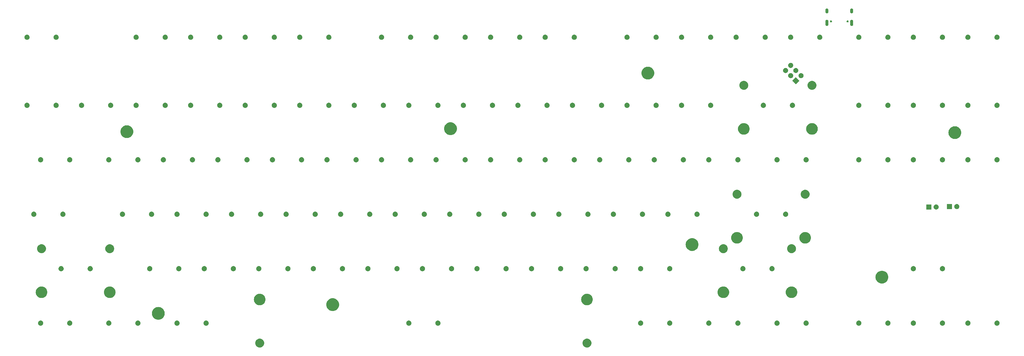
<source format=gbr>
%TF.GenerationSoftware,KiCad,Pcbnew,7.0.6*%
%TF.CreationDate,2024-04-21T21:28:24+02:00*%
%TF.ProjectId,Arius80-HE,41726975-7338-4302-9d48-452e6b696361,rev?*%
%TF.SameCoordinates,Original*%
%TF.FileFunction,Soldermask,Top*%
%TF.FilePolarity,Negative*%
%FSLAX46Y46*%
G04 Gerber Fmt 4.6, Leading zero omitted, Abs format (unit mm)*
G04 Created by KiCad (PCBNEW 7.0.6) date 2024-04-21 21:28:24*
%MOMM*%
%LPD*%
G01*
G04 APERTURE LIST*
G04 APERTURE END LIST*
G36*
X128524351Y-182454731D02*
G01*
X128762685Y-182511950D01*
X128989133Y-182605748D01*
X129198121Y-182733815D01*
X129384501Y-182892999D01*
X129543685Y-183079379D01*
X129671752Y-183288367D01*
X129765550Y-183514815D01*
X129822769Y-183753149D01*
X129842000Y-183997500D01*
X129822769Y-184241851D01*
X129765550Y-184480185D01*
X129671752Y-184706633D01*
X129543685Y-184915621D01*
X129384501Y-185102001D01*
X129198121Y-185261185D01*
X128989133Y-185389252D01*
X128762685Y-185483050D01*
X128524351Y-185540269D01*
X128280000Y-185559500D01*
X128035649Y-185540269D01*
X127797315Y-185483050D01*
X127570867Y-185389252D01*
X127361879Y-185261185D01*
X127175499Y-185102001D01*
X127016315Y-184915621D01*
X126888248Y-184706633D01*
X126794450Y-184480185D01*
X126737231Y-184241851D01*
X126718000Y-183997500D01*
X126737231Y-183753149D01*
X126794450Y-183514815D01*
X126888248Y-183288367D01*
X127016315Y-183079379D01*
X127175499Y-182892999D01*
X127361879Y-182733815D01*
X127570867Y-182605748D01*
X127797315Y-182511950D01*
X128035649Y-182454731D01*
X128280000Y-182435500D01*
X128524351Y-182454731D01*
G37*
G36*
X242824351Y-182454731D02*
G01*
X243062685Y-182511950D01*
X243289133Y-182605748D01*
X243498121Y-182733815D01*
X243684501Y-182892999D01*
X243843685Y-183079379D01*
X243971752Y-183288367D01*
X244065550Y-183514815D01*
X244122769Y-183753149D01*
X244142000Y-183997500D01*
X244122769Y-184241851D01*
X244065550Y-184480185D01*
X243971752Y-184706633D01*
X243843685Y-184915621D01*
X243684501Y-185102001D01*
X243498121Y-185261185D01*
X243289133Y-185389252D01*
X243062685Y-185483050D01*
X242824351Y-185540269D01*
X242580000Y-185559500D01*
X242335649Y-185540269D01*
X242097315Y-185483050D01*
X241870867Y-185389252D01*
X241661879Y-185261185D01*
X241475499Y-185102001D01*
X241316315Y-184915621D01*
X241188248Y-184706633D01*
X241094450Y-184480185D01*
X241037231Y-184241851D01*
X241018000Y-183997500D01*
X241037231Y-183753149D01*
X241094450Y-183514815D01*
X241188248Y-183288367D01*
X241316315Y-183079379D01*
X241475499Y-182892999D01*
X241661879Y-182733815D01*
X241870867Y-182605748D01*
X242097315Y-182511950D01*
X242335649Y-182454731D01*
X242580000Y-182435500D01*
X242824351Y-182454731D01*
G37*
G36*
X51810837Y-176104502D02*
G01*
X51857934Y-176104502D01*
X51898605Y-176113146D01*
X51940569Y-176117280D01*
X51993285Y-176133271D01*
X52044633Y-176144185D01*
X52077487Y-176158812D01*
X52111799Y-176169221D01*
X52166327Y-176198367D01*
X52219000Y-176221819D01*
X52243491Y-176239612D01*
X52269599Y-176253568D01*
X52322859Y-176297277D01*
X52373416Y-176334009D01*
X52389830Y-176352238D01*
X52407917Y-176367082D01*
X52456514Y-176426298D01*
X52501133Y-176475852D01*
X52510508Y-176492090D01*
X52521431Y-176505400D01*
X52561847Y-176581012D01*
X52596567Y-176641149D01*
X52600559Y-176653437D01*
X52605778Y-176663200D01*
X52634541Y-176758023D01*
X52655549Y-176822677D01*
X52656288Y-176829714D01*
X52657719Y-176834430D01*
X52671652Y-176975890D01*
X52675500Y-177012500D01*
X52671649Y-177049136D01*
X52657719Y-177190569D01*
X52656288Y-177195283D01*
X52655549Y-177202323D01*
X52634537Y-177266990D01*
X52605778Y-177361799D01*
X52600560Y-177371559D01*
X52596567Y-177383851D01*
X52561840Y-177444000D01*
X52521431Y-177519599D01*
X52510510Y-177532905D01*
X52501133Y-177549148D01*
X52456504Y-177598712D01*
X52407917Y-177657917D01*
X52389833Y-177672757D01*
X52373416Y-177690991D01*
X52322848Y-177727730D01*
X52269599Y-177771431D01*
X52243496Y-177785383D01*
X52219000Y-177803181D01*
X52166315Y-177826637D01*
X52111799Y-177855778D01*
X52077494Y-177866183D01*
X52044633Y-177880815D01*
X51993274Y-177891731D01*
X51940569Y-177907719D01*
X51898614Y-177911851D01*
X51857934Y-177920498D01*
X51810827Y-177920498D01*
X51762500Y-177925258D01*
X51714173Y-177920498D01*
X51667066Y-177920498D01*
X51626386Y-177911851D01*
X51584430Y-177907719D01*
X51531722Y-177891730D01*
X51480367Y-177880815D01*
X51447507Y-177866184D01*
X51413200Y-177855778D01*
X51358678Y-177826635D01*
X51306000Y-177803181D01*
X51281506Y-177785385D01*
X51255400Y-177771431D01*
X51202142Y-177727724D01*
X51151584Y-177690991D01*
X51135169Y-177672760D01*
X51117082Y-177657917D01*
X51068483Y-177598699D01*
X51023867Y-177549148D01*
X51014492Y-177532910D01*
X51003568Y-177519599D01*
X50963146Y-177443976D01*
X50928433Y-177383851D01*
X50924440Y-177371564D01*
X50919221Y-177361799D01*
X50890447Y-177266944D01*
X50869451Y-177202323D01*
X50868711Y-177195288D01*
X50867280Y-177190569D01*
X50853333Y-177048972D01*
X50849500Y-177012500D01*
X50853333Y-176976030D01*
X50867280Y-176834430D01*
X50868711Y-176829709D01*
X50869451Y-176822677D01*
X50890443Y-176758069D01*
X50919221Y-176663200D01*
X50924441Y-176653432D01*
X50928433Y-176641149D01*
X50963139Y-176581035D01*
X51003568Y-176505400D01*
X51014494Y-176492086D01*
X51023867Y-176475852D01*
X51068474Y-176426310D01*
X51117082Y-176367082D01*
X51135172Y-176352235D01*
X51151584Y-176334009D01*
X51202132Y-176297283D01*
X51255400Y-176253568D01*
X51281511Y-176239610D01*
X51306000Y-176221819D01*
X51358666Y-176198369D01*
X51413200Y-176169221D01*
X51447514Y-176158812D01*
X51480367Y-176144185D01*
X51531711Y-176133271D01*
X51584430Y-176117280D01*
X51626394Y-176113146D01*
X51667066Y-176104502D01*
X51714163Y-176104502D01*
X51762500Y-176099741D01*
X51810837Y-176104502D01*
G37*
G36*
X61970837Y-176104502D02*
G01*
X62017934Y-176104502D01*
X62058605Y-176113146D01*
X62100569Y-176117280D01*
X62153285Y-176133271D01*
X62204633Y-176144185D01*
X62237487Y-176158812D01*
X62271799Y-176169221D01*
X62326327Y-176198367D01*
X62379000Y-176221819D01*
X62403491Y-176239612D01*
X62429599Y-176253568D01*
X62482859Y-176297277D01*
X62533416Y-176334009D01*
X62549830Y-176352238D01*
X62567917Y-176367082D01*
X62616514Y-176426298D01*
X62661133Y-176475852D01*
X62670508Y-176492090D01*
X62681431Y-176505400D01*
X62721847Y-176581012D01*
X62756567Y-176641149D01*
X62760559Y-176653437D01*
X62765778Y-176663200D01*
X62794541Y-176758023D01*
X62815549Y-176822677D01*
X62816288Y-176829714D01*
X62817719Y-176834430D01*
X62831652Y-176975890D01*
X62835500Y-177012500D01*
X62831649Y-177049136D01*
X62817719Y-177190569D01*
X62816288Y-177195283D01*
X62815549Y-177202323D01*
X62794537Y-177266990D01*
X62765778Y-177361799D01*
X62760560Y-177371559D01*
X62756567Y-177383851D01*
X62721840Y-177444000D01*
X62681431Y-177519599D01*
X62670510Y-177532905D01*
X62661133Y-177549148D01*
X62616504Y-177598712D01*
X62567917Y-177657917D01*
X62549833Y-177672757D01*
X62533416Y-177690991D01*
X62482848Y-177727730D01*
X62429599Y-177771431D01*
X62403496Y-177785383D01*
X62379000Y-177803181D01*
X62326315Y-177826637D01*
X62271799Y-177855778D01*
X62237494Y-177866183D01*
X62204633Y-177880815D01*
X62153274Y-177891731D01*
X62100569Y-177907719D01*
X62058614Y-177911851D01*
X62017934Y-177920498D01*
X61970827Y-177920498D01*
X61922500Y-177925258D01*
X61874173Y-177920498D01*
X61827066Y-177920498D01*
X61786386Y-177911851D01*
X61744430Y-177907719D01*
X61691722Y-177891730D01*
X61640367Y-177880815D01*
X61607507Y-177866184D01*
X61573200Y-177855778D01*
X61518678Y-177826635D01*
X61466000Y-177803181D01*
X61441506Y-177785385D01*
X61415400Y-177771431D01*
X61362142Y-177727724D01*
X61311584Y-177690991D01*
X61295169Y-177672760D01*
X61277082Y-177657917D01*
X61228483Y-177598699D01*
X61183867Y-177549148D01*
X61174492Y-177532910D01*
X61163568Y-177519599D01*
X61123146Y-177443976D01*
X61088433Y-177383851D01*
X61084440Y-177371564D01*
X61079221Y-177361799D01*
X61050447Y-177266944D01*
X61029451Y-177202323D01*
X61028711Y-177195288D01*
X61027280Y-177190569D01*
X61013333Y-177048972D01*
X61009500Y-177012500D01*
X61013333Y-176976030D01*
X61027280Y-176834430D01*
X61028711Y-176829709D01*
X61029451Y-176822677D01*
X61050443Y-176758069D01*
X61079221Y-176663200D01*
X61084441Y-176653432D01*
X61088433Y-176641149D01*
X61123139Y-176581035D01*
X61163568Y-176505400D01*
X61174494Y-176492086D01*
X61183867Y-176475852D01*
X61228474Y-176426310D01*
X61277082Y-176367082D01*
X61295172Y-176352235D01*
X61311584Y-176334009D01*
X61362132Y-176297283D01*
X61415400Y-176253568D01*
X61441511Y-176239610D01*
X61466000Y-176221819D01*
X61518666Y-176198369D01*
X61573200Y-176169221D01*
X61607514Y-176158812D01*
X61640367Y-176144185D01*
X61691711Y-176133271D01*
X61744430Y-176117280D01*
X61786394Y-176113146D01*
X61827066Y-176104502D01*
X61874163Y-176104502D01*
X61922500Y-176099741D01*
X61970837Y-176104502D01*
G37*
G36*
X75623337Y-176104502D02*
G01*
X75670434Y-176104502D01*
X75711105Y-176113146D01*
X75753069Y-176117280D01*
X75805785Y-176133271D01*
X75857133Y-176144185D01*
X75889987Y-176158812D01*
X75924299Y-176169221D01*
X75978827Y-176198367D01*
X76031500Y-176221819D01*
X76055991Y-176239612D01*
X76082099Y-176253568D01*
X76135359Y-176297277D01*
X76185916Y-176334009D01*
X76202330Y-176352238D01*
X76220417Y-176367082D01*
X76269014Y-176426298D01*
X76313633Y-176475852D01*
X76323008Y-176492090D01*
X76333931Y-176505400D01*
X76374347Y-176581012D01*
X76409067Y-176641149D01*
X76413059Y-176653437D01*
X76418278Y-176663200D01*
X76447041Y-176758023D01*
X76468049Y-176822677D01*
X76468788Y-176829714D01*
X76470219Y-176834430D01*
X76484152Y-176975890D01*
X76488000Y-177012500D01*
X76484149Y-177049136D01*
X76470219Y-177190569D01*
X76468788Y-177195283D01*
X76468049Y-177202323D01*
X76447037Y-177266990D01*
X76418278Y-177361799D01*
X76413060Y-177371559D01*
X76409067Y-177383851D01*
X76374340Y-177444000D01*
X76333931Y-177519599D01*
X76323010Y-177532905D01*
X76313633Y-177549148D01*
X76269004Y-177598712D01*
X76220417Y-177657917D01*
X76202333Y-177672757D01*
X76185916Y-177690991D01*
X76135348Y-177727730D01*
X76082099Y-177771431D01*
X76055996Y-177785383D01*
X76031500Y-177803181D01*
X75978815Y-177826637D01*
X75924299Y-177855778D01*
X75889994Y-177866183D01*
X75857133Y-177880815D01*
X75805774Y-177891731D01*
X75753069Y-177907719D01*
X75711114Y-177911851D01*
X75670434Y-177920498D01*
X75623327Y-177920498D01*
X75575000Y-177925258D01*
X75526673Y-177920498D01*
X75479566Y-177920498D01*
X75438886Y-177911851D01*
X75396930Y-177907719D01*
X75344222Y-177891730D01*
X75292867Y-177880815D01*
X75260007Y-177866184D01*
X75225700Y-177855778D01*
X75171178Y-177826635D01*
X75118500Y-177803181D01*
X75094006Y-177785385D01*
X75067900Y-177771431D01*
X75014642Y-177727724D01*
X74964084Y-177690991D01*
X74947669Y-177672760D01*
X74929582Y-177657917D01*
X74880983Y-177598699D01*
X74836367Y-177549148D01*
X74826992Y-177532910D01*
X74816068Y-177519599D01*
X74775646Y-177443976D01*
X74740933Y-177383851D01*
X74736940Y-177371564D01*
X74731721Y-177361799D01*
X74702947Y-177266944D01*
X74681951Y-177202323D01*
X74681211Y-177195288D01*
X74679780Y-177190569D01*
X74665833Y-177048972D01*
X74662000Y-177012500D01*
X74665833Y-176976030D01*
X74679780Y-176834430D01*
X74681211Y-176829709D01*
X74681951Y-176822677D01*
X74702943Y-176758069D01*
X74731721Y-176663200D01*
X74736941Y-176653432D01*
X74740933Y-176641149D01*
X74775639Y-176581035D01*
X74816068Y-176505400D01*
X74826994Y-176492086D01*
X74836367Y-176475852D01*
X74880974Y-176426310D01*
X74929582Y-176367082D01*
X74947672Y-176352235D01*
X74964084Y-176334009D01*
X75014632Y-176297283D01*
X75067900Y-176253568D01*
X75094011Y-176239610D01*
X75118500Y-176221819D01*
X75171166Y-176198369D01*
X75225700Y-176169221D01*
X75260014Y-176158812D01*
X75292867Y-176144185D01*
X75344211Y-176133271D01*
X75396930Y-176117280D01*
X75438894Y-176113146D01*
X75479566Y-176104502D01*
X75526663Y-176104502D01*
X75575000Y-176099741D01*
X75623337Y-176104502D01*
G37*
G36*
X85783337Y-176104502D02*
G01*
X85830434Y-176104502D01*
X85871105Y-176113146D01*
X85913069Y-176117280D01*
X85965785Y-176133271D01*
X86017133Y-176144185D01*
X86049987Y-176158812D01*
X86084299Y-176169221D01*
X86138827Y-176198367D01*
X86191500Y-176221819D01*
X86215991Y-176239612D01*
X86242099Y-176253568D01*
X86295359Y-176297277D01*
X86345916Y-176334009D01*
X86362330Y-176352238D01*
X86380417Y-176367082D01*
X86429014Y-176426298D01*
X86473633Y-176475852D01*
X86483008Y-176492090D01*
X86493931Y-176505400D01*
X86534347Y-176581012D01*
X86569067Y-176641149D01*
X86573059Y-176653437D01*
X86578278Y-176663200D01*
X86607041Y-176758023D01*
X86628049Y-176822677D01*
X86628788Y-176829714D01*
X86630219Y-176834430D01*
X86644150Y-176975878D01*
X86648000Y-177012500D01*
X86644150Y-177049124D01*
X86630219Y-177190569D01*
X86628788Y-177195283D01*
X86628049Y-177202323D01*
X86607037Y-177266990D01*
X86578278Y-177361799D01*
X86573060Y-177371559D01*
X86569067Y-177383851D01*
X86534340Y-177444000D01*
X86493931Y-177519599D01*
X86483010Y-177532905D01*
X86473633Y-177549148D01*
X86429004Y-177598712D01*
X86380417Y-177657917D01*
X86362333Y-177672757D01*
X86345916Y-177690991D01*
X86295348Y-177727730D01*
X86242099Y-177771431D01*
X86215996Y-177785383D01*
X86191500Y-177803181D01*
X86138815Y-177826637D01*
X86084299Y-177855778D01*
X86049994Y-177866183D01*
X86017133Y-177880815D01*
X85965774Y-177891731D01*
X85913069Y-177907719D01*
X85871114Y-177911851D01*
X85830434Y-177920498D01*
X85783327Y-177920498D01*
X85735000Y-177925258D01*
X85686673Y-177920498D01*
X85639566Y-177920498D01*
X85598886Y-177911851D01*
X85556930Y-177907719D01*
X85504222Y-177891730D01*
X85452867Y-177880815D01*
X85420007Y-177866184D01*
X85385700Y-177855778D01*
X85331178Y-177826635D01*
X85278500Y-177803181D01*
X85254006Y-177785385D01*
X85227900Y-177771431D01*
X85174642Y-177727724D01*
X85124084Y-177690991D01*
X85107669Y-177672760D01*
X85089582Y-177657917D01*
X85040983Y-177598699D01*
X84996367Y-177549148D01*
X84986992Y-177532910D01*
X84976068Y-177519599D01*
X84935646Y-177443976D01*
X84900933Y-177383851D01*
X84896940Y-177371564D01*
X84891721Y-177361799D01*
X84862947Y-177266944D01*
X84841951Y-177202323D01*
X84841211Y-177195288D01*
X84839780Y-177190569D01*
X84825833Y-177048972D01*
X84822000Y-177012500D01*
X84825833Y-176976030D01*
X84839780Y-176834430D01*
X84841211Y-176829709D01*
X84841951Y-176822677D01*
X84862943Y-176758069D01*
X84891721Y-176663200D01*
X84896941Y-176653432D01*
X84900933Y-176641149D01*
X84935639Y-176581035D01*
X84976068Y-176505400D01*
X84986994Y-176492086D01*
X84996367Y-176475852D01*
X85040974Y-176426310D01*
X85089582Y-176367082D01*
X85107672Y-176352235D01*
X85124084Y-176334009D01*
X85174632Y-176297283D01*
X85227900Y-176253568D01*
X85254011Y-176239610D01*
X85278500Y-176221819D01*
X85331166Y-176198369D01*
X85385700Y-176169221D01*
X85420014Y-176158812D01*
X85452867Y-176144185D01*
X85504211Y-176133271D01*
X85556930Y-176117280D01*
X85598894Y-176113146D01*
X85639566Y-176104502D01*
X85686663Y-176104502D01*
X85735000Y-176099741D01*
X85783337Y-176104502D01*
G37*
G36*
X99435837Y-176104502D02*
G01*
X99482934Y-176104502D01*
X99523605Y-176113146D01*
X99565569Y-176117280D01*
X99618285Y-176133271D01*
X99669633Y-176144185D01*
X99702487Y-176158812D01*
X99736799Y-176169221D01*
X99791327Y-176198367D01*
X99844000Y-176221819D01*
X99868491Y-176239612D01*
X99894599Y-176253568D01*
X99947859Y-176297277D01*
X99998416Y-176334009D01*
X100014830Y-176352238D01*
X100032917Y-176367082D01*
X100081514Y-176426298D01*
X100126133Y-176475852D01*
X100135508Y-176492090D01*
X100146431Y-176505400D01*
X100186847Y-176581012D01*
X100221567Y-176641149D01*
X100225559Y-176653437D01*
X100230778Y-176663200D01*
X100259541Y-176758023D01*
X100280549Y-176822677D01*
X100281288Y-176829714D01*
X100282719Y-176834430D01*
X100296650Y-176975878D01*
X100300500Y-177012500D01*
X100296650Y-177049124D01*
X100282719Y-177190569D01*
X100281288Y-177195283D01*
X100280549Y-177202323D01*
X100259537Y-177266990D01*
X100230778Y-177361799D01*
X100225560Y-177371559D01*
X100221567Y-177383851D01*
X100186840Y-177444000D01*
X100146431Y-177519599D01*
X100135510Y-177532905D01*
X100126133Y-177549148D01*
X100081504Y-177598712D01*
X100032917Y-177657917D01*
X100014833Y-177672757D01*
X99998416Y-177690991D01*
X99947848Y-177727730D01*
X99894599Y-177771431D01*
X99868496Y-177785383D01*
X99844000Y-177803181D01*
X99791315Y-177826637D01*
X99736799Y-177855778D01*
X99702494Y-177866183D01*
X99669633Y-177880815D01*
X99618274Y-177891731D01*
X99565569Y-177907719D01*
X99523614Y-177911851D01*
X99482934Y-177920498D01*
X99435827Y-177920498D01*
X99387500Y-177925258D01*
X99339173Y-177920498D01*
X99292066Y-177920498D01*
X99251386Y-177911851D01*
X99209430Y-177907719D01*
X99156722Y-177891730D01*
X99105367Y-177880815D01*
X99072507Y-177866184D01*
X99038200Y-177855778D01*
X98983678Y-177826635D01*
X98931000Y-177803181D01*
X98906506Y-177785385D01*
X98880400Y-177771431D01*
X98827142Y-177727724D01*
X98776584Y-177690991D01*
X98760169Y-177672760D01*
X98742082Y-177657917D01*
X98693483Y-177598699D01*
X98648867Y-177549148D01*
X98639492Y-177532910D01*
X98628568Y-177519599D01*
X98588146Y-177443976D01*
X98553433Y-177383851D01*
X98549440Y-177371564D01*
X98544221Y-177361799D01*
X98515447Y-177266944D01*
X98494451Y-177202323D01*
X98493711Y-177195288D01*
X98492280Y-177190569D01*
X98478333Y-177048972D01*
X98474500Y-177012500D01*
X98478333Y-176976030D01*
X98492280Y-176834430D01*
X98493711Y-176829709D01*
X98494451Y-176822677D01*
X98515443Y-176758069D01*
X98544221Y-176663200D01*
X98549441Y-176653432D01*
X98553433Y-176641149D01*
X98588139Y-176581035D01*
X98628568Y-176505400D01*
X98639494Y-176492086D01*
X98648867Y-176475852D01*
X98693474Y-176426310D01*
X98742082Y-176367082D01*
X98760172Y-176352235D01*
X98776584Y-176334009D01*
X98827132Y-176297283D01*
X98880400Y-176253568D01*
X98906511Y-176239610D01*
X98931000Y-176221819D01*
X98983666Y-176198369D01*
X99038200Y-176169221D01*
X99072514Y-176158812D01*
X99105367Y-176144185D01*
X99156711Y-176133271D01*
X99209430Y-176117280D01*
X99251394Y-176113146D01*
X99292066Y-176104502D01*
X99339163Y-176104502D01*
X99387500Y-176099741D01*
X99435837Y-176104502D01*
G37*
G36*
X109595837Y-176104502D02*
G01*
X109642934Y-176104502D01*
X109683605Y-176113146D01*
X109725569Y-176117280D01*
X109778285Y-176133271D01*
X109829633Y-176144185D01*
X109862487Y-176158812D01*
X109896799Y-176169221D01*
X109951327Y-176198367D01*
X110004000Y-176221819D01*
X110028491Y-176239612D01*
X110054599Y-176253568D01*
X110107859Y-176297277D01*
X110158416Y-176334009D01*
X110174830Y-176352238D01*
X110192917Y-176367082D01*
X110241514Y-176426298D01*
X110286133Y-176475852D01*
X110295508Y-176492090D01*
X110306431Y-176505400D01*
X110346847Y-176581012D01*
X110381567Y-176641149D01*
X110385559Y-176653437D01*
X110390778Y-176663200D01*
X110419541Y-176758023D01*
X110440549Y-176822677D01*
X110441288Y-176829714D01*
X110442719Y-176834430D01*
X110456650Y-176975878D01*
X110460500Y-177012500D01*
X110456650Y-177049124D01*
X110442719Y-177190569D01*
X110441288Y-177195283D01*
X110440549Y-177202323D01*
X110419537Y-177266990D01*
X110390778Y-177361799D01*
X110385560Y-177371559D01*
X110381567Y-177383851D01*
X110346840Y-177444000D01*
X110306431Y-177519599D01*
X110295510Y-177532905D01*
X110286133Y-177549148D01*
X110241504Y-177598712D01*
X110192917Y-177657917D01*
X110174833Y-177672757D01*
X110158416Y-177690991D01*
X110107848Y-177727730D01*
X110054599Y-177771431D01*
X110028496Y-177785383D01*
X110004000Y-177803181D01*
X109951315Y-177826637D01*
X109896799Y-177855778D01*
X109862494Y-177866183D01*
X109829633Y-177880815D01*
X109778274Y-177891731D01*
X109725569Y-177907719D01*
X109683614Y-177911851D01*
X109642934Y-177920498D01*
X109595827Y-177920498D01*
X109547500Y-177925258D01*
X109499173Y-177920498D01*
X109452066Y-177920498D01*
X109411386Y-177911851D01*
X109369430Y-177907719D01*
X109316722Y-177891730D01*
X109265367Y-177880815D01*
X109232507Y-177866184D01*
X109198200Y-177855778D01*
X109143678Y-177826635D01*
X109091000Y-177803181D01*
X109066506Y-177785385D01*
X109040400Y-177771431D01*
X108987142Y-177727724D01*
X108936584Y-177690991D01*
X108920169Y-177672760D01*
X108902082Y-177657917D01*
X108853483Y-177598699D01*
X108808867Y-177549148D01*
X108799492Y-177532910D01*
X108788568Y-177519599D01*
X108748146Y-177443976D01*
X108713433Y-177383851D01*
X108709440Y-177371564D01*
X108704221Y-177361799D01*
X108675447Y-177266944D01*
X108654451Y-177202323D01*
X108653711Y-177195288D01*
X108652280Y-177190569D01*
X108638333Y-177048972D01*
X108634500Y-177012500D01*
X108638333Y-176976030D01*
X108652280Y-176834430D01*
X108653711Y-176829709D01*
X108654451Y-176822677D01*
X108675443Y-176758069D01*
X108704221Y-176663200D01*
X108709441Y-176653432D01*
X108713433Y-176641149D01*
X108748139Y-176581035D01*
X108788568Y-176505400D01*
X108799494Y-176492086D01*
X108808867Y-176475852D01*
X108853474Y-176426310D01*
X108902082Y-176367082D01*
X108920172Y-176352235D01*
X108936584Y-176334009D01*
X108987132Y-176297283D01*
X109040400Y-176253568D01*
X109066511Y-176239610D01*
X109091000Y-176221819D01*
X109143666Y-176198369D01*
X109198200Y-176169221D01*
X109232514Y-176158812D01*
X109265367Y-176144185D01*
X109316711Y-176133271D01*
X109369430Y-176117280D01*
X109411394Y-176113146D01*
X109452066Y-176104502D01*
X109499163Y-176104502D01*
X109547500Y-176099741D01*
X109595837Y-176104502D01*
G37*
G36*
X180398337Y-176104502D02*
G01*
X180445434Y-176104502D01*
X180486105Y-176113146D01*
X180528069Y-176117280D01*
X180580785Y-176133271D01*
X180632133Y-176144185D01*
X180664987Y-176158812D01*
X180699299Y-176169221D01*
X180753827Y-176198367D01*
X180806500Y-176221819D01*
X180830991Y-176239612D01*
X180857099Y-176253568D01*
X180910359Y-176297277D01*
X180960916Y-176334009D01*
X180977330Y-176352238D01*
X180995417Y-176367082D01*
X181044014Y-176426298D01*
X181088633Y-176475852D01*
X181098008Y-176492090D01*
X181108931Y-176505400D01*
X181149347Y-176581012D01*
X181184067Y-176641149D01*
X181188059Y-176653437D01*
X181193278Y-176663200D01*
X181222041Y-176758023D01*
X181243049Y-176822677D01*
X181243788Y-176829714D01*
X181245219Y-176834430D01*
X181259150Y-176975878D01*
X181263000Y-177012500D01*
X181259150Y-177049124D01*
X181245219Y-177190569D01*
X181243788Y-177195283D01*
X181243049Y-177202323D01*
X181222037Y-177266990D01*
X181193278Y-177361799D01*
X181188060Y-177371559D01*
X181184067Y-177383851D01*
X181149340Y-177444000D01*
X181108931Y-177519599D01*
X181098010Y-177532905D01*
X181088633Y-177549148D01*
X181044004Y-177598712D01*
X180995417Y-177657917D01*
X180977333Y-177672757D01*
X180960916Y-177690991D01*
X180910348Y-177727730D01*
X180857099Y-177771431D01*
X180830996Y-177785383D01*
X180806500Y-177803181D01*
X180753815Y-177826637D01*
X180699299Y-177855778D01*
X180664994Y-177866183D01*
X180632133Y-177880815D01*
X180580774Y-177891731D01*
X180528069Y-177907719D01*
X180486114Y-177911851D01*
X180445434Y-177920498D01*
X180398327Y-177920498D01*
X180350000Y-177925258D01*
X180301673Y-177920498D01*
X180254566Y-177920498D01*
X180213886Y-177911851D01*
X180171930Y-177907719D01*
X180119222Y-177891730D01*
X180067867Y-177880815D01*
X180035007Y-177866184D01*
X180000700Y-177855778D01*
X179946178Y-177826635D01*
X179893500Y-177803181D01*
X179869006Y-177785385D01*
X179842900Y-177771431D01*
X179789642Y-177727724D01*
X179739084Y-177690991D01*
X179722669Y-177672760D01*
X179704582Y-177657917D01*
X179655983Y-177598699D01*
X179611367Y-177549148D01*
X179601992Y-177532910D01*
X179591068Y-177519599D01*
X179550646Y-177443976D01*
X179515933Y-177383851D01*
X179511940Y-177371564D01*
X179506721Y-177361799D01*
X179477947Y-177266944D01*
X179456951Y-177202323D01*
X179456211Y-177195288D01*
X179454780Y-177190569D01*
X179440833Y-177048972D01*
X179437000Y-177012500D01*
X179440833Y-176976030D01*
X179454780Y-176834430D01*
X179456211Y-176829709D01*
X179456951Y-176822677D01*
X179477943Y-176758069D01*
X179506721Y-176663200D01*
X179511941Y-176653432D01*
X179515933Y-176641149D01*
X179550639Y-176581035D01*
X179591068Y-176505400D01*
X179601994Y-176492086D01*
X179611367Y-176475852D01*
X179655974Y-176426310D01*
X179704582Y-176367082D01*
X179722672Y-176352235D01*
X179739084Y-176334009D01*
X179789632Y-176297283D01*
X179842900Y-176253568D01*
X179869011Y-176239610D01*
X179893500Y-176221819D01*
X179946166Y-176198369D01*
X180000700Y-176169221D01*
X180035014Y-176158812D01*
X180067867Y-176144185D01*
X180119211Y-176133271D01*
X180171930Y-176117280D01*
X180213894Y-176113146D01*
X180254566Y-176104502D01*
X180301663Y-176104502D01*
X180350000Y-176099741D01*
X180398337Y-176104502D01*
G37*
G36*
X190558337Y-176104502D02*
G01*
X190605434Y-176104502D01*
X190646105Y-176113146D01*
X190688069Y-176117280D01*
X190740785Y-176133271D01*
X190792133Y-176144185D01*
X190824987Y-176158812D01*
X190859299Y-176169221D01*
X190913827Y-176198367D01*
X190966500Y-176221819D01*
X190990991Y-176239612D01*
X191017099Y-176253568D01*
X191070359Y-176297277D01*
X191120916Y-176334009D01*
X191137330Y-176352238D01*
X191155417Y-176367082D01*
X191204014Y-176426298D01*
X191248633Y-176475852D01*
X191258008Y-176492090D01*
X191268931Y-176505400D01*
X191309347Y-176581012D01*
X191344067Y-176641149D01*
X191348059Y-176653437D01*
X191353278Y-176663200D01*
X191382041Y-176758023D01*
X191403049Y-176822677D01*
X191403788Y-176829714D01*
X191405219Y-176834430D01*
X191419150Y-176975878D01*
X191423000Y-177012500D01*
X191419150Y-177049124D01*
X191405219Y-177190569D01*
X191403788Y-177195283D01*
X191403049Y-177202323D01*
X191382037Y-177266990D01*
X191353278Y-177361799D01*
X191348060Y-177371559D01*
X191344067Y-177383851D01*
X191309340Y-177444000D01*
X191268931Y-177519599D01*
X191258010Y-177532905D01*
X191248633Y-177549148D01*
X191204004Y-177598712D01*
X191155417Y-177657917D01*
X191137333Y-177672757D01*
X191120916Y-177690991D01*
X191070348Y-177727730D01*
X191017099Y-177771431D01*
X190990996Y-177785383D01*
X190966500Y-177803181D01*
X190913815Y-177826637D01*
X190859299Y-177855778D01*
X190824994Y-177866183D01*
X190792133Y-177880815D01*
X190740774Y-177891731D01*
X190688069Y-177907719D01*
X190646114Y-177911851D01*
X190605434Y-177920498D01*
X190558327Y-177920498D01*
X190510000Y-177925258D01*
X190461673Y-177920498D01*
X190414566Y-177920498D01*
X190373886Y-177911851D01*
X190331930Y-177907719D01*
X190279222Y-177891730D01*
X190227867Y-177880815D01*
X190195007Y-177866184D01*
X190160700Y-177855778D01*
X190106178Y-177826635D01*
X190053500Y-177803181D01*
X190029006Y-177785385D01*
X190002900Y-177771431D01*
X189949642Y-177727724D01*
X189899084Y-177690991D01*
X189882669Y-177672760D01*
X189864582Y-177657917D01*
X189815983Y-177598699D01*
X189771367Y-177549148D01*
X189761992Y-177532910D01*
X189751068Y-177519599D01*
X189710646Y-177443976D01*
X189675933Y-177383851D01*
X189671940Y-177371564D01*
X189666721Y-177361799D01*
X189637947Y-177266944D01*
X189616951Y-177202323D01*
X189616211Y-177195288D01*
X189614780Y-177190569D01*
X189600833Y-177048972D01*
X189597000Y-177012500D01*
X189600833Y-176976030D01*
X189614780Y-176834430D01*
X189616211Y-176829709D01*
X189616951Y-176822677D01*
X189637943Y-176758069D01*
X189666721Y-176663200D01*
X189671941Y-176653432D01*
X189675933Y-176641149D01*
X189710639Y-176581035D01*
X189751068Y-176505400D01*
X189761994Y-176492086D01*
X189771367Y-176475852D01*
X189815974Y-176426310D01*
X189864582Y-176367082D01*
X189882672Y-176352235D01*
X189899084Y-176334009D01*
X189949632Y-176297283D01*
X190002900Y-176253568D01*
X190029011Y-176239610D01*
X190053500Y-176221819D01*
X190106166Y-176198369D01*
X190160700Y-176169221D01*
X190195014Y-176158812D01*
X190227867Y-176144185D01*
X190279211Y-176133271D01*
X190331930Y-176117280D01*
X190373894Y-176113146D01*
X190414566Y-176104502D01*
X190461663Y-176104502D01*
X190510000Y-176099741D01*
X190558337Y-176104502D01*
G37*
G36*
X261360837Y-176104502D02*
G01*
X261407934Y-176104502D01*
X261448605Y-176113146D01*
X261490569Y-176117280D01*
X261543285Y-176133271D01*
X261594633Y-176144185D01*
X261627487Y-176158812D01*
X261661799Y-176169221D01*
X261716327Y-176198367D01*
X261769000Y-176221819D01*
X261793491Y-176239612D01*
X261819599Y-176253568D01*
X261872859Y-176297277D01*
X261923416Y-176334009D01*
X261939830Y-176352238D01*
X261957917Y-176367082D01*
X262006514Y-176426298D01*
X262051133Y-176475852D01*
X262060508Y-176492090D01*
X262071431Y-176505400D01*
X262111847Y-176581012D01*
X262146567Y-176641149D01*
X262150559Y-176653437D01*
X262155778Y-176663200D01*
X262184541Y-176758023D01*
X262205549Y-176822677D01*
X262206288Y-176829714D01*
X262207719Y-176834430D01*
X262221650Y-176975878D01*
X262225500Y-177012500D01*
X262221650Y-177049124D01*
X262207719Y-177190569D01*
X262206288Y-177195283D01*
X262205549Y-177202323D01*
X262184537Y-177266990D01*
X262155778Y-177361799D01*
X262150560Y-177371559D01*
X262146567Y-177383851D01*
X262111840Y-177444000D01*
X262071431Y-177519599D01*
X262060510Y-177532905D01*
X262051133Y-177549148D01*
X262006504Y-177598712D01*
X261957917Y-177657917D01*
X261939833Y-177672757D01*
X261923416Y-177690991D01*
X261872848Y-177727730D01*
X261819599Y-177771431D01*
X261793496Y-177785383D01*
X261769000Y-177803181D01*
X261716315Y-177826637D01*
X261661799Y-177855778D01*
X261627494Y-177866183D01*
X261594633Y-177880815D01*
X261543274Y-177891731D01*
X261490569Y-177907719D01*
X261448614Y-177911851D01*
X261407934Y-177920498D01*
X261360827Y-177920498D01*
X261312500Y-177925258D01*
X261264173Y-177920498D01*
X261217066Y-177920498D01*
X261176386Y-177911851D01*
X261134430Y-177907719D01*
X261081722Y-177891730D01*
X261030367Y-177880815D01*
X260997507Y-177866184D01*
X260963200Y-177855778D01*
X260908678Y-177826635D01*
X260856000Y-177803181D01*
X260831506Y-177785385D01*
X260805400Y-177771431D01*
X260752142Y-177727724D01*
X260701584Y-177690991D01*
X260685169Y-177672760D01*
X260667082Y-177657917D01*
X260618483Y-177598699D01*
X260573867Y-177549148D01*
X260564492Y-177532910D01*
X260553568Y-177519599D01*
X260513146Y-177443976D01*
X260478433Y-177383851D01*
X260474440Y-177371564D01*
X260469221Y-177361799D01*
X260440447Y-177266944D01*
X260419451Y-177202323D01*
X260418711Y-177195288D01*
X260417280Y-177190569D01*
X260403334Y-177048984D01*
X260399500Y-177012500D01*
X260403331Y-176976042D01*
X260417280Y-176834430D01*
X260418711Y-176829709D01*
X260419451Y-176822677D01*
X260440443Y-176758069D01*
X260469221Y-176663200D01*
X260474441Y-176653432D01*
X260478433Y-176641149D01*
X260513139Y-176581035D01*
X260553568Y-176505400D01*
X260564494Y-176492086D01*
X260573867Y-176475852D01*
X260618474Y-176426310D01*
X260667082Y-176367082D01*
X260685172Y-176352235D01*
X260701584Y-176334009D01*
X260752132Y-176297283D01*
X260805400Y-176253568D01*
X260831511Y-176239610D01*
X260856000Y-176221819D01*
X260908666Y-176198369D01*
X260963200Y-176169221D01*
X260997514Y-176158812D01*
X261030367Y-176144185D01*
X261081711Y-176133271D01*
X261134430Y-176117280D01*
X261176394Y-176113146D01*
X261217066Y-176104502D01*
X261264163Y-176104502D01*
X261312500Y-176099741D01*
X261360837Y-176104502D01*
G37*
G36*
X271520837Y-176104502D02*
G01*
X271567934Y-176104502D01*
X271608605Y-176113146D01*
X271650569Y-176117280D01*
X271703285Y-176133271D01*
X271754633Y-176144185D01*
X271787487Y-176158812D01*
X271821799Y-176169221D01*
X271876327Y-176198367D01*
X271929000Y-176221819D01*
X271953491Y-176239612D01*
X271979599Y-176253568D01*
X272032859Y-176297277D01*
X272083416Y-176334009D01*
X272099830Y-176352238D01*
X272117917Y-176367082D01*
X272166514Y-176426298D01*
X272211133Y-176475852D01*
X272220508Y-176492090D01*
X272231431Y-176505400D01*
X272271847Y-176581012D01*
X272306567Y-176641149D01*
X272310559Y-176653437D01*
X272315778Y-176663200D01*
X272344541Y-176758023D01*
X272365549Y-176822677D01*
X272366288Y-176829714D01*
X272367719Y-176834430D01*
X272381650Y-176975878D01*
X272385500Y-177012500D01*
X272381650Y-177049124D01*
X272367719Y-177190569D01*
X272366288Y-177195283D01*
X272365549Y-177202323D01*
X272344537Y-177266990D01*
X272315778Y-177361799D01*
X272310560Y-177371559D01*
X272306567Y-177383851D01*
X272271840Y-177444000D01*
X272231431Y-177519599D01*
X272220510Y-177532905D01*
X272211133Y-177549148D01*
X272166504Y-177598712D01*
X272117917Y-177657917D01*
X272099833Y-177672757D01*
X272083416Y-177690991D01*
X272032848Y-177727730D01*
X271979599Y-177771431D01*
X271953496Y-177785383D01*
X271929000Y-177803181D01*
X271876315Y-177826637D01*
X271821799Y-177855778D01*
X271787494Y-177866183D01*
X271754633Y-177880815D01*
X271703274Y-177891731D01*
X271650569Y-177907719D01*
X271608614Y-177911851D01*
X271567934Y-177920498D01*
X271520827Y-177920498D01*
X271472500Y-177925258D01*
X271424173Y-177920498D01*
X271377066Y-177920498D01*
X271336386Y-177911851D01*
X271294430Y-177907719D01*
X271241722Y-177891730D01*
X271190367Y-177880815D01*
X271157507Y-177866184D01*
X271123200Y-177855778D01*
X271068678Y-177826635D01*
X271016000Y-177803181D01*
X270991506Y-177785385D01*
X270965400Y-177771431D01*
X270912142Y-177727724D01*
X270861584Y-177690991D01*
X270845169Y-177672760D01*
X270827082Y-177657917D01*
X270778483Y-177598699D01*
X270733867Y-177549148D01*
X270724492Y-177532910D01*
X270713568Y-177519599D01*
X270673146Y-177443976D01*
X270638433Y-177383851D01*
X270634440Y-177371564D01*
X270629221Y-177361799D01*
X270600447Y-177266944D01*
X270579451Y-177202323D01*
X270578711Y-177195288D01*
X270577280Y-177190569D01*
X270563334Y-177048984D01*
X270559500Y-177012500D01*
X270563331Y-176976042D01*
X270577280Y-176834430D01*
X270578711Y-176829709D01*
X270579451Y-176822677D01*
X270600443Y-176758069D01*
X270629221Y-176663200D01*
X270634441Y-176653432D01*
X270638433Y-176641149D01*
X270673139Y-176581035D01*
X270713568Y-176505400D01*
X270724494Y-176492086D01*
X270733867Y-176475852D01*
X270778474Y-176426310D01*
X270827082Y-176367082D01*
X270845172Y-176352235D01*
X270861584Y-176334009D01*
X270912132Y-176297283D01*
X270965400Y-176253568D01*
X270991511Y-176239610D01*
X271016000Y-176221819D01*
X271068666Y-176198369D01*
X271123200Y-176169221D01*
X271157514Y-176158812D01*
X271190367Y-176144185D01*
X271241711Y-176133271D01*
X271294430Y-176117280D01*
X271336394Y-176113146D01*
X271377066Y-176104502D01*
X271424163Y-176104502D01*
X271472500Y-176099741D01*
X271520837Y-176104502D01*
G37*
G36*
X285173337Y-176104502D02*
G01*
X285220434Y-176104502D01*
X285261105Y-176113146D01*
X285303069Y-176117280D01*
X285355785Y-176133271D01*
X285407133Y-176144185D01*
X285439987Y-176158812D01*
X285474299Y-176169221D01*
X285528827Y-176198367D01*
X285581500Y-176221819D01*
X285605991Y-176239612D01*
X285632099Y-176253568D01*
X285685359Y-176297277D01*
X285735916Y-176334009D01*
X285752330Y-176352238D01*
X285770417Y-176367082D01*
X285819014Y-176426298D01*
X285863633Y-176475852D01*
X285873008Y-176492090D01*
X285883931Y-176505400D01*
X285924347Y-176581012D01*
X285959067Y-176641149D01*
X285963059Y-176653437D01*
X285968278Y-176663200D01*
X285997041Y-176758023D01*
X286018049Y-176822677D01*
X286018788Y-176829714D01*
X286020219Y-176834430D01*
X286034150Y-176975878D01*
X286038000Y-177012500D01*
X286034150Y-177049124D01*
X286020219Y-177190569D01*
X286018788Y-177195283D01*
X286018049Y-177202323D01*
X285997037Y-177266990D01*
X285968278Y-177361799D01*
X285963060Y-177371559D01*
X285959067Y-177383851D01*
X285924340Y-177444000D01*
X285883931Y-177519599D01*
X285873010Y-177532905D01*
X285863633Y-177549148D01*
X285819004Y-177598712D01*
X285770417Y-177657917D01*
X285752333Y-177672757D01*
X285735916Y-177690991D01*
X285685348Y-177727730D01*
X285632099Y-177771431D01*
X285605996Y-177785383D01*
X285581500Y-177803181D01*
X285528815Y-177826637D01*
X285474299Y-177855778D01*
X285439994Y-177866183D01*
X285407133Y-177880815D01*
X285355774Y-177891731D01*
X285303069Y-177907719D01*
X285261114Y-177911851D01*
X285220434Y-177920498D01*
X285173327Y-177920498D01*
X285125000Y-177925258D01*
X285076673Y-177920498D01*
X285029566Y-177920498D01*
X284988886Y-177911851D01*
X284946930Y-177907719D01*
X284894222Y-177891730D01*
X284842867Y-177880815D01*
X284810007Y-177866184D01*
X284775700Y-177855778D01*
X284721178Y-177826635D01*
X284668500Y-177803181D01*
X284644006Y-177785385D01*
X284617900Y-177771431D01*
X284564642Y-177727724D01*
X284514084Y-177690991D01*
X284497669Y-177672760D01*
X284479582Y-177657917D01*
X284430983Y-177598699D01*
X284386367Y-177549148D01*
X284376992Y-177532910D01*
X284366068Y-177519599D01*
X284325646Y-177443976D01*
X284290933Y-177383851D01*
X284286940Y-177371564D01*
X284281721Y-177361799D01*
X284252947Y-177266944D01*
X284231951Y-177202323D01*
X284231211Y-177195288D01*
X284229780Y-177190569D01*
X284215833Y-177048972D01*
X284212000Y-177012500D01*
X284215833Y-176976030D01*
X284229780Y-176834430D01*
X284231211Y-176829709D01*
X284231951Y-176822677D01*
X284252943Y-176758069D01*
X284281721Y-176663200D01*
X284286941Y-176653432D01*
X284290933Y-176641149D01*
X284325639Y-176581035D01*
X284366068Y-176505400D01*
X284376994Y-176492086D01*
X284386367Y-176475852D01*
X284430974Y-176426310D01*
X284479582Y-176367082D01*
X284497672Y-176352235D01*
X284514084Y-176334009D01*
X284564632Y-176297283D01*
X284617900Y-176253568D01*
X284644011Y-176239610D01*
X284668500Y-176221819D01*
X284721166Y-176198369D01*
X284775700Y-176169221D01*
X284810014Y-176158812D01*
X284842867Y-176144185D01*
X284894211Y-176133271D01*
X284946930Y-176117280D01*
X284988894Y-176113146D01*
X285029566Y-176104502D01*
X285076663Y-176104502D01*
X285125000Y-176099741D01*
X285173337Y-176104502D01*
G37*
G36*
X295333337Y-176104502D02*
G01*
X295380434Y-176104502D01*
X295421105Y-176113146D01*
X295463069Y-176117280D01*
X295515785Y-176133271D01*
X295567133Y-176144185D01*
X295599987Y-176158812D01*
X295634299Y-176169221D01*
X295688827Y-176198367D01*
X295741500Y-176221819D01*
X295765991Y-176239612D01*
X295792099Y-176253568D01*
X295845359Y-176297277D01*
X295895916Y-176334009D01*
X295912330Y-176352238D01*
X295930417Y-176367082D01*
X295979014Y-176426298D01*
X296023633Y-176475852D01*
X296033008Y-176492090D01*
X296043931Y-176505400D01*
X296084347Y-176581012D01*
X296119067Y-176641149D01*
X296123059Y-176653437D01*
X296128278Y-176663200D01*
X296157041Y-176758023D01*
X296178049Y-176822677D01*
X296178788Y-176829714D01*
X296180219Y-176834430D01*
X296194150Y-176975878D01*
X296198000Y-177012500D01*
X296194150Y-177049124D01*
X296180219Y-177190569D01*
X296178788Y-177195283D01*
X296178049Y-177202323D01*
X296157037Y-177266990D01*
X296128278Y-177361799D01*
X296123060Y-177371559D01*
X296119067Y-177383851D01*
X296084340Y-177444000D01*
X296043931Y-177519599D01*
X296033010Y-177532905D01*
X296023633Y-177549148D01*
X295979004Y-177598712D01*
X295930417Y-177657917D01*
X295912333Y-177672757D01*
X295895916Y-177690991D01*
X295845348Y-177727730D01*
X295792099Y-177771431D01*
X295765996Y-177785383D01*
X295741500Y-177803181D01*
X295688815Y-177826637D01*
X295634299Y-177855778D01*
X295599994Y-177866183D01*
X295567133Y-177880815D01*
X295515774Y-177891731D01*
X295463069Y-177907719D01*
X295421114Y-177911851D01*
X295380434Y-177920498D01*
X295333327Y-177920498D01*
X295285000Y-177925258D01*
X295236673Y-177920498D01*
X295189566Y-177920498D01*
X295148886Y-177911851D01*
X295106930Y-177907719D01*
X295054222Y-177891730D01*
X295002867Y-177880815D01*
X294970007Y-177866184D01*
X294935700Y-177855778D01*
X294881178Y-177826635D01*
X294828500Y-177803181D01*
X294804006Y-177785385D01*
X294777900Y-177771431D01*
X294724642Y-177727724D01*
X294674084Y-177690991D01*
X294657669Y-177672760D01*
X294639582Y-177657917D01*
X294590983Y-177598699D01*
X294546367Y-177549148D01*
X294536992Y-177532910D01*
X294526068Y-177519599D01*
X294485646Y-177443976D01*
X294450933Y-177383851D01*
X294446940Y-177371564D01*
X294441721Y-177361799D01*
X294412947Y-177266944D01*
X294391951Y-177202323D01*
X294391211Y-177195288D01*
X294389780Y-177190569D01*
X294375833Y-177048972D01*
X294372000Y-177012500D01*
X294375833Y-176976030D01*
X294389780Y-176834430D01*
X294391211Y-176829709D01*
X294391951Y-176822677D01*
X294412943Y-176758069D01*
X294441721Y-176663200D01*
X294446941Y-176653432D01*
X294450933Y-176641149D01*
X294485639Y-176581035D01*
X294526068Y-176505400D01*
X294536994Y-176492086D01*
X294546367Y-176475852D01*
X294590974Y-176426310D01*
X294639582Y-176367082D01*
X294657672Y-176352235D01*
X294674084Y-176334009D01*
X294724632Y-176297283D01*
X294777900Y-176253568D01*
X294804011Y-176239610D01*
X294828500Y-176221819D01*
X294881166Y-176198369D01*
X294935700Y-176169221D01*
X294970014Y-176158812D01*
X295002867Y-176144185D01*
X295054211Y-176133271D01*
X295106930Y-176117280D01*
X295148894Y-176113146D01*
X295189566Y-176104502D01*
X295236663Y-176104502D01*
X295285000Y-176099741D01*
X295333337Y-176104502D01*
G37*
G36*
X308985837Y-176104502D02*
G01*
X309032934Y-176104502D01*
X309073605Y-176113146D01*
X309115569Y-176117280D01*
X309168285Y-176133271D01*
X309219633Y-176144185D01*
X309252487Y-176158812D01*
X309286799Y-176169221D01*
X309341327Y-176198367D01*
X309394000Y-176221819D01*
X309418491Y-176239612D01*
X309444599Y-176253568D01*
X309497859Y-176297277D01*
X309548416Y-176334009D01*
X309564830Y-176352238D01*
X309582917Y-176367082D01*
X309631514Y-176426298D01*
X309676133Y-176475852D01*
X309685508Y-176492090D01*
X309696431Y-176505400D01*
X309736847Y-176581012D01*
X309771567Y-176641149D01*
X309775559Y-176653437D01*
X309780778Y-176663200D01*
X309809541Y-176758023D01*
X309830549Y-176822677D01*
X309831288Y-176829714D01*
X309832719Y-176834430D01*
X309846650Y-176975878D01*
X309850500Y-177012500D01*
X309846650Y-177049124D01*
X309832719Y-177190569D01*
X309831288Y-177195283D01*
X309830549Y-177202323D01*
X309809537Y-177266990D01*
X309780778Y-177361799D01*
X309775560Y-177371559D01*
X309771567Y-177383851D01*
X309736840Y-177444000D01*
X309696431Y-177519599D01*
X309685510Y-177532905D01*
X309676133Y-177549148D01*
X309631504Y-177598712D01*
X309582917Y-177657917D01*
X309564833Y-177672757D01*
X309548416Y-177690991D01*
X309497848Y-177727730D01*
X309444599Y-177771431D01*
X309418496Y-177785383D01*
X309394000Y-177803181D01*
X309341315Y-177826637D01*
X309286799Y-177855778D01*
X309252494Y-177866183D01*
X309219633Y-177880815D01*
X309168274Y-177891731D01*
X309115569Y-177907719D01*
X309073614Y-177911851D01*
X309032934Y-177920498D01*
X308985827Y-177920498D01*
X308937500Y-177925258D01*
X308889173Y-177920498D01*
X308842066Y-177920498D01*
X308801386Y-177911851D01*
X308759430Y-177907719D01*
X308706722Y-177891730D01*
X308655367Y-177880815D01*
X308622507Y-177866184D01*
X308588200Y-177855778D01*
X308533678Y-177826635D01*
X308481000Y-177803181D01*
X308456506Y-177785385D01*
X308430400Y-177771431D01*
X308377142Y-177727724D01*
X308326584Y-177690991D01*
X308310169Y-177672760D01*
X308292082Y-177657917D01*
X308243483Y-177598699D01*
X308198867Y-177549148D01*
X308189492Y-177532910D01*
X308178568Y-177519599D01*
X308138146Y-177443976D01*
X308103433Y-177383851D01*
X308099440Y-177371564D01*
X308094221Y-177361799D01*
X308065447Y-177266944D01*
X308044451Y-177202323D01*
X308043711Y-177195288D01*
X308042280Y-177190569D01*
X308028333Y-177048972D01*
X308024500Y-177012500D01*
X308028333Y-176976030D01*
X308042280Y-176834430D01*
X308043711Y-176829709D01*
X308044451Y-176822677D01*
X308065443Y-176758069D01*
X308094221Y-176663200D01*
X308099441Y-176653432D01*
X308103433Y-176641149D01*
X308138139Y-176581035D01*
X308178568Y-176505400D01*
X308189494Y-176492086D01*
X308198867Y-176475852D01*
X308243474Y-176426310D01*
X308292082Y-176367082D01*
X308310172Y-176352235D01*
X308326584Y-176334009D01*
X308377132Y-176297283D01*
X308430400Y-176253568D01*
X308456511Y-176239610D01*
X308481000Y-176221819D01*
X308533666Y-176198369D01*
X308588200Y-176169221D01*
X308622514Y-176158812D01*
X308655367Y-176144185D01*
X308706711Y-176133271D01*
X308759430Y-176117280D01*
X308801394Y-176113146D01*
X308842066Y-176104502D01*
X308889163Y-176104502D01*
X308937500Y-176099741D01*
X308985837Y-176104502D01*
G37*
G36*
X319145837Y-176104502D02*
G01*
X319192934Y-176104502D01*
X319233605Y-176113146D01*
X319275569Y-176117280D01*
X319328285Y-176133271D01*
X319379633Y-176144185D01*
X319412487Y-176158812D01*
X319446799Y-176169221D01*
X319501327Y-176198367D01*
X319554000Y-176221819D01*
X319578491Y-176239612D01*
X319604599Y-176253568D01*
X319657859Y-176297277D01*
X319708416Y-176334009D01*
X319724830Y-176352238D01*
X319742917Y-176367082D01*
X319791514Y-176426298D01*
X319836133Y-176475852D01*
X319845508Y-176492090D01*
X319856431Y-176505400D01*
X319896847Y-176581012D01*
X319931567Y-176641149D01*
X319935559Y-176653437D01*
X319940778Y-176663200D01*
X319969541Y-176758023D01*
X319990549Y-176822677D01*
X319991288Y-176829714D01*
X319992719Y-176834430D01*
X320006650Y-176975878D01*
X320010500Y-177012500D01*
X320006650Y-177049124D01*
X319992719Y-177190569D01*
X319991288Y-177195283D01*
X319990549Y-177202323D01*
X319969537Y-177266990D01*
X319940778Y-177361799D01*
X319935560Y-177371559D01*
X319931567Y-177383851D01*
X319896840Y-177444000D01*
X319856431Y-177519599D01*
X319845510Y-177532905D01*
X319836133Y-177549148D01*
X319791504Y-177598712D01*
X319742917Y-177657917D01*
X319724833Y-177672757D01*
X319708416Y-177690991D01*
X319657848Y-177727730D01*
X319604599Y-177771431D01*
X319578496Y-177785383D01*
X319554000Y-177803181D01*
X319501315Y-177826637D01*
X319446799Y-177855778D01*
X319412494Y-177866183D01*
X319379633Y-177880815D01*
X319328274Y-177891731D01*
X319275569Y-177907719D01*
X319233614Y-177911851D01*
X319192934Y-177920498D01*
X319145827Y-177920498D01*
X319097500Y-177925258D01*
X319049173Y-177920498D01*
X319002066Y-177920498D01*
X318961386Y-177911851D01*
X318919430Y-177907719D01*
X318866722Y-177891730D01*
X318815367Y-177880815D01*
X318782507Y-177866184D01*
X318748200Y-177855778D01*
X318693678Y-177826635D01*
X318641000Y-177803181D01*
X318616506Y-177785385D01*
X318590400Y-177771431D01*
X318537142Y-177727724D01*
X318486584Y-177690991D01*
X318470169Y-177672760D01*
X318452082Y-177657917D01*
X318403483Y-177598699D01*
X318358867Y-177549148D01*
X318349492Y-177532910D01*
X318338568Y-177519599D01*
X318298146Y-177443976D01*
X318263433Y-177383851D01*
X318259440Y-177371564D01*
X318254221Y-177361799D01*
X318225447Y-177266944D01*
X318204451Y-177202323D01*
X318203711Y-177195288D01*
X318202280Y-177190569D01*
X318188333Y-177048972D01*
X318184500Y-177012500D01*
X318188333Y-176976030D01*
X318202280Y-176834430D01*
X318203711Y-176829709D01*
X318204451Y-176822677D01*
X318225443Y-176758069D01*
X318254221Y-176663200D01*
X318259441Y-176653432D01*
X318263433Y-176641149D01*
X318298139Y-176581035D01*
X318338568Y-176505400D01*
X318349494Y-176492086D01*
X318358867Y-176475852D01*
X318403474Y-176426310D01*
X318452082Y-176367082D01*
X318470172Y-176352235D01*
X318486584Y-176334009D01*
X318537132Y-176297283D01*
X318590400Y-176253568D01*
X318616511Y-176239610D01*
X318641000Y-176221819D01*
X318693666Y-176198369D01*
X318748200Y-176169221D01*
X318782514Y-176158812D01*
X318815367Y-176144185D01*
X318866711Y-176133271D01*
X318919430Y-176117280D01*
X318961394Y-176113146D01*
X319002066Y-176104502D01*
X319049163Y-176104502D01*
X319097500Y-176099741D01*
X319145837Y-176104502D01*
G37*
G36*
X337560837Y-176104502D02*
G01*
X337607934Y-176104502D01*
X337648605Y-176113146D01*
X337690569Y-176117280D01*
X337743285Y-176133271D01*
X337794633Y-176144185D01*
X337827487Y-176158812D01*
X337861799Y-176169221D01*
X337916327Y-176198367D01*
X337969000Y-176221819D01*
X337993491Y-176239612D01*
X338019599Y-176253568D01*
X338072859Y-176297277D01*
X338123416Y-176334009D01*
X338139830Y-176352238D01*
X338157917Y-176367082D01*
X338206514Y-176426298D01*
X338251133Y-176475852D01*
X338260508Y-176492090D01*
X338271431Y-176505400D01*
X338311847Y-176581012D01*
X338346567Y-176641149D01*
X338350559Y-176653437D01*
X338355778Y-176663200D01*
X338384541Y-176758023D01*
X338405549Y-176822677D01*
X338406288Y-176829714D01*
X338407719Y-176834430D01*
X338421650Y-176975878D01*
X338425500Y-177012500D01*
X338421650Y-177049124D01*
X338407719Y-177190569D01*
X338406288Y-177195283D01*
X338405549Y-177202323D01*
X338384537Y-177266990D01*
X338355778Y-177361799D01*
X338350560Y-177371559D01*
X338346567Y-177383851D01*
X338311840Y-177444000D01*
X338271431Y-177519599D01*
X338260510Y-177532905D01*
X338251133Y-177549148D01*
X338206504Y-177598712D01*
X338157917Y-177657917D01*
X338139833Y-177672757D01*
X338123416Y-177690991D01*
X338072848Y-177727730D01*
X338019599Y-177771431D01*
X337993496Y-177785383D01*
X337969000Y-177803181D01*
X337916315Y-177826637D01*
X337861799Y-177855778D01*
X337827494Y-177866183D01*
X337794633Y-177880815D01*
X337743274Y-177891731D01*
X337690569Y-177907719D01*
X337648614Y-177911851D01*
X337607934Y-177920498D01*
X337560827Y-177920498D01*
X337512500Y-177925258D01*
X337464173Y-177920498D01*
X337417066Y-177920498D01*
X337376386Y-177911851D01*
X337334430Y-177907719D01*
X337281722Y-177891730D01*
X337230367Y-177880815D01*
X337197507Y-177866184D01*
X337163200Y-177855778D01*
X337108678Y-177826635D01*
X337056000Y-177803181D01*
X337031506Y-177785385D01*
X337005400Y-177771431D01*
X336952142Y-177727724D01*
X336901584Y-177690991D01*
X336885169Y-177672760D01*
X336867082Y-177657917D01*
X336818483Y-177598699D01*
X336773867Y-177549148D01*
X336764492Y-177532910D01*
X336753568Y-177519599D01*
X336713146Y-177443976D01*
X336678433Y-177383851D01*
X336674440Y-177371564D01*
X336669221Y-177361799D01*
X336640447Y-177266944D01*
X336619451Y-177202323D01*
X336618711Y-177195288D01*
X336617280Y-177190569D01*
X336603333Y-177048972D01*
X336599500Y-177012500D01*
X336603333Y-176976030D01*
X336617280Y-176834430D01*
X336618711Y-176829709D01*
X336619451Y-176822677D01*
X336640443Y-176758069D01*
X336669221Y-176663200D01*
X336674441Y-176653432D01*
X336678433Y-176641149D01*
X336713139Y-176581035D01*
X336753568Y-176505400D01*
X336764494Y-176492086D01*
X336773867Y-176475852D01*
X336818474Y-176426310D01*
X336867082Y-176367082D01*
X336885172Y-176352235D01*
X336901584Y-176334009D01*
X336952132Y-176297283D01*
X337005400Y-176253568D01*
X337031511Y-176239610D01*
X337056000Y-176221819D01*
X337108666Y-176198369D01*
X337163200Y-176169221D01*
X337197514Y-176158812D01*
X337230367Y-176144185D01*
X337281711Y-176133271D01*
X337334430Y-176117280D01*
X337376394Y-176113146D01*
X337417066Y-176104502D01*
X337464163Y-176104502D01*
X337512500Y-176099741D01*
X337560837Y-176104502D01*
G37*
G36*
X347720837Y-176104502D02*
G01*
X347767934Y-176104502D01*
X347808605Y-176113146D01*
X347850569Y-176117280D01*
X347903285Y-176133271D01*
X347954633Y-176144185D01*
X347987487Y-176158812D01*
X348021799Y-176169221D01*
X348076327Y-176198367D01*
X348129000Y-176221819D01*
X348153491Y-176239612D01*
X348179599Y-176253568D01*
X348232859Y-176297277D01*
X348283416Y-176334009D01*
X348299830Y-176352238D01*
X348317917Y-176367082D01*
X348366514Y-176426298D01*
X348411133Y-176475852D01*
X348420508Y-176492090D01*
X348431431Y-176505400D01*
X348471847Y-176581012D01*
X348506567Y-176641149D01*
X348510559Y-176653437D01*
X348515778Y-176663200D01*
X348544541Y-176758023D01*
X348565549Y-176822677D01*
X348566288Y-176829714D01*
X348567719Y-176834430D01*
X348581650Y-176975878D01*
X348585500Y-177012500D01*
X348581650Y-177049124D01*
X348567719Y-177190569D01*
X348566288Y-177195283D01*
X348565549Y-177202323D01*
X348544537Y-177266990D01*
X348515778Y-177361799D01*
X348510560Y-177371559D01*
X348506567Y-177383851D01*
X348471840Y-177444000D01*
X348431431Y-177519599D01*
X348420510Y-177532905D01*
X348411133Y-177549148D01*
X348366504Y-177598712D01*
X348317917Y-177657917D01*
X348299833Y-177672757D01*
X348283416Y-177690991D01*
X348232848Y-177727730D01*
X348179599Y-177771431D01*
X348153496Y-177785383D01*
X348129000Y-177803181D01*
X348076315Y-177826637D01*
X348021799Y-177855778D01*
X347987494Y-177866183D01*
X347954633Y-177880815D01*
X347903274Y-177891731D01*
X347850569Y-177907719D01*
X347808614Y-177911851D01*
X347767934Y-177920498D01*
X347720827Y-177920498D01*
X347672500Y-177925258D01*
X347624173Y-177920498D01*
X347577066Y-177920498D01*
X347536386Y-177911851D01*
X347494430Y-177907719D01*
X347441722Y-177891730D01*
X347390367Y-177880815D01*
X347357507Y-177866184D01*
X347323200Y-177855778D01*
X347268678Y-177826635D01*
X347216000Y-177803181D01*
X347191506Y-177785385D01*
X347165400Y-177771431D01*
X347112142Y-177727724D01*
X347061584Y-177690991D01*
X347045169Y-177672760D01*
X347027082Y-177657917D01*
X346978483Y-177598699D01*
X346933867Y-177549148D01*
X346924492Y-177532910D01*
X346913568Y-177519599D01*
X346873146Y-177443976D01*
X346838433Y-177383851D01*
X346834440Y-177371564D01*
X346829221Y-177361799D01*
X346800447Y-177266944D01*
X346779451Y-177202323D01*
X346778711Y-177195288D01*
X346777280Y-177190569D01*
X346763333Y-177048972D01*
X346759500Y-177012500D01*
X346763333Y-176976030D01*
X346777280Y-176834430D01*
X346778711Y-176829709D01*
X346779451Y-176822677D01*
X346800443Y-176758069D01*
X346829221Y-176663200D01*
X346834441Y-176653432D01*
X346838433Y-176641149D01*
X346873139Y-176581035D01*
X346913568Y-176505400D01*
X346924494Y-176492086D01*
X346933867Y-176475852D01*
X346978474Y-176426310D01*
X347027082Y-176367082D01*
X347045172Y-176352235D01*
X347061584Y-176334009D01*
X347112132Y-176297283D01*
X347165400Y-176253568D01*
X347191511Y-176239610D01*
X347216000Y-176221819D01*
X347268666Y-176198369D01*
X347323200Y-176169221D01*
X347357514Y-176158812D01*
X347390367Y-176144185D01*
X347441711Y-176133271D01*
X347494430Y-176117280D01*
X347536394Y-176113146D01*
X347577066Y-176104502D01*
X347624163Y-176104502D01*
X347672500Y-176099741D01*
X347720837Y-176104502D01*
G37*
G36*
X356610837Y-176104502D02*
G01*
X356657934Y-176104502D01*
X356698605Y-176113146D01*
X356740569Y-176117280D01*
X356793285Y-176133271D01*
X356844633Y-176144185D01*
X356877487Y-176158812D01*
X356911799Y-176169221D01*
X356966327Y-176198367D01*
X357019000Y-176221819D01*
X357043491Y-176239612D01*
X357069599Y-176253568D01*
X357122859Y-176297277D01*
X357173416Y-176334009D01*
X357189830Y-176352238D01*
X357207917Y-176367082D01*
X357256514Y-176426298D01*
X357301133Y-176475852D01*
X357310508Y-176492090D01*
X357321431Y-176505400D01*
X357361847Y-176581012D01*
X357396567Y-176641149D01*
X357400559Y-176653437D01*
X357405778Y-176663200D01*
X357434541Y-176758023D01*
X357455549Y-176822677D01*
X357456288Y-176829714D01*
X357457719Y-176834430D01*
X357471650Y-176975878D01*
X357475500Y-177012500D01*
X357471650Y-177049124D01*
X357457719Y-177190569D01*
X357456288Y-177195283D01*
X357455549Y-177202323D01*
X357434537Y-177266990D01*
X357405778Y-177361799D01*
X357400560Y-177371559D01*
X357396567Y-177383851D01*
X357361840Y-177444000D01*
X357321431Y-177519599D01*
X357310510Y-177532905D01*
X357301133Y-177549148D01*
X357256504Y-177598712D01*
X357207917Y-177657917D01*
X357189833Y-177672757D01*
X357173416Y-177690991D01*
X357122848Y-177727730D01*
X357069599Y-177771431D01*
X357043496Y-177785383D01*
X357019000Y-177803181D01*
X356966315Y-177826637D01*
X356911799Y-177855778D01*
X356877494Y-177866183D01*
X356844633Y-177880815D01*
X356793274Y-177891731D01*
X356740569Y-177907719D01*
X356698614Y-177911851D01*
X356657934Y-177920498D01*
X356610827Y-177920498D01*
X356562500Y-177925258D01*
X356514173Y-177920498D01*
X356467066Y-177920498D01*
X356426386Y-177911851D01*
X356384430Y-177907719D01*
X356331722Y-177891730D01*
X356280367Y-177880815D01*
X356247507Y-177866184D01*
X356213200Y-177855778D01*
X356158678Y-177826635D01*
X356106000Y-177803181D01*
X356081506Y-177785385D01*
X356055400Y-177771431D01*
X356002142Y-177727724D01*
X355951584Y-177690991D01*
X355935169Y-177672760D01*
X355917082Y-177657917D01*
X355868483Y-177598699D01*
X355823867Y-177549148D01*
X355814492Y-177532910D01*
X355803568Y-177519599D01*
X355763146Y-177443976D01*
X355728433Y-177383851D01*
X355724440Y-177371564D01*
X355719221Y-177361799D01*
X355690447Y-177266944D01*
X355669451Y-177202323D01*
X355668711Y-177195288D01*
X355667280Y-177190569D01*
X355653333Y-177048972D01*
X355649500Y-177012500D01*
X355653333Y-176976030D01*
X355667280Y-176834430D01*
X355668711Y-176829709D01*
X355669451Y-176822677D01*
X355690443Y-176758069D01*
X355719221Y-176663200D01*
X355724441Y-176653432D01*
X355728433Y-176641149D01*
X355763139Y-176581035D01*
X355803568Y-176505400D01*
X355814494Y-176492086D01*
X355823867Y-176475852D01*
X355868474Y-176426310D01*
X355917082Y-176367082D01*
X355935172Y-176352235D01*
X355951584Y-176334009D01*
X356002132Y-176297283D01*
X356055400Y-176253568D01*
X356081511Y-176239610D01*
X356106000Y-176221819D01*
X356158666Y-176198369D01*
X356213200Y-176169221D01*
X356247514Y-176158812D01*
X356280367Y-176144185D01*
X356331711Y-176133271D01*
X356384430Y-176117280D01*
X356426394Y-176113146D01*
X356467066Y-176104502D01*
X356514163Y-176104502D01*
X356562500Y-176099741D01*
X356610837Y-176104502D01*
G37*
G36*
X366770837Y-176104502D02*
G01*
X366817934Y-176104502D01*
X366858605Y-176113146D01*
X366900569Y-176117280D01*
X366953285Y-176133271D01*
X367004633Y-176144185D01*
X367037487Y-176158812D01*
X367071799Y-176169221D01*
X367126327Y-176198367D01*
X367179000Y-176221819D01*
X367203491Y-176239612D01*
X367229599Y-176253568D01*
X367282859Y-176297277D01*
X367333416Y-176334009D01*
X367349830Y-176352238D01*
X367367917Y-176367082D01*
X367416514Y-176426298D01*
X367461133Y-176475852D01*
X367470508Y-176492090D01*
X367481431Y-176505400D01*
X367521847Y-176581012D01*
X367556567Y-176641149D01*
X367560559Y-176653437D01*
X367565778Y-176663200D01*
X367594541Y-176758023D01*
X367615549Y-176822677D01*
X367616288Y-176829714D01*
X367617719Y-176834430D01*
X367631650Y-176975878D01*
X367635500Y-177012500D01*
X367631650Y-177049124D01*
X367617719Y-177190569D01*
X367616288Y-177195283D01*
X367615549Y-177202323D01*
X367594537Y-177266990D01*
X367565778Y-177361799D01*
X367560560Y-177371559D01*
X367556567Y-177383851D01*
X367521840Y-177444000D01*
X367481431Y-177519599D01*
X367470510Y-177532905D01*
X367461133Y-177549148D01*
X367416504Y-177598712D01*
X367367917Y-177657917D01*
X367349833Y-177672757D01*
X367333416Y-177690991D01*
X367282848Y-177727730D01*
X367229599Y-177771431D01*
X367203496Y-177785383D01*
X367179000Y-177803181D01*
X367126315Y-177826637D01*
X367071799Y-177855778D01*
X367037494Y-177866183D01*
X367004633Y-177880815D01*
X366953274Y-177891731D01*
X366900569Y-177907719D01*
X366858614Y-177911851D01*
X366817934Y-177920498D01*
X366770827Y-177920498D01*
X366722500Y-177925258D01*
X366674173Y-177920498D01*
X366627066Y-177920498D01*
X366586386Y-177911851D01*
X366544430Y-177907719D01*
X366491722Y-177891730D01*
X366440367Y-177880815D01*
X366407507Y-177866184D01*
X366373200Y-177855778D01*
X366318678Y-177826635D01*
X366266000Y-177803181D01*
X366241506Y-177785385D01*
X366215400Y-177771431D01*
X366162142Y-177727724D01*
X366111584Y-177690991D01*
X366095169Y-177672760D01*
X366077082Y-177657917D01*
X366028483Y-177598699D01*
X365983867Y-177549148D01*
X365974492Y-177532910D01*
X365963568Y-177519599D01*
X365923146Y-177443976D01*
X365888433Y-177383851D01*
X365884440Y-177371564D01*
X365879221Y-177361799D01*
X365850447Y-177266944D01*
X365829451Y-177202323D01*
X365828711Y-177195288D01*
X365827280Y-177190569D01*
X365813333Y-177048972D01*
X365809500Y-177012500D01*
X365813333Y-176976030D01*
X365827280Y-176834430D01*
X365828711Y-176829709D01*
X365829451Y-176822677D01*
X365850443Y-176758069D01*
X365879221Y-176663200D01*
X365884441Y-176653432D01*
X365888433Y-176641149D01*
X365923139Y-176581035D01*
X365963568Y-176505400D01*
X365974494Y-176492086D01*
X365983867Y-176475852D01*
X366028474Y-176426310D01*
X366077082Y-176367082D01*
X366095172Y-176352235D01*
X366111584Y-176334009D01*
X366162132Y-176297283D01*
X366215400Y-176253568D01*
X366241511Y-176239610D01*
X366266000Y-176221819D01*
X366318666Y-176198369D01*
X366373200Y-176169221D01*
X366407514Y-176158812D01*
X366440367Y-176144185D01*
X366491711Y-176133271D01*
X366544430Y-176117280D01*
X366586394Y-176113146D01*
X366627066Y-176104502D01*
X366674163Y-176104502D01*
X366722500Y-176099741D01*
X366770837Y-176104502D01*
G37*
G36*
X375660837Y-176104502D02*
G01*
X375707934Y-176104502D01*
X375748605Y-176113146D01*
X375790569Y-176117280D01*
X375843285Y-176133271D01*
X375894633Y-176144185D01*
X375927487Y-176158812D01*
X375961799Y-176169221D01*
X376016327Y-176198367D01*
X376069000Y-176221819D01*
X376093491Y-176239612D01*
X376119599Y-176253568D01*
X376172859Y-176297277D01*
X376223416Y-176334009D01*
X376239830Y-176352238D01*
X376257917Y-176367082D01*
X376306514Y-176426298D01*
X376351133Y-176475852D01*
X376360508Y-176492090D01*
X376371431Y-176505400D01*
X376411847Y-176581012D01*
X376446567Y-176641149D01*
X376450559Y-176653437D01*
X376455778Y-176663200D01*
X376484541Y-176758023D01*
X376505549Y-176822677D01*
X376506288Y-176829714D01*
X376507719Y-176834430D01*
X376521650Y-176975878D01*
X376525500Y-177012500D01*
X376521650Y-177049124D01*
X376507719Y-177190569D01*
X376506288Y-177195283D01*
X376505549Y-177202323D01*
X376484537Y-177266990D01*
X376455778Y-177361799D01*
X376450560Y-177371559D01*
X376446567Y-177383851D01*
X376411840Y-177444000D01*
X376371431Y-177519599D01*
X376360510Y-177532905D01*
X376351133Y-177549148D01*
X376306504Y-177598712D01*
X376257917Y-177657917D01*
X376239833Y-177672757D01*
X376223416Y-177690991D01*
X376172848Y-177727730D01*
X376119599Y-177771431D01*
X376093496Y-177785383D01*
X376069000Y-177803181D01*
X376016315Y-177826637D01*
X375961799Y-177855778D01*
X375927494Y-177866183D01*
X375894633Y-177880815D01*
X375843274Y-177891731D01*
X375790569Y-177907719D01*
X375748614Y-177911851D01*
X375707934Y-177920498D01*
X375660827Y-177920498D01*
X375612500Y-177925258D01*
X375564173Y-177920498D01*
X375517066Y-177920498D01*
X375476386Y-177911851D01*
X375434430Y-177907719D01*
X375381722Y-177891730D01*
X375330367Y-177880815D01*
X375297507Y-177866184D01*
X375263200Y-177855778D01*
X375208678Y-177826635D01*
X375156000Y-177803181D01*
X375131506Y-177785385D01*
X375105400Y-177771431D01*
X375052142Y-177727724D01*
X375001584Y-177690991D01*
X374985169Y-177672760D01*
X374967082Y-177657917D01*
X374918483Y-177598699D01*
X374873867Y-177549148D01*
X374864492Y-177532910D01*
X374853568Y-177519599D01*
X374813146Y-177443976D01*
X374778433Y-177383851D01*
X374774440Y-177371564D01*
X374769221Y-177361799D01*
X374740447Y-177266944D01*
X374719451Y-177202323D01*
X374718711Y-177195288D01*
X374717280Y-177190569D01*
X374703333Y-177048972D01*
X374699500Y-177012500D01*
X374703333Y-176976030D01*
X374717280Y-176834430D01*
X374718711Y-176829709D01*
X374719451Y-176822677D01*
X374740443Y-176758069D01*
X374769221Y-176663200D01*
X374774441Y-176653432D01*
X374778433Y-176641149D01*
X374813139Y-176581035D01*
X374853568Y-176505400D01*
X374864494Y-176492086D01*
X374873867Y-176475852D01*
X374918474Y-176426310D01*
X374967082Y-176367082D01*
X374985172Y-176352235D01*
X375001584Y-176334009D01*
X375052132Y-176297283D01*
X375105400Y-176253568D01*
X375131511Y-176239610D01*
X375156000Y-176221819D01*
X375208666Y-176198369D01*
X375263200Y-176169221D01*
X375297514Y-176158812D01*
X375330367Y-176144185D01*
X375381711Y-176133271D01*
X375434430Y-176117280D01*
X375476394Y-176113146D01*
X375517066Y-176104502D01*
X375564163Y-176104502D01*
X375612500Y-176099741D01*
X375660837Y-176104502D01*
G37*
G36*
X385820837Y-176104502D02*
G01*
X385867934Y-176104502D01*
X385908605Y-176113146D01*
X385950569Y-176117280D01*
X386003285Y-176133271D01*
X386054633Y-176144185D01*
X386087487Y-176158812D01*
X386121799Y-176169221D01*
X386176327Y-176198367D01*
X386229000Y-176221819D01*
X386253491Y-176239612D01*
X386279599Y-176253568D01*
X386332859Y-176297277D01*
X386383416Y-176334009D01*
X386399830Y-176352238D01*
X386417917Y-176367082D01*
X386466514Y-176426298D01*
X386511133Y-176475852D01*
X386520508Y-176492090D01*
X386531431Y-176505400D01*
X386571847Y-176581012D01*
X386606567Y-176641149D01*
X386610559Y-176653437D01*
X386615778Y-176663200D01*
X386644541Y-176758023D01*
X386665549Y-176822677D01*
X386666288Y-176829714D01*
X386667719Y-176834430D01*
X386681650Y-176975878D01*
X386685500Y-177012500D01*
X386681650Y-177049124D01*
X386667719Y-177190569D01*
X386666288Y-177195283D01*
X386665549Y-177202323D01*
X386644537Y-177266990D01*
X386615778Y-177361799D01*
X386610560Y-177371559D01*
X386606567Y-177383851D01*
X386571840Y-177444000D01*
X386531431Y-177519599D01*
X386520510Y-177532905D01*
X386511133Y-177549148D01*
X386466504Y-177598712D01*
X386417917Y-177657917D01*
X386399833Y-177672757D01*
X386383416Y-177690991D01*
X386332848Y-177727730D01*
X386279599Y-177771431D01*
X386253496Y-177785383D01*
X386229000Y-177803181D01*
X386176315Y-177826637D01*
X386121799Y-177855778D01*
X386087494Y-177866183D01*
X386054633Y-177880815D01*
X386003274Y-177891731D01*
X385950569Y-177907719D01*
X385908614Y-177911851D01*
X385867934Y-177920498D01*
X385820827Y-177920498D01*
X385772500Y-177925258D01*
X385724173Y-177920498D01*
X385677066Y-177920498D01*
X385636386Y-177911851D01*
X385594430Y-177907719D01*
X385541722Y-177891730D01*
X385490367Y-177880815D01*
X385457507Y-177866184D01*
X385423200Y-177855778D01*
X385368678Y-177826635D01*
X385316000Y-177803181D01*
X385291506Y-177785385D01*
X385265400Y-177771431D01*
X385212142Y-177727724D01*
X385161584Y-177690991D01*
X385145169Y-177672760D01*
X385127082Y-177657917D01*
X385078483Y-177598699D01*
X385033867Y-177549148D01*
X385024492Y-177532910D01*
X385013568Y-177519599D01*
X384973146Y-177443976D01*
X384938433Y-177383851D01*
X384934440Y-177371564D01*
X384929221Y-177361799D01*
X384900447Y-177266944D01*
X384879451Y-177202323D01*
X384878711Y-177195288D01*
X384877280Y-177190569D01*
X384863333Y-177048972D01*
X384859500Y-177012500D01*
X384863333Y-176976030D01*
X384877280Y-176834430D01*
X384878711Y-176829709D01*
X384879451Y-176822677D01*
X384900443Y-176758069D01*
X384929221Y-176663200D01*
X384934441Y-176653432D01*
X384938433Y-176641149D01*
X384973139Y-176581035D01*
X385013568Y-176505400D01*
X385024494Y-176492086D01*
X385033867Y-176475852D01*
X385078474Y-176426310D01*
X385127082Y-176367082D01*
X385145172Y-176352235D01*
X385161584Y-176334009D01*
X385212132Y-176297283D01*
X385265400Y-176253568D01*
X385291511Y-176239610D01*
X385316000Y-176221819D01*
X385368666Y-176198369D01*
X385423200Y-176169221D01*
X385457514Y-176158812D01*
X385490367Y-176144185D01*
X385541711Y-176133271D01*
X385594430Y-176117280D01*
X385636394Y-176113146D01*
X385677066Y-176104502D01*
X385724163Y-176104502D01*
X385772500Y-176099741D01*
X385820837Y-176104502D01*
G37*
G36*
X93152118Y-171381146D02*
G01*
X93439237Y-171438258D01*
X93716446Y-171532358D01*
X93979000Y-171661835D01*
X94222408Y-171824475D01*
X94442505Y-172017495D01*
X94635525Y-172237592D01*
X94798165Y-172481000D01*
X94927642Y-172743554D01*
X95021742Y-173020763D01*
X95078854Y-173307882D01*
X95098000Y-173600000D01*
X95078854Y-173892118D01*
X95021742Y-174179237D01*
X94927642Y-174456446D01*
X94798165Y-174719000D01*
X94635525Y-174962408D01*
X94442505Y-175182505D01*
X94222408Y-175375525D01*
X93979000Y-175538165D01*
X93716446Y-175667642D01*
X93439237Y-175761742D01*
X93152118Y-175818854D01*
X92860000Y-175838000D01*
X92567882Y-175818854D01*
X92280763Y-175761742D01*
X92003554Y-175667642D01*
X91741000Y-175538165D01*
X91497592Y-175375525D01*
X91277495Y-175182505D01*
X91084475Y-174962408D01*
X90921835Y-174719000D01*
X90792358Y-174456446D01*
X90698258Y-174179237D01*
X90641146Y-173892118D01*
X90622000Y-173600000D01*
X90641146Y-173307882D01*
X90698258Y-173020763D01*
X90792358Y-172743554D01*
X90921835Y-172481000D01*
X91084475Y-172237592D01*
X91277495Y-172017495D01*
X91497592Y-171824475D01*
X91741000Y-171661835D01*
X92003554Y-171532358D01*
X92280763Y-171438258D01*
X92567882Y-171381146D01*
X92860000Y-171362000D01*
X93152118Y-171381146D01*
G37*
G36*
X154052118Y-168331146D02*
G01*
X154339237Y-168388258D01*
X154616446Y-168482358D01*
X154879000Y-168611835D01*
X155122408Y-168774475D01*
X155342505Y-168967495D01*
X155535525Y-169187592D01*
X155698165Y-169431000D01*
X155827642Y-169693554D01*
X155921742Y-169970763D01*
X155978854Y-170257882D01*
X155998000Y-170550000D01*
X155978854Y-170842118D01*
X155921742Y-171129237D01*
X155827642Y-171406446D01*
X155698165Y-171669000D01*
X155535525Y-171912408D01*
X155342505Y-172132505D01*
X155122408Y-172325525D01*
X154879000Y-172488165D01*
X154616446Y-172617642D01*
X154339237Y-172711742D01*
X154052118Y-172768854D01*
X153760000Y-172788000D01*
X153467882Y-172768854D01*
X153180763Y-172711742D01*
X152903554Y-172617642D01*
X152641000Y-172488165D01*
X152397592Y-172325525D01*
X152177495Y-172132505D01*
X151984475Y-171912408D01*
X151821835Y-171669000D01*
X151692358Y-171406446D01*
X151598258Y-171129237D01*
X151541146Y-170842118D01*
X151522000Y-170550000D01*
X151541146Y-170257882D01*
X151598258Y-169970763D01*
X151692358Y-169693554D01*
X151821835Y-169431000D01*
X151984475Y-169187592D01*
X152177495Y-168967495D01*
X152397592Y-168774475D01*
X152641000Y-168611835D01*
X152903554Y-168482358D01*
X153180763Y-168388258D01*
X153467882Y-168331146D01*
X153760000Y-168312000D01*
X154052118Y-168331146D01*
G37*
G36*
X128693402Y-166768099D02*
G01*
X128960442Y-166842920D01*
X129214806Y-166953406D01*
X129451757Y-167097499D01*
X129666880Y-167272514D01*
X129856168Y-167475192D01*
X130016095Y-167701757D01*
X130143682Y-167947989D01*
X130236552Y-168209300D01*
X130292975Y-168480823D01*
X130311900Y-168757500D01*
X130292975Y-169034177D01*
X130236552Y-169305700D01*
X130143682Y-169567011D01*
X130016095Y-169813243D01*
X129856168Y-170039808D01*
X129666880Y-170242486D01*
X129451757Y-170417501D01*
X129214806Y-170561594D01*
X128960442Y-170672080D01*
X128693402Y-170746901D01*
X128418662Y-170784663D01*
X128141338Y-170784663D01*
X127866598Y-170746901D01*
X127599558Y-170672080D01*
X127345194Y-170561594D01*
X127108243Y-170417501D01*
X126893120Y-170242486D01*
X126703832Y-170039808D01*
X126543905Y-169813243D01*
X126416318Y-169567011D01*
X126323448Y-169305700D01*
X126267025Y-169034177D01*
X126248100Y-168757500D01*
X126267025Y-168480823D01*
X126323448Y-168209300D01*
X126416318Y-167947989D01*
X126543905Y-167701757D01*
X126703832Y-167475192D01*
X126893120Y-167272514D01*
X127108243Y-167097499D01*
X127345194Y-166953406D01*
X127599558Y-166842920D01*
X127866598Y-166768099D01*
X128141338Y-166730337D01*
X128418662Y-166730337D01*
X128693402Y-166768099D01*
G37*
G36*
X242993402Y-166768099D02*
G01*
X243260442Y-166842920D01*
X243514806Y-166953406D01*
X243751757Y-167097499D01*
X243966880Y-167272514D01*
X244156168Y-167475192D01*
X244316095Y-167701757D01*
X244443682Y-167947989D01*
X244536552Y-168209300D01*
X244592975Y-168480823D01*
X244611900Y-168757500D01*
X244592975Y-169034177D01*
X244536552Y-169305700D01*
X244443682Y-169567011D01*
X244316095Y-169813243D01*
X244156168Y-170039808D01*
X243966880Y-170242486D01*
X243751757Y-170417501D01*
X243514806Y-170561594D01*
X243260442Y-170672080D01*
X242993402Y-170746901D01*
X242718662Y-170784663D01*
X242441338Y-170784663D01*
X242166598Y-170746901D01*
X241899558Y-170672080D01*
X241645194Y-170561594D01*
X241408243Y-170417501D01*
X241193120Y-170242486D01*
X241003832Y-170039808D01*
X240843905Y-169813243D01*
X240716318Y-169567011D01*
X240623448Y-169305700D01*
X240567025Y-169034177D01*
X240548100Y-168757500D01*
X240567025Y-168480823D01*
X240623448Y-168209300D01*
X240716318Y-167947989D01*
X240843905Y-167701757D01*
X241003832Y-167475192D01*
X241193120Y-167272514D01*
X241408243Y-167097499D01*
X241645194Y-166953406D01*
X241899558Y-166842920D01*
X242166598Y-166768099D01*
X242441338Y-166730337D01*
X242718662Y-166730337D01*
X242993402Y-166768099D01*
G37*
G36*
X52493402Y-164228099D02*
G01*
X52760442Y-164302920D01*
X53014806Y-164413406D01*
X53251757Y-164557499D01*
X53466880Y-164732514D01*
X53656168Y-164935192D01*
X53816095Y-165161757D01*
X53943682Y-165407989D01*
X54036552Y-165669300D01*
X54092975Y-165940823D01*
X54111900Y-166217500D01*
X54092975Y-166494177D01*
X54036552Y-166765700D01*
X53943682Y-167027011D01*
X53816095Y-167273243D01*
X53656168Y-167499808D01*
X53466880Y-167702486D01*
X53251757Y-167877501D01*
X53014806Y-168021594D01*
X52760442Y-168132080D01*
X52493402Y-168206901D01*
X52218662Y-168244663D01*
X51941338Y-168244663D01*
X51666598Y-168206901D01*
X51399558Y-168132080D01*
X51145194Y-168021594D01*
X50908243Y-167877501D01*
X50693120Y-167702486D01*
X50503832Y-167499808D01*
X50343905Y-167273243D01*
X50216318Y-167027011D01*
X50123448Y-166765700D01*
X50067025Y-166494177D01*
X50048100Y-166217500D01*
X50067025Y-165940823D01*
X50123448Y-165669300D01*
X50216318Y-165407989D01*
X50343905Y-165161757D01*
X50503832Y-164935192D01*
X50693120Y-164732514D01*
X50908243Y-164557499D01*
X51145194Y-164413406D01*
X51399558Y-164302920D01*
X51666598Y-164228099D01*
X51941338Y-164190337D01*
X52218662Y-164190337D01*
X52493402Y-164228099D01*
G37*
G36*
X76305902Y-164228099D02*
G01*
X76572942Y-164302920D01*
X76827306Y-164413406D01*
X77064257Y-164557499D01*
X77279380Y-164732514D01*
X77468668Y-164935192D01*
X77628595Y-165161757D01*
X77756182Y-165407989D01*
X77849052Y-165669300D01*
X77905475Y-165940823D01*
X77924400Y-166217500D01*
X77905475Y-166494177D01*
X77849052Y-166765700D01*
X77756182Y-167027011D01*
X77628595Y-167273243D01*
X77468668Y-167499808D01*
X77279380Y-167702486D01*
X77064257Y-167877501D01*
X76827306Y-168021594D01*
X76572942Y-168132080D01*
X76305902Y-168206901D01*
X76031162Y-168244663D01*
X75753838Y-168244663D01*
X75479098Y-168206901D01*
X75212058Y-168132080D01*
X74957694Y-168021594D01*
X74720743Y-167877501D01*
X74505620Y-167702486D01*
X74316332Y-167499808D01*
X74156405Y-167273243D01*
X74028818Y-167027011D01*
X73935948Y-166765700D01*
X73879525Y-166494177D01*
X73860600Y-166217500D01*
X73879525Y-165940823D01*
X73935948Y-165669300D01*
X74028818Y-165407989D01*
X74156405Y-165161757D01*
X74316332Y-164935192D01*
X74505620Y-164732514D01*
X74720743Y-164557499D01*
X74957694Y-164413406D01*
X75212058Y-164302920D01*
X75479098Y-164228099D01*
X75753838Y-164190337D01*
X76031162Y-164190337D01*
X76305902Y-164228099D01*
G37*
G36*
X290618402Y-164228099D02*
G01*
X290885442Y-164302920D01*
X291139806Y-164413406D01*
X291376757Y-164557499D01*
X291591880Y-164732514D01*
X291781168Y-164935192D01*
X291941095Y-165161757D01*
X292068682Y-165407989D01*
X292161552Y-165669300D01*
X292217975Y-165940823D01*
X292236900Y-166217500D01*
X292217975Y-166494177D01*
X292161552Y-166765700D01*
X292068682Y-167027011D01*
X291941095Y-167273243D01*
X291781168Y-167499808D01*
X291591880Y-167702486D01*
X291376757Y-167877501D01*
X291139806Y-168021594D01*
X290885442Y-168132080D01*
X290618402Y-168206901D01*
X290343662Y-168244663D01*
X290066338Y-168244663D01*
X289791598Y-168206901D01*
X289524558Y-168132080D01*
X289270194Y-168021594D01*
X289033243Y-167877501D01*
X288818120Y-167702486D01*
X288628832Y-167499808D01*
X288468905Y-167273243D01*
X288341318Y-167027011D01*
X288248448Y-166765700D01*
X288192025Y-166494177D01*
X288173100Y-166217500D01*
X288192025Y-165940823D01*
X288248448Y-165669300D01*
X288341318Y-165407989D01*
X288468905Y-165161757D01*
X288628832Y-164935192D01*
X288818120Y-164732514D01*
X289033243Y-164557499D01*
X289270194Y-164413406D01*
X289524558Y-164302920D01*
X289791598Y-164228099D01*
X290066338Y-164190337D01*
X290343662Y-164190337D01*
X290618402Y-164228099D01*
G37*
G36*
X314430902Y-164228099D02*
G01*
X314697942Y-164302920D01*
X314952306Y-164413406D01*
X315189257Y-164557499D01*
X315404380Y-164732514D01*
X315593668Y-164935192D01*
X315753595Y-165161757D01*
X315881182Y-165407989D01*
X315974052Y-165669300D01*
X316030475Y-165940823D01*
X316049400Y-166217500D01*
X316030475Y-166494177D01*
X315974052Y-166765700D01*
X315881182Y-167027011D01*
X315753595Y-167273243D01*
X315593668Y-167499808D01*
X315404380Y-167702486D01*
X315189257Y-167877501D01*
X314952306Y-168021594D01*
X314697942Y-168132080D01*
X314430902Y-168206901D01*
X314156162Y-168244663D01*
X313878838Y-168244663D01*
X313604098Y-168206901D01*
X313337058Y-168132080D01*
X313082694Y-168021594D01*
X312845743Y-167877501D01*
X312630620Y-167702486D01*
X312441332Y-167499808D01*
X312281405Y-167273243D01*
X312153818Y-167027011D01*
X312060948Y-166765700D01*
X312004525Y-166494177D01*
X311985600Y-166217500D01*
X312004525Y-165940823D01*
X312060948Y-165669300D01*
X312153818Y-165407989D01*
X312281405Y-165161757D01*
X312441332Y-164935192D01*
X312630620Y-164732514D01*
X312845743Y-164557499D01*
X313082694Y-164413406D01*
X313337058Y-164302920D01*
X313604098Y-164228099D01*
X313878838Y-164190337D01*
X314156162Y-164190337D01*
X314430902Y-164228099D01*
G37*
G36*
X345872118Y-158711146D02*
G01*
X346159237Y-158768258D01*
X346436446Y-158862358D01*
X346699000Y-158991835D01*
X346942408Y-159154475D01*
X347162505Y-159347495D01*
X347355525Y-159567592D01*
X347518165Y-159811000D01*
X347647642Y-160073554D01*
X347741742Y-160350763D01*
X347798854Y-160637882D01*
X347818000Y-160930000D01*
X347798854Y-161222118D01*
X347741742Y-161509237D01*
X347647642Y-161786446D01*
X347518165Y-162049000D01*
X347355525Y-162292408D01*
X347162505Y-162512505D01*
X346942408Y-162705525D01*
X346699000Y-162868165D01*
X346436446Y-162997642D01*
X346159237Y-163091742D01*
X345872118Y-163148854D01*
X345580000Y-163168000D01*
X345287882Y-163148854D01*
X345000763Y-163091742D01*
X344723554Y-162997642D01*
X344461000Y-162868165D01*
X344217592Y-162705525D01*
X343997495Y-162512505D01*
X343804475Y-162292408D01*
X343641835Y-162049000D01*
X343512358Y-161786446D01*
X343418258Y-161509237D01*
X343361146Y-161222118D01*
X343342000Y-160930000D01*
X343361146Y-160637882D01*
X343418258Y-160350763D01*
X343512358Y-160073554D01*
X343641835Y-159811000D01*
X343804475Y-159567592D01*
X343997495Y-159347495D01*
X344217592Y-159154475D01*
X344461000Y-158991835D01*
X344723554Y-158862358D01*
X345000763Y-158768258D01*
X345287882Y-158711146D01*
X345580000Y-158692000D01*
X345872118Y-158711146D01*
G37*
G36*
X58954587Y-157054502D02*
G01*
X59001684Y-157054502D01*
X59042355Y-157063146D01*
X59084319Y-157067280D01*
X59137035Y-157083271D01*
X59188383Y-157094185D01*
X59221237Y-157108812D01*
X59255549Y-157119221D01*
X59310077Y-157148367D01*
X59362750Y-157171819D01*
X59387241Y-157189612D01*
X59413349Y-157203568D01*
X59466609Y-157247277D01*
X59517166Y-157284009D01*
X59533580Y-157302238D01*
X59551667Y-157317082D01*
X59600264Y-157376298D01*
X59644883Y-157425852D01*
X59654258Y-157442090D01*
X59665181Y-157455400D01*
X59705597Y-157531012D01*
X59740317Y-157591149D01*
X59744309Y-157603437D01*
X59749528Y-157613200D01*
X59778291Y-157708023D01*
X59799299Y-157772677D01*
X59800038Y-157779714D01*
X59801469Y-157784430D01*
X59815402Y-157925890D01*
X59819250Y-157962500D01*
X59815399Y-157999136D01*
X59801469Y-158140569D01*
X59800038Y-158145283D01*
X59799299Y-158152323D01*
X59778287Y-158216990D01*
X59749528Y-158311799D01*
X59744310Y-158321559D01*
X59740317Y-158333851D01*
X59705590Y-158394000D01*
X59665181Y-158469599D01*
X59654260Y-158482905D01*
X59644883Y-158499148D01*
X59600254Y-158548712D01*
X59551667Y-158607917D01*
X59533583Y-158622757D01*
X59517166Y-158640991D01*
X59466598Y-158677730D01*
X59413349Y-158721431D01*
X59387246Y-158735383D01*
X59362750Y-158753181D01*
X59310065Y-158776637D01*
X59255549Y-158805778D01*
X59221244Y-158816183D01*
X59188383Y-158830815D01*
X59137024Y-158841731D01*
X59084319Y-158857719D01*
X59042364Y-158861851D01*
X59001684Y-158870498D01*
X58954577Y-158870498D01*
X58906250Y-158875258D01*
X58857923Y-158870498D01*
X58810816Y-158870498D01*
X58770136Y-158861851D01*
X58728180Y-158857719D01*
X58675472Y-158841730D01*
X58624117Y-158830815D01*
X58591257Y-158816184D01*
X58556950Y-158805778D01*
X58502428Y-158776635D01*
X58449750Y-158753181D01*
X58425256Y-158735385D01*
X58399150Y-158721431D01*
X58345892Y-158677724D01*
X58295334Y-158640991D01*
X58278919Y-158622760D01*
X58260832Y-158607917D01*
X58212233Y-158548699D01*
X58167617Y-158499148D01*
X58158242Y-158482910D01*
X58147318Y-158469599D01*
X58106896Y-158393976D01*
X58072183Y-158333851D01*
X58068190Y-158321564D01*
X58062971Y-158311799D01*
X58034197Y-158216944D01*
X58013201Y-158152323D01*
X58012461Y-158145288D01*
X58011030Y-158140569D01*
X57997083Y-157998972D01*
X57993250Y-157962500D01*
X57997083Y-157926030D01*
X58011030Y-157784430D01*
X58012461Y-157779709D01*
X58013201Y-157772677D01*
X58034193Y-157708069D01*
X58062971Y-157613200D01*
X58068191Y-157603432D01*
X58072183Y-157591149D01*
X58106889Y-157531035D01*
X58147318Y-157455400D01*
X58158244Y-157442086D01*
X58167617Y-157425852D01*
X58212224Y-157376310D01*
X58260832Y-157317082D01*
X58278922Y-157302235D01*
X58295334Y-157284009D01*
X58345882Y-157247283D01*
X58399150Y-157203568D01*
X58425261Y-157189610D01*
X58449750Y-157171819D01*
X58502416Y-157148369D01*
X58556950Y-157119221D01*
X58591264Y-157108812D01*
X58624117Y-157094185D01*
X58675461Y-157083271D01*
X58728180Y-157067280D01*
X58770144Y-157063146D01*
X58810816Y-157054502D01*
X58857913Y-157054502D01*
X58906250Y-157049741D01*
X58954587Y-157054502D01*
G37*
G36*
X69114587Y-157054502D02*
G01*
X69161684Y-157054502D01*
X69202355Y-157063146D01*
X69244319Y-157067280D01*
X69297035Y-157083271D01*
X69348383Y-157094185D01*
X69381237Y-157108812D01*
X69415549Y-157119221D01*
X69470077Y-157148367D01*
X69522750Y-157171819D01*
X69547241Y-157189612D01*
X69573349Y-157203568D01*
X69626609Y-157247277D01*
X69677166Y-157284009D01*
X69693580Y-157302238D01*
X69711667Y-157317082D01*
X69760264Y-157376298D01*
X69804883Y-157425852D01*
X69814258Y-157442090D01*
X69825181Y-157455400D01*
X69865597Y-157531012D01*
X69900317Y-157591149D01*
X69904309Y-157603437D01*
X69909528Y-157613200D01*
X69938291Y-157708023D01*
X69959299Y-157772677D01*
X69960038Y-157779714D01*
X69961469Y-157784430D01*
X69975402Y-157925890D01*
X69979250Y-157962500D01*
X69975399Y-157999136D01*
X69961469Y-158140569D01*
X69960038Y-158145283D01*
X69959299Y-158152323D01*
X69938287Y-158216990D01*
X69909528Y-158311799D01*
X69904310Y-158321559D01*
X69900317Y-158333851D01*
X69865590Y-158394000D01*
X69825181Y-158469599D01*
X69814260Y-158482905D01*
X69804883Y-158499148D01*
X69760254Y-158548712D01*
X69711667Y-158607917D01*
X69693583Y-158622757D01*
X69677166Y-158640991D01*
X69626598Y-158677730D01*
X69573349Y-158721431D01*
X69547246Y-158735383D01*
X69522750Y-158753181D01*
X69470065Y-158776637D01*
X69415549Y-158805778D01*
X69381244Y-158816183D01*
X69348383Y-158830815D01*
X69297024Y-158841731D01*
X69244319Y-158857719D01*
X69202364Y-158861851D01*
X69161684Y-158870498D01*
X69114577Y-158870498D01*
X69066250Y-158875258D01*
X69017923Y-158870498D01*
X68970816Y-158870498D01*
X68930136Y-158861851D01*
X68888180Y-158857719D01*
X68835472Y-158841730D01*
X68784117Y-158830815D01*
X68751257Y-158816184D01*
X68716950Y-158805778D01*
X68662428Y-158776635D01*
X68609750Y-158753181D01*
X68585256Y-158735385D01*
X68559150Y-158721431D01*
X68505892Y-158677724D01*
X68455334Y-158640991D01*
X68438919Y-158622760D01*
X68420832Y-158607917D01*
X68372233Y-158548699D01*
X68327617Y-158499148D01*
X68318242Y-158482910D01*
X68307318Y-158469599D01*
X68266896Y-158393976D01*
X68232183Y-158333851D01*
X68228190Y-158321564D01*
X68222971Y-158311799D01*
X68194197Y-158216944D01*
X68173201Y-158152323D01*
X68172461Y-158145288D01*
X68171030Y-158140569D01*
X68157083Y-157998972D01*
X68153250Y-157962500D01*
X68157083Y-157926030D01*
X68171030Y-157784430D01*
X68172461Y-157779709D01*
X68173201Y-157772677D01*
X68194193Y-157708069D01*
X68222971Y-157613200D01*
X68228191Y-157603432D01*
X68232183Y-157591149D01*
X68266889Y-157531035D01*
X68307318Y-157455400D01*
X68318244Y-157442086D01*
X68327617Y-157425852D01*
X68372224Y-157376310D01*
X68420832Y-157317082D01*
X68438922Y-157302235D01*
X68455334Y-157284009D01*
X68505882Y-157247283D01*
X68559150Y-157203568D01*
X68585261Y-157189610D01*
X68609750Y-157171819D01*
X68662416Y-157148369D01*
X68716950Y-157119221D01*
X68751264Y-157108812D01*
X68784117Y-157094185D01*
X68835461Y-157083271D01*
X68888180Y-157067280D01*
X68930144Y-157063146D01*
X68970816Y-157054502D01*
X69017913Y-157054502D01*
X69066250Y-157049741D01*
X69114587Y-157054502D01*
G37*
G36*
X89910837Y-157054502D02*
G01*
X89957934Y-157054502D01*
X89998605Y-157063146D01*
X90040569Y-157067280D01*
X90093285Y-157083271D01*
X90144633Y-157094185D01*
X90177487Y-157108812D01*
X90211799Y-157119221D01*
X90266327Y-157148367D01*
X90319000Y-157171819D01*
X90343491Y-157189612D01*
X90369599Y-157203568D01*
X90422859Y-157247277D01*
X90473416Y-157284009D01*
X90489830Y-157302238D01*
X90507917Y-157317082D01*
X90556514Y-157376298D01*
X90601133Y-157425852D01*
X90610508Y-157442090D01*
X90621431Y-157455400D01*
X90661847Y-157531012D01*
X90696567Y-157591149D01*
X90700559Y-157603437D01*
X90705778Y-157613200D01*
X90734541Y-157708023D01*
X90755549Y-157772677D01*
X90756288Y-157779714D01*
X90757719Y-157784430D01*
X90771650Y-157925878D01*
X90775500Y-157962500D01*
X90771650Y-157999124D01*
X90757719Y-158140569D01*
X90756288Y-158145283D01*
X90755549Y-158152323D01*
X90734537Y-158216990D01*
X90705778Y-158311799D01*
X90700560Y-158321559D01*
X90696567Y-158333851D01*
X90661840Y-158394000D01*
X90621431Y-158469599D01*
X90610510Y-158482905D01*
X90601133Y-158499148D01*
X90556504Y-158548712D01*
X90507917Y-158607917D01*
X90489833Y-158622757D01*
X90473416Y-158640991D01*
X90422848Y-158677730D01*
X90369599Y-158721431D01*
X90343496Y-158735383D01*
X90319000Y-158753181D01*
X90266315Y-158776637D01*
X90211799Y-158805778D01*
X90177494Y-158816183D01*
X90144633Y-158830815D01*
X90093274Y-158841731D01*
X90040569Y-158857719D01*
X89998614Y-158861851D01*
X89957934Y-158870498D01*
X89910827Y-158870498D01*
X89862500Y-158875258D01*
X89814173Y-158870498D01*
X89767066Y-158870498D01*
X89726386Y-158861851D01*
X89684430Y-158857719D01*
X89631722Y-158841730D01*
X89580367Y-158830815D01*
X89547507Y-158816184D01*
X89513200Y-158805778D01*
X89458678Y-158776635D01*
X89406000Y-158753181D01*
X89381506Y-158735385D01*
X89355400Y-158721431D01*
X89302142Y-158677724D01*
X89251584Y-158640991D01*
X89235169Y-158622760D01*
X89217082Y-158607917D01*
X89168483Y-158548699D01*
X89123867Y-158499148D01*
X89114492Y-158482910D01*
X89103568Y-158469599D01*
X89063146Y-158393976D01*
X89028433Y-158333851D01*
X89024440Y-158321564D01*
X89019221Y-158311799D01*
X88990447Y-158216944D01*
X88969451Y-158152323D01*
X88968711Y-158145288D01*
X88967280Y-158140569D01*
X88953333Y-157998972D01*
X88949500Y-157962500D01*
X88953333Y-157926030D01*
X88967280Y-157784430D01*
X88968711Y-157779709D01*
X88969451Y-157772677D01*
X88990443Y-157708069D01*
X89019221Y-157613200D01*
X89024441Y-157603432D01*
X89028433Y-157591149D01*
X89063139Y-157531035D01*
X89103568Y-157455400D01*
X89114494Y-157442086D01*
X89123867Y-157425852D01*
X89168474Y-157376310D01*
X89217082Y-157317082D01*
X89235172Y-157302235D01*
X89251584Y-157284009D01*
X89302132Y-157247283D01*
X89355400Y-157203568D01*
X89381511Y-157189610D01*
X89406000Y-157171819D01*
X89458666Y-157148369D01*
X89513200Y-157119221D01*
X89547514Y-157108812D01*
X89580367Y-157094185D01*
X89631711Y-157083271D01*
X89684430Y-157067280D01*
X89726394Y-157063146D01*
X89767066Y-157054502D01*
X89814163Y-157054502D01*
X89862500Y-157049741D01*
X89910837Y-157054502D01*
G37*
G36*
X100070837Y-157054502D02*
G01*
X100117934Y-157054502D01*
X100158605Y-157063146D01*
X100200569Y-157067280D01*
X100253285Y-157083271D01*
X100304633Y-157094185D01*
X100337487Y-157108812D01*
X100371799Y-157119221D01*
X100426327Y-157148367D01*
X100479000Y-157171819D01*
X100503491Y-157189612D01*
X100529599Y-157203568D01*
X100582859Y-157247277D01*
X100633416Y-157284009D01*
X100649830Y-157302238D01*
X100667917Y-157317082D01*
X100716514Y-157376298D01*
X100761133Y-157425852D01*
X100770508Y-157442090D01*
X100781431Y-157455400D01*
X100821847Y-157531012D01*
X100856567Y-157591149D01*
X100860559Y-157603437D01*
X100865778Y-157613200D01*
X100894541Y-157708023D01*
X100915549Y-157772677D01*
X100916288Y-157779714D01*
X100917719Y-157784430D01*
X100931650Y-157925878D01*
X100935500Y-157962500D01*
X100931650Y-157999124D01*
X100917719Y-158140569D01*
X100916288Y-158145283D01*
X100915549Y-158152323D01*
X100894537Y-158216990D01*
X100865778Y-158311799D01*
X100860560Y-158321559D01*
X100856567Y-158333851D01*
X100821840Y-158394000D01*
X100781431Y-158469599D01*
X100770510Y-158482905D01*
X100761133Y-158499148D01*
X100716504Y-158548712D01*
X100667917Y-158607917D01*
X100649833Y-158622757D01*
X100633416Y-158640991D01*
X100582848Y-158677730D01*
X100529599Y-158721431D01*
X100503496Y-158735383D01*
X100479000Y-158753181D01*
X100426315Y-158776637D01*
X100371799Y-158805778D01*
X100337494Y-158816183D01*
X100304633Y-158830815D01*
X100253274Y-158841731D01*
X100200569Y-158857719D01*
X100158614Y-158861851D01*
X100117934Y-158870498D01*
X100070827Y-158870498D01*
X100022500Y-158875258D01*
X99974173Y-158870498D01*
X99927066Y-158870498D01*
X99886386Y-158861851D01*
X99844430Y-158857719D01*
X99791722Y-158841730D01*
X99740367Y-158830815D01*
X99707507Y-158816184D01*
X99673200Y-158805778D01*
X99618678Y-158776635D01*
X99566000Y-158753181D01*
X99541506Y-158735385D01*
X99515400Y-158721431D01*
X99462142Y-158677724D01*
X99411584Y-158640991D01*
X99395169Y-158622760D01*
X99377082Y-158607917D01*
X99328483Y-158548699D01*
X99283867Y-158499148D01*
X99274492Y-158482910D01*
X99263568Y-158469599D01*
X99223146Y-158393976D01*
X99188433Y-158333851D01*
X99184440Y-158321564D01*
X99179221Y-158311799D01*
X99150447Y-158216944D01*
X99129451Y-158152323D01*
X99128711Y-158145288D01*
X99127280Y-158140569D01*
X99113333Y-157998972D01*
X99109500Y-157962500D01*
X99113333Y-157926030D01*
X99127280Y-157784430D01*
X99128711Y-157779709D01*
X99129451Y-157772677D01*
X99150443Y-157708069D01*
X99179221Y-157613200D01*
X99184441Y-157603432D01*
X99188433Y-157591149D01*
X99223139Y-157531035D01*
X99263568Y-157455400D01*
X99274494Y-157442086D01*
X99283867Y-157425852D01*
X99328474Y-157376310D01*
X99377082Y-157317082D01*
X99395172Y-157302235D01*
X99411584Y-157284009D01*
X99462132Y-157247283D01*
X99515400Y-157203568D01*
X99541511Y-157189610D01*
X99566000Y-157171819D01*
X99618666Y-157148369D01*
X99673200Y-157119221D01*
X99707514Y-157108812D01*
X99740367Y-157094185D01*
X99791711Y-157083271D01*
X99844430Y-157067280D01*
X99886394Y-157063146D01*
X99927066Y-157054502D01*
X99974163Y-157054502D01*
X100022500Y-157049741D01*
X100070837Y-157054502D01*
G37*
G36*
X108960837Y-157054502D02*
G01*
X109007934Y-157054502D01*
X109048605Y-157063146D01*
X109090569Y-157067280D01*
X109143285Y-157083271D01*
X109194633Y-157094185D01*
X109227487Y-157108812D01*
X109261799Y-157119221D01*
X109316327Y-157148367D01*
X109369000Y-157171819D01*
X109393491Y-157189612D01*
X109419599Y-157203568D01*
X109472859Y-157247277D01*
X109523416Y-157284009D01*
X109539830Y-157302238D01*
X109557917Y-157317082D01*
X109606514Y-157376298D01*
X109651133Y-157425852D01*
X109660508Y-157442090D01*
X109671431Y-157455400D01*
X109711847Y-157531012D01*
X109746567Y-157591149D01*
X109750559Y-157603437D01*
X109755778Y-157613200D01*
X109784541Y-157708023D01*
X109805549Y-157772677D01*
X109806288Y-157779714D01*
X109807719Y-157784430D01*
X109821650Y-157925878D01*
X109825500Y-157962500D01*
X109821650Y-157999124D01*
X109807719Y-158140569D01*
X109806288Y-158145283D01*
X109805549Y-158152323D01*
X109784537Y-158216990D01*
X109755778Y-158311799D01*
X109750560Y-158321559D01*
X109746567Y-158333851D01*
X109711840Y-158394000D01*
X109671431Y-158469599D01*
X109660510Y-158482905D01*
X109651133Y-158499148D01*
X109606504Y-158548712D01*
X109557917Y-158607917D01*
X109539833Y-158622757D01*
X109523416Y-158640991D01*
X109472848Y-158677730D01*
X109419599Y-158721431D01*
X109393496Y-158735383D01*
X109369000Y-158753181D01*
X109316315Y-158776637D01*
X109261799Y-158805778D01*
X109227494Y-158816183D01*
X109194633Y-158830815D01*
X109143274Y-158841731D01*
X109090569Y-158857719D01*
X109048614Y-158861851D01*
X109007934Y-158870498D01*
X108960827Y-158870498D01*
X108912500Y-158875258D01*
X108864173Y-158870498D01*
X108817066Y-158870498D01*
X108776386Y-158861851D01*
X108734430Y-158857719D01*
X108681722Y-158841730D01*
X108630367Y-158830815D01*
X108597507Y-158816184D01*
X108563200Y-158805778D01*
X108508678Y-158776635D01*
X108456000Y-158753181D01*
X108431506Y-158735385D01*
X108405400Y-158721431D01*
X108352142Y-158677724D01*
X108301584Y-158640991D01*
X108285169Y-158622760D01*
X108267082Y-158607917D01*
X108218483Y-158548699D01*
X108173867Y-158499148D01*
X108164492Y-158482910D01*
X108153568Y-158469599D01*
X108113146Y-158393976D01*
X108078433Y-158333851D01*
X108074440Y-158321564D01*
X108069221Y-158311799D01*
X108040447Y-158216944D01*
X108019451Y-158152323D01*
X108018711Y-158145288D01*
X108017280Y-158140569D01*
X108003333Y-157998972D01*
X107999500Y-157962500D01*
X108003333Y-157926030D01*
X108017280Y-157784430D01*
X108018711Y-157779709D01*
X108019451Y-157772677D01*
X108040443Y-157708069D01*
X108069221Y-157613200D01*
X108074441Y-157603432D01*
X108078433Y-157591149D01*
X108113139Y-157531035D01*
X108153568Y-157455400D01*
X108164494Y-157442086D01*
X108173867Y-157425852D01*
X108218474Y-157376310D01*
X108267082Y-157317082D01*
X108285172Y-157302235D01*
X108301584Y-157284009D01*
X108352132Y-157247283D01*
X108405400Y-157203568D01*
X108431511Y-157189610D01*
X108456000Y-157171819D01*
X108508666Y-157148369D01*
X108563200Y-157119221D01*
X108597514Y-157108812D01*
X108630367Y-157094185D01*
X108681711Y-157083271D01*
X108734430Y-157067280D01*
X108776394Y-157063146D01*
X108817066Y-157054502D01*
X108864163Y-157054502D01*
X108912500Y-157049741D01*
X108960837Y-157054502D01*
G37*
G36*
X119120837Y-157054502D02*
G01*
X119167934Y-157054502D01*
X119208605Y-157063146D01*
X119250569Y-157067280D01*
X119303285Y-157083271D01*
X119354633Y-157094185D01*
X119387487Y-157108812D01*
X119421799Y-157119221D01*
X119476327Y-157148367D01*
X119529000Y-157171819D01*
X119553491Y-157189612D01*
X119579599Y-157203568D01*
X119632859Y-157247277D01*
X119683416Y-157284009D01*
X119699830Y-157302238D01*
X119717917Y-157317082D01*
X119766514Y-157376298D01*
X119811133Y-157425852D01*
X119820508Y-157442090D01*
X119831431Y-157455400D01*
X119871847Y-157531012D01*
X119906567Y-157591149D01*
X119910559Y-157603437D01*
X119915778Y-157613200D01*
X119944541Y-157708023D01*
X119965549Y-157772677D01*
X119966288Y-157779714D01*
X119967719Y-157784430D01*
X119981650Y-157925878D01*
X119985500Y-157962500D01*
X119981650Y-157999124D01*
X119967719Y-158140569D01*
X119966288Y-158145283D01*
X119965549Y-158152323D01*
X119944537Y-158216990D01*
X119915778Y-158311799D01*
X119910560Y-158321559D01*
X119906567Y-158333851D01*
X119871840Y-158394000D01*
X119831431Y-158469599D01*
X119820510Y-158482905D01*
X119811133Y-158499148D01*
X119766504Y-158548712D01*
X119717917Y-158607917D01*
X119699833Y-158622757D01*
X119683416Y-158640991D01*
X119632848Y-158677730D01*
X119579599Y-158721431D01*
X119553496Y-158735383D01*
X119529000Y-158753181D01*
X119476315Y-158776637D01*
X119421799Y-158805778D01*
X119387494Y-158816183D01*
X119354633Y-158830815D01*
X119303274Y-158841731D01*
X119250569Y-158857719D01*
X119208614Y-158861851D01*
X119167934Y-158870498D01*
X119120827Y-158870498D01*
X119072500Y-158875258D01*
X119024173Y-158870498D01*
X118977066Y-158870498D01*
X118936386Y-158861851D01*
X118894430Y-158857719D01*
X118841722Y-158841730D01*
X118790367Y-158830815D01*
X118757507Y-158816184D01*
X118723200Y-158805778D01*
X118668678Y-158776635D01*
X118616000Y-158753181D01*
X118591506Y-158735385D01*
X118565400Y-158721431D01*
X118512142Y-158677724D01*
X118461584Y-158640991D01*
X118445169Y-158622760D01*
X118427082Y-158607917D01*
X118378483Y-158548699D01*
X118333867Y-158499148D01*
X118324492Y-158482910D01*
X118313568Y-158469599D01*
X118273146Y-158393976D01*
X118238433Y-158333851D01*
X118234440Y-158321564D01*
X118229221Y-158311799D01*
X118200447Y-158216944D01*
X118179451Y-158152323D01*
X118178711Y-158145288D01*
X118177280Y-158140569D01*
X118163333Y-157998972D01*
X118159500Y-157962500D01*
X118163333Y-157926030D01*
X118177280Y-157784430D01*
X118178711Y-157779709D01*
X118179451Y-157772677D01*
X118200443Y-157708069D01*
X118229221Y-157613200D01*
X118234441Y-157603432D01*
X118238433Y-157591149D01*
X118273139Y-157531035D01*
X118313568Y-157455400D01*
X118324494Y-157442086D01*
X118333867Y-157425852D01*
X118378474Y-157376310D01*
X118427082Y-157317082D01*
X118445172Y-157302235D01*
X118461584Y-157284009D01*
X118512132Y-157247283D01*
X118565400Y-157203568D01*
X118591511Y-157189610D01*
X118616000Y-157171819D01*
X118668666Y-157148369D01*
X118723200Y-157119221D01*
X118757514Y-157108812D01*
X118790367Y-157094185D01*
X118841711Y-157083271D01*
X118894430Y-157067280D01*
X118936394Y-157063146D01*
X118977066Y-157054502D01*
X119024163Y-157054502D01*
X119072500Y-157049741D01*
X119120837Y-157054502D01*
G37*
G36*
X128010837Y-157054502D02*
G01*
X128057934Y-157054502D01*
X128098605Y-157063146D01*
X128140569Y-157067280D01*
X128193285Y-157083271D01*
X128244633Y-157094185D01*
X128277487Y-157108812D01*
X128311799Y-157119221D01*
X128366327Y-157148367D01*
X128419000Y-157171819D01*
X128443491Y-157189612D01*
X128469599Y-157203568D01*
X128522859Y-157247277D01*
X128573416Y-157284009D01*
X128589830Y-157302238D01*
X128607917Y-157317082D01*
X128656514Y-157376298D01*
X128701133Y-157425852D01*
X128710508Y-157442090D01*
X128721431Y-157455400D01*
X128761847Y-157531012D01*
X128796567Y-157591149D01*
X128800559Y-157603437D01*
X128805778Y-157613200D01*
X128834541Y-157708023D01*
X128855549Y-157772677D01*
X128856288Y-157779714D01*
X128857719Y-157784430D01*
X128871650Y-157925878D01*
X128875500Y-157962500D01*
X128871650Y-157999124D01*
X128857719Y-158140569D01*
X128856288Y-158145283D01*
X128855549Y-158152323D01*
X128834537Y-158216990D01*
X128805778Y-158311799D01*
X128800560Y-158321559D01*
X128796567Y-158333851D01*
X128761840Y-158394000D01*
X128721431Y-158469599D01*
X128710510Y-158482905D01*
X128701133Y-158499148D01*
X128656504Y-158548712D01*
X128607917Y-158607917D01*
X128589833Y-158622757D01*
X128573416Y-158640991D01*
X128522848Y-158677730D01*
X128469599Y-158721431D01*
X128443496Y-158735383D01*
X128419000Y-158753181D01*
X128366315Y-158776637D01*
X128311799Y-158805778D01*
X128277494Y-158816183D01*
X128244633Y-158830815D01*
X128193274Y-158841731D01*
X128140569Y-158857719D01*
X128098614Y-158861851D01*
X128057934Y-158870498D01*
X128010827Y-158870498D01*
X127962500Y-158875258D01*
X127914173Y-158870498D01*
X127867066Y-158870498D01*
X127826386Y-158861851D01*
X127784430Y-158857719D01*
X127731722Y-158841730D01*
X127680367Y-158830815D01*
X127647507Y-158816184D01*
X127613200Y-158805778D01*
X127558678Y-158776635D01*
X127506000Y-158753181D01*
X127481506Y-158735385D01*
X127455400Y-158721431D01*
X127402142Y-158677724D01*
X127351584Y-158640991D01*
X127335169Y-158622760D01*
X127317082Y-158607917D01*
X127268483Y-158548699D01*
X127223867Y-158499148D01*
X127214492Y-158482910D01*
X127203568Y-158469599D01*
X127163146Y-158393976D01*
X127128433Y-158333851D01*
X127124440Y-158321564D01*
X127119221Y-158311799D01*
X127090447Y-158216944D01*
X127069451Y-158152323D01*
X127068711Y-158145288D01*
X127067280Y-158140569D01*
X127053333Y-157998972D01*
X127049500Y-157962500D01*
X127053333Y-157926030D01*
X127067280Y-157784430D01*
X127068711Y-157779709D01*
X127069451Y-157772677D01*
X127090443Y-157708069D01*
X127119221Y-157613200D01*
X127124441Y-157603432D01*
X127128433Y-157591149D01*
X127163139Y-157531035D01*
X127203568Y-157455400D01*
X127214494Y-157442086D01*
X127223867Y-157425852D01*
X127268474Y-157376310D01*
X127317082Y-157317082D01*
X127335172Y-157302235D01*
X127351584Y-157284009D01*
X127402132Y-157247283D01*
X127455400Y-157203568D01*
X127481511Y-157189610D01*
X127506000Y-157171819D01*
X127558666Y-157148369D01*
X127613200Y-157119221D01*
X127647514Y-157108812D01*
X127680367Y-157094185D01*
X127731711Y-157083271D01*
X127784430Y-157067280D01*
X127826394Y-157063146D01*
X127867066Y-157054502D01*
X127914163Y-157054502D01*
X127962500Y-157049741D01*
X128010837Y-157054502D01*
G37*
G36*
X138170837Y-157054502D02*
G01*
X138217934Y-157054502D01*
X138258605Y-157063146D01*
X138300569Y-157067280D01*
X138353285Y-157083271D01*
X138404633Y-157094185D01*
X138437487Y-157108812D01*
X138471799Y-157119221D01*
X138526327Y-157148367D01*
X138579000Y-157171819D01*
X138603491Y-157189612D01*
X138629599Y-157203568D01*
X138682859Y-157247277D01*
X138733416Y-157284009D01*
X138749830Y-157302238D01*
X138767917Y-157317082D01*
X138816514Y-157376298D01*
X138861133Y-157425852D01*
X138870508Y-157442090D01*
X138881431Y-157455400D01*
X138921847Y-157531012D01*
X138956567Y-157591149D01*
X138960559Y-157603437D01*
X138965778Y-157613200D01*
X138994541Y-157708023D01*
X139015549Y-157772677D01*
X139016288Y-157779714D01*
X139017719Y-157784430D01*
X139031650Y-157925878D01*
X139035500Y-157962500D01*
X139031650Y-157999124D01*
X139017719Y-158140569D01*
X139016288Y-158145283D01*
X139015549Y-158152323D01*
X138994537Y-158216990D01*
X138965778Y-158311799D01*
X138960560Y-158321559D01*
X138956567Y-158333851D01*
X138921840Y-158394000D01*
X138881431Y-158469599D01*
X138870510Y-158482905D01*
X138861133Y-158499148D01*
X138816504Y-158548712D01*
X138767917Y-158607917D01*
X138749833Y-158622757D01*
X138733416Y-158640991D01*
X138682848Y-158677730D01*
X138629599Y-158721431D01*
X138603496Y-158735383D01*
X138579000Y-158753181D01*
X138526315Y-158776637D01*
X138471799Y-158805778D01*
X138437494Y-158816183D01*
X138404633Y-158830815D01*
X138353274Y-158841731D01*
X138300569Y-158857719D01*
X138258614Y-158861851D01*
X138217934Y-158870498D01*
X138170827Y-158870498D01*
X138122500Y-158875258D01*
X138074173Y-158870498D01*
X138027066Y-158870498D01*
X137986386Y-158861851D01*
X137944430Y-158857719D01*
X137891722Y-158841730D01*
X137840367Y-158830815D01*
X137807507Y-158816184D01*
X137773200Y-158805778D01*
X137718678Y-158776635D01*
X137666000Y-158753181D01*
X137641506Y-158735385D01*
X137615400Y-158721431D01*
X137562142Y-158677724D01*
X137511584Y-158640991D01*
X137495169Y-158622760D01*
X137477082Y-158607917D01*
X137428483Y-158548699D01*
X137383867Y-158499148D01*
X137374492Y-158482910D01*
X137363568Y-158469599D01*
X137323146Y-158393976D01*
X137288433Y-158333851D01*
X137284440Y-158321564D01*
X137279221Y-158311799D01*
X137250447Y-158216944D01*
X137229451Y-158152323D01*
X137228711Y-158145288D01*
X137227280Y-158140569D01*
X137213333Y-157998972D01*
X137209500Y-157962500D01*
X137213333Y-157926030D01*
X137227280Y-157784430D01*
X137228711Y-157779709D01*
X137229451Y-157772677D01*
X137250443Y-157708069D01*
X137279221Y-157613200D01*
X137284441Y-157603432D01*
X137288433Y-157591149D01*
X137323139Y-157531035D01*
X137363568Y-157455400D01*
X137374494Y-157442086D01*
X137383867Y-157425852D01*
X137428474Y-157376310D01*
X137477082Y-157317082D01*
X137495172Y-157302235D01*
X137511584Y-157284009D01*
X137562132Y-157247283D01*
X137615400Y-157203568D01*
X137641511Y-157189610D01*
X137666000Y-157171819D01*
X137718666Y-157148369D01*
X137773200Y-157119221D01*
X137807514Y-157108812D01*
X137840367Y-157094185D01*
X137891711Y-157083271D01*
X137944430Y-157067280D01*
X137986394Y-157063146D01*
X138027066Y-157054502D01*
X138074163Y-157054502D01*
X138122500Y-157049741D01*
X138170837Y-157054502D01*
G37*
G36*
X147060837Y-157054502D02*
G01*
X147107934Y-157054502D01*
X147148605Y-157063146D01*
X147190569Y-157067280D01*
X147243285Y-157083271D01*
X147294633Y-157094185D01*
X147327487Y-157108812D01*
X147361799Y-157119221D01*
X147416327Y-157148367D01*
X147469000Y-157171819D01*
X147493491Y-157189612D01*
X147519599Y-157203568D01*
X147572859Y-157247277D01*
X147623416Y-157284009D01*
X147639830Y-157302238D01*
X147657917Y-157317082D01*
X147706514Y-157376298D01*
X147751133Y-157425852D01*
X147760508Y-157442090D01*
X147771431Y-157455400D01*
X147811847Y-157531012D01*
X147846567Y-157591149D01*
X147850559Y-157603437D01*
X147855778Y-157613200D01*
X147884541Y-157708023D01*
X147905549Y-157772677D01*
X147906288Y-157779714D01*
X147907719Y-157784430D01*
X147921650Y-157925878D01*
X147925500Y-157962500D01*
X147921650Y-157999124D01*
X147907719Y-158140569D01*
X147906288Y-158145283D01*
X147905549Y-158152323D01*
X147884537Y-158216990D01*
X147855778Y-158311799D01*
X147850560Y-158321559D01*
X147846567Y-158333851D01*
X147811840Y-158394000D01*
X147771431Y-158469599D01*
X147760510Y-158482905D01*
X147751133Y-158499148D01*
X147706504Y-158548712D01*
X147657917Y-158607917D01*
X147639833Y-158622757D01*
X147623416Y-158640991D01*
X147572848Y-158677730D01*
X147519599Y-158721431D01*
X147493496Y-158735383D01*
X147469000Y-158753181D01*
X147416315Y-158776637D01*
X147361799Y-158805778D01*
X147327494Y-158816183D01*
X147294633Y-158830815D01*
X147243274Y-158841731D01*
X147190569Y-158857719D01*
X147148614Y-158861851D01*
X147107934Y-158870498D01*
X147060827Y-158870498D01*
X147012500Y-158875258D01*
X146964173Y-158870498D01*
X146917066Y-158870498D01*
X146876386Y-158861851D01*
X146834430Y-158857719D01*
X146781722Y-158841730D01*
X146730367Y-158830815D01*
X146697507Y-158816184D01*
X146663200Y-158805778D01*
X146608678Y-158776635D01*
X146556000Y-158753181D01*
X146531506Y-158735385D01*
X146505400Y-158721431D01*
X146452142Y-158677724D01*
X146401584Y-158640991D01*
X146385169Y-158622760D01*
X146367082Y-158607917D01*
X146318483Y-158548699D01*
X146273867Y-158499148D01*
X146264492Y-158482910D01*
X146253568Y-158469599D01*
X146213146Y-158393976D01*
X146178433Y-158333851D01*
X146174440Y-158321564D01*
X146169221Y-158311799D01*
X146140447Y-158216944D01*
X146119451Y-158152323D01*
X146118711Y-158145288D01*
X146117280Y-158140569D01*
X146103333Y-157998972D01*
X146099500Y-157962500D01*
X146103333Y-157926030D01*
X146117280Y-157784430D01*
X146118711Y-157779709D01*
X146119451Y-157772677D01*
X146140443Y-157708069D01*
X146169221Y-157613200D01*
X146174441Y-157603432D01*
X146178433Y-157591149D01*
X146213139Y-157531035D01*
X146253568Y-157455400D01*
X146264494Y-157442086D01*
X146273867Y-157425852D01*
X146318474Y-157376310D01*
X146367082Y-157317082D01*
X146385172Y-157302235D01*
X146401584Y-157284009D01*
X146452132Y-157247283D01*
X146505400Y-157203568D01*
X146531511Y-157189610D01*
X146556000Y-157171819D01*
X146608666Y-157148369D01*
X146663200Y-157119221D01*
X146697514Y-157108812D01*
X146730367Y-157094185D01*
X146781711Y-157083271D01*
X146834430Y-157067280D01*
X146876394Y-157063146D01*
X146917066Y-157054502D01*
X146964163Y-157054502D01*
X147012500Y-157049741D01*
X147060837Y-157054502D01*
G37*
G36*
X157220837Y-157054502D02*
G01*
X157267934Y-157054502D01*
X157308605Y-157063146D01*
X157350569Y-157067280D01*
X157403285Y-157083271D01*
X157454633Y-157094185D01*
X157487487Y-157108812D01*
X157521799Y-157119221D01*
X157576327Y-157148367D01*
X157629000Y-157171819D01*
X157653491Y-157189612D01*
X157679599Y-157203568D01*
X157732859Y-157247277D01*
X157783416Y-157284009D01*
X157799830Y-157302238D01*
X157817917Y-157317082D01*
X157866514Y-157376298D01*
X157911133Y-157425852D01*
X157920508Y-157442090D01*
X157931431Y-157455400D01*
X157971847Y-157531012D01*
X158006567Y-157591149D01*
X158010559Y-157603437D01*
X158015778Y-157613200D01*
X158044541Y-157708023D01*
X158065549Y-157772677D01*
X158066288Y-157779714D01*
X158067719Y-157784430D01*
X158081650Y-157925878D01*
X158085500Y-157962500D01*
X158081650Y-157999124D01*
X158067719Y-158140569D01*
X158066288Y-158145283D01*
X158065549Y-158152323D01*
X158044537Y-158216990D01*
X158015778Y-158311799D01*
X158010560Y-158321559D01*
X158006567Y-158333851D01*
X157971840Y-158394000D01*
X157931431Y-158469599D01*
X157920510Y-158482905D01*
X157911133Y-158499148D01*
X157866504Y-158548712D01*
X157817917Y-158607917D01*
X157799833Y-158622757D01*
X157783416Y-158640991D01*
X157732848Y-158677730D01*
X157679599Y-158721431D01*
X157653496Y-158735383D01*
X157629000Y-158753181D01*
X157576315Y-158776637D01*
X157521799Y-158805778D01*
X157487494Y-158816183D01*
X157454633Y-158830815D01*
X157403274Y-158841731D01*
X157350569Y-158857719D01*
X157308614Y-158861851D01*
X157267934Y-158870498D01*
X157220827Y-158870498D01*
X157172500Y-158875258D01*
X157124173Y-158870498D01*
X157077066Y-158870498D01*
X157036386Y-158861851D01*
X156994430Y-158857719D01*
X156941722Y-158841730D01*
X156890367Y-158830815D01*
X156857507Y-158816184D01*
X156823200Y-158805778D01*
X156768678Y-158776635D01*
X156716000Y-158753181D01*
X156691506Y-158735385D01*
X156665400Y-158721431D01*
X156612142Y-158677724D01*
X156561584Y-158640991D01*
X156545169Y-158622760D01*
X156527082Y-158607917D01*
X156478483Y-158548699D01*
X156433867Y-158499148D01*
X156424492Y-158482910D01*
X156413568Y-158469599D01*
X156373146Y-158393976D01*
X156338433Y-158333851D01*
X156334440Y-158321564D01*
X156329221Y-158311799D01*
X156300447Y-158216944D01*
X156279451Y-158152323D01*
X156278711Y-158145288D01*
X156277280Y-158140569D01*
X156263333Y-157998972D01*
X156259500Y-157962500D01*
X156263333Y-157926030D01*
X156277280Y-157784430D01*
X156278711Y-157779709D01*
X156279451Y-157772677D01*
X156300443Y-157708069D01*
X156329221Y-157613200D01*
X156334441Y-157603432D01*
X156338433Y-157591149D01*
X156373139Y-157531035D01*
X156413568Y-157455400D01*
X156424494Y-157442086D01*
X156433867Y-157425852D01*
X156478474Y-157376310D01*
X156527082Y-157317082D01*
X156545172Y-157302235D01*
X156561584Y-157284009D01*
X156612132Y-157247283D01*
X156665400Y-157203568D01*
X156691511Y-157189610D01*
X156716000Y-157171819D01*
X156768666Y-157148369D01*
X156823200Y-157119221D01*
X156857514Y-157108812D01*
X156890367Y-157094185D01*
X156941711Y-157083271D01*
X156994430Y-157067280D01*
X157036394Y-157063146D01*
X157077066Y-157054502D01*
X157124163Y-157054502D01*
X157172500Y-157049741D01*
X157220837Y-157054502D01*
G37*
G36*
X166110837Y-157054502D02*
G01*
X166157934Y-157054502D01*
X166198605Y-157063146D01*
X166240569Y-157067280D01*
X166293285Y-157083271D01*
X166344633Y-157094185D01*
X166377487Y-157108812D01*
X166411799Y-157119221D01*
X166466327Y-157148367D01*
X166519000Y-157171819D01*
X166543491Y-157189612D01*
X166569599Y-157203568D01*
X166622859Y-157247277D01*
X166673416Y-157284009D01*
X166689830Y-157302238D01*
X166707917Y-157317082D01*
X166756514Y-157376298D01*
X166801133Y-157425852D01*
X166810508Y-157442090D01*
X166821431Y-157455400D01*
X166861847Y-157531012D01*
X166896567Y-157591149D01*
X166900559Y-157603437D01*
X166905778Y-157613200D01*
X166934541Y-157708023D01*
X166955549Y-157772677D01*
X166956288Y-157779714D01*
X166957719Y-157784430D01*
X166971650Y-157925878D01*
X166975500Y-157962500D01*
X166971650Y-157999124D01*
X166957719Y-158140569D01*
X166956288Y-158145283D01*
X166955549Y-158152323D01*
X166934537Y-158216990D01*
X166905778Y-158311799D01*
X166900560Y-158321559D01*
X166896567Y-158333851D01*
X166861840Y-158394000D01*
X166821431Y-158469599D01*
X166810510Y-158482905D01*
X166801133Y-158499148D01*
X166756504Y-158548712D01*
X166707917Y-158607917D01*
X166689833Y-158622757D01*
X166673416Y-158640991D01*
X166622848Y-158677730D01*
X166569599Y-158721431D01*
X166543496Y-158735383D01*
X166519000Y-158753181D01*
X166466315Y-158776637D01*
X166411799Y-158805778D01*
X166377494Y-158816183D01*
X166344633Y-158830815D01*
X166293274Y-158841731D01*
X166240569Y-158857719D01*
X166198614Y-158861851D01*
X166157934Y-158870498D01*
X166110827Y-158870498D01*
X166062500Y-158875258D01*
X166014173Y-158870498D01*
X165967066Y-158870498D01*
X165926386Y-158861851D01*
X165884430Y-158857719D01*
X165831722Y-158841730D01*
X165780367Y-158830815D01*
X165747507Y-158816184D01*
X165713200Y-158805778D01*
X165658678Y-158776635D01*
X165606000Y-158753181D01*
X165581506Y-158735385D01*
X165555400Y-158721431D01*
X165502142Y-158677724D01*
X165451584Y-158640991D01*
X165435169Y-158622760D01*
X165417082Y-158607917D01*
X165368483Y-158548699D01*
X165323867Y-158499148D01*
X165314492Y-158482910D01*
X165303568Y-158469599D01*
X165263146Y-158393976D01*
X165228433Y-158333851D01*
X165224440Y-158321564D01*
X165219221Y-158311799D01*
X165190447Y-158216944D01*
X165169451Y-158152323D01*
X165168711Y-158145288D01*
X165167280Y-158140569D01*
X165153333Y-157998972D01*
X165149500Y-157962500D01*
X165153333Y-157926030D01*
X165167280Y-157784430D01*
X165168711Y-157779709D01*
X165169451Y-157772677D01*
X165190443Y-157708069D01*
X165219221Y-157613200D01*
X165224441Y-157603432D01*
X165228433Y-157591149D01*
X165263139Y-157531035D01*
X165303568Y-157455400D01*
X165314494Y-157442086D01*
X165323867Y-157425852D01*
X165368474Y-157376310D01*
X165417082Y-157317082D01*
X165435172Y-157302235D01*
X165451584Y-157284009D01*
X165502132Y-157247283D01*
X165555400Y-157203568D01*
X165581511Y-157189610D01*
X165606000Y-157171819D01*
X165658666Y-157148369D01*
X165713200Y-157119221D01*
X165747514Y-157108812D01*
X165780367Y-157094185D01*
X165831711Y-157083271D01*
X165884430Y-157067280D01*
X165926394Y-157063146D01*
X165967066Y-157054502D01*
X166014163Y-157054502D01*
X166062500Y-157049741D01*
X166110837Y-157054502D01*
G37*
G36*
X176270837Y-157054502D02*
G01*
X176317934Y-157054502D01*
X176358605Y-157063146D01*
X176400569Y-157067280D01*
X176453285Y-157083271D01*
X176504633Y-157094185D01*
X176537487Y-157108812D01*
X176571799Y-157119221D01*
X176626327Y-157148367D01*
X176679000Y-157171819D01*
X176703491Y-157189612D01*
X176729599Y-157203568D01*
X176782859Y-157247277D01*
X176833416Y-157284009D01*
X176849830Y-157302238D01*
X176867917Y-157317082D01*
X176916514Y-157376298D01*
X176961133Y-157425852D01*
X176970508Y-157442090D01*
X176981431Y-157455400D01*
X177021847Y-157531012D01*
X177056567Y-157591149D01*
X177060559Y-157603437D01*
X177065778Y-157613200D01*
X177094541Y-157708023D01*
X177115549Y-157772677D01*
X177116288Y-157779714D01*
X177117719Y-157784430D01*
X177131650Y-157925878D01*
X177135500Y-157962500D01*
X177131650Y-157999124D01*
X177117719Y-158140569D01*
X177116288Y-158145283D01*
X177115549Y-158152323D01*
X177094537Y-158216990D01*
X177065778Y-158311799D01*
X177060560Y-158321559D01*
X177056567Y-158333851D01*
X177021840Y-158394000D01*
X176981431Y-158469599D01*
X176970510Y-158482905D01*
X176961133Y-158499148D01*
X176916504Y-158548712D01*
X176867917Y-158607917D01*
X176849833Y-158622757D01*
X176833416Y-158640991D01*
X176782848Y-158677730D01*
X176729599Y-158721431D01*
X176703496Y-158735383D01*
X176679000Y-158753181D01*
X176626315Y-158776637D01*
X176571799Y-158805778D01*
X176537494Y-158816183D01*
X176504633Y-158830815D01*
X176453274Y-158841731D01*
X176400569Y-158857719D01*
X176358614Y-158861851D01*
X176317934Y-158870498D01*
X176270827Y-158870498D01*
X176222500Y-158875258D01*
X176174173Y-158870498D01*
X176127066Y-158870498D01*
X176086386Y-158861851D01*
X176044430Y-158857719D01*
X175991722Y-158841730D01*
X175940367Y-158830815D01*
X175907507Y-158816184D01*
X175873200Y-158805778D01*
X175818678Y-158776635D01*
X175766000Y-158753181D01*
X175741506Y-158735385D01*
X175715400Y-158721431D01*
X175662142Y-158677724D01*
X175611584Y-158640991D01*
X175595169Y-158622760D01*
X175577082Y-158607917D01*
X175528483Y-158548699D01*
X175483867Y-158499148D01*
X175474492Y-158482910D01*
X175463568Y-158469599D01*
X175423146Y-158393976D01*
X175388433Y-158333851D01*
X175384440Y-158321564D01*
X175379221Y-158311799D01*
X175350447Y-158216944D01*
X175329451Y-158152323D01*
X175328711Y-158145288D01*
X175327280Y-158140569D01*
X175313333Y-157998972D01*
X175309500Y-157962500D01*
X175313333Y-157926030D01*
X175327280Y-157784430D01*
X175328711Y-157779709D01*
X175329451Y-157772677D01*
X175350443Y-157708069D01*
X175379221Y-157613200D01*
X175384441Y-157603432D01*
X175388433Y-157591149D01*
X175423139Y-157531035D01*
X175463568Y-157455400D01*
X175474494Y-157442086D01*
X175483867Y-157425852D01*
X175528474Y-157376310D01*
X175577082Y-157317082D01*
X175595172Y-157302235D01*
X175611584Y-157284009D01*
X175662132Y-157247283D01*
X175715400Y-157203568D01*
X175741511Y-157189610D01*
X175766000Y-157171819D01*
X175818666Y-157148369D01*
X175873200Y-157119221D01*
X175907514Y-157108812D01*
X175940367Y-157094185D01*
X175991711Y-157083271D01*
X176044430Y-157067280D01*
X176086394Y-157063146D01*
X176127066Y-157054502D01*
X176174163Y-157054502D01*
X176222500Y-157049741D01*
X176270837Y-157054502D01*
G37*
G36*
X185160837Y-157054502D02*
G01*
X185207934Y-157054502D01*
X185248605Y-157063146D01*
X185290569Y-157067280D01*
X185343285Y-157083271D01*
X185394633Y-157094185D01*
X185427487Y-157108812D01*
X185461799Y-157119221D01*
X185516327Y-157148367D01*
X185569000Y-157171819D01*
X185593491Y-157189612D01*
X185619599Y-157203568D01*
X185672859Y-157247277D01*
X185723416Y-157284009D01*
X185739830Y-157302238D01*
X185757917Y-157317082D01*
X185806514Y-157376298D01*
X185851133Y-157425852D01*
X185860508Y-157442090D01*
X185871431Y-157455400D01*
X185911847Y-157531012D01*
X185946567Y-157591149D01*
X185950559Y-157603437D01*
X185955778Y-157613200D01*
X185984541Y-157708023D01*
X186005549Y-157772677D01*
X186006288Y-157779714D01*
X186007719Y-157784430D01*
X186021650Y-157925878D01*
X186025500Y-157962500D01*
X186021650Y-157999124D01*
X186007719Y-158140569D01*
X186006288Y-158145283D01*
X186005549Y-158152323D01*
X185984537Y-158216990D01*
X185955778Y-158311799D01*
X185950560Y-158321559D01*
X185946567Y-158333851D01*
X185911840Y-158394000D01*
X185871431Y-158469599D01*
X185860510Y-158482905D01*
X185851133Y-158499148D01*
X185806504Y-158548712D01*
X185757917Y-158607917D01*
X185739833Y-158622757D01*
X185723416Y-158640991D01*
X185672848Y-158677730D01*
X185619599Y-158721431D01*
X185593496Y-158735383D01*
X185569000Y-158753181D01*
X185516315Y-158776637D01*
X185461799Y-158805778D01*
X185427494Y-158816183D01*
X185394633Y-158830815D01*
X185343274Y-158841731D01*
X185290569Y-158857719D01*
X185248614Y-158861851D01*
X185207934Y-158870498D01*
X185160827Y-158870498D01*
X185112500Y-158875258D01*
X185064173Y-158870498D01*
X185017066Y-158870498D01*
X184976386Y-158861851D01*
X184934430Y-158857719D01*
X184881722Y-158841730D01*
X184830367Y-158830815D01*
X184797507Y-158816184D01*
X184763200Y-158805778D01*
X184708678Y-158776635D01*
X184656000Y-158753181D01*
X184631506Y-158735385D01*
X184605400Y-158721431D01*
X184552142Y-158677724D01*
X184501584Y-158640991D01*
X184485169Y-158622760D01*
X184467082Y-158607917D01*
X184418483Y-158548699D01*
X184373867Y-158499148D01*
X184364492Y-158482910D01*
X184353568Y-158469599D01*
X184313146Y-158393976D01*
X184278433Y-158333851D01*
X184274440Y-158321564D01*
X184269221Y-158311799D01*
X184240447Y-158216944D01*
X184219451Y-158152323D01*
X184218711Y-158145288D01*
X184217280Y-158140569D01*
X184203333Y-157998972D01*
X184199500Y-157962500D01*
X184203333Y-157926030D01*
X184217280Y-157784430D01*
X184218711Y-157779709D01*
X184219451Y-157772677D01*
X184240443Y-157708069D01*
X184269221Y-157613200D01*
X184274441Y-157603432D01*
X184278433Y-157591149D01*
X184313139Y-157531035D01*
X184353568Y-157455400D01*
X184364494Y-157442086D01*
X184373867Y-157425852D01*
X184418474Y-157376310D01*
X184467082Y-157317082D01*
X184485172Y-157302235D01*
X184501584Y-157284009D01*
X184552132Y-157247283D01*
X184605400Y-157203568D01*
X184631511Y-157189610D01*
X184656000Y-157171819D01*
X184708666Y-157148369D01*
X184763200Y-157119221D01*
X184797514Y-157108812D01*
X184830367Y-157094185D01*
X184881711Y-157083271D01*
X184934430Y-157067280D01*
X184976394Y-157063146D01*
X185017066Y-157054502D01*
X185064163Y-157054502D01*
X185112500Y-157049741D01*
X185160837Y-157054502D01*
G37*
G36*
X195320837Y-157054502D02*
G01*
X195367934Y-157054502D01*
X195408605Y-157063146D01*
X195450569Y-157067280D01*
X195503285Y-157083271D01*
X195554633Y-157094185D01*
X195587487Y-157108812D01*
X195621799Y-157119221D01*
X195676327Y-157148367D01*
X195729000Y-157171819D01*
X195753491Y-157189612D01*
X195779599Y-157203568D01*
X195832859Y-157247277D01*
X195883416Y-157284009D01*
X195899830Y-157302238D01*
X195917917Y-157317082D01*
X195966514Y-157376298D01*
X196011133Y-157425852D01*
X196020508Y-157442090D01*
X196031431Y-157455400D01*
X196071847Y-157531012D01*
X196106567Y-157591149D01*
X196110559Y-157603437D01*
X196115778Y-157613200D01*
X196144541Y-157708023D01*
X196165549Y-157772677D01*
X196166288Y-157779714D01*
X196167719Y-157784430D01*
X196181650Y-157925878D01*
X196185500Y-157962500D01*
X196181650Y-157999124D01*
X196167719Y-158140569D01*
X196166288Y-158145283D01*
X196165549Y-158152323D01*
X196144537Y-158216990D01*
X196115778Y-158311799D01*
X196110560Y-158321559D01*
X196106567Y-158333851D01*
X196071840Y-158394000D01*
X196031431Y-158469599D01*
X196020510Y-158482905D01*
X196011133Y-158499148D01*
X195966504Y-158548712D01*
X195917917Y-158607917D01*
X195899833Y-158622757D01*
X195883416Y-158640991D01*
X195832848Y-158677730D01*
X195779599Y-158721431D01*
X195753496Y-158735383D01*
X195729000Y-158753181D01*
X195676315Y-158776637D01*
X195621799Y-158805778D01*
X195587494Y-158816183D01*
X195554633Y-158830815D01*
X195503274Y-158841731D01*
X195450569Y-158857719D01*
X195408614Y-158861851D01*
X195367934Y-158870498D01*
X195320827Y-158870498D01*
X195272500Y-158875258D01*
X195224173Y-158870498D01*
X195177066Y-158870498D01*
X195136386Y-158861851D01*
X195094430Y-158857719D01*
X195041722Y-158841730D01*
X194990367Y-158830815D01*
X194957507Y-158816184D01*
X194923200Y-158805778D01*
X194868678Y-158776635D01*
X194816000Y-158753181D01*
X194791506Y-158735385D01*
X194765400Y-158721431D01*
X194712142Y-158677724D01*
X194661584Y-158640991D01*
X194645169Y-158622760D01*
X194627082Y-158607917D01*
X194578483Y-158548699D01*
X194533867Y-158499148D01*
X194524492Y-158482910D01*
X194513568Y-158469599D01*
X194473146Y-158393976D01*
X194438433Y-158333851D01*
X194434440Y-158321564D01*
X194429221Y-158311799D01*
X194400447Y-158216944D01*
X194379451Y-158152323D01*
X194378711Y-158145288D01*
X194377280Y-158140569D01*
X194363333Y-157998972D01*
X194359500Y-157962500D01*
X194363333Y-157926030D01*
X194377280Y-157784430D01*
X194378711Y-157779709D01*
X194379451Y-157772677D01*
X194400443Y-157708069D01*
X194429221Y-157613200D01*
X194434441Y-157603432D01*
X194438433Y-157591149D01*
X194473139Y-157531035D01*
X194513568Y-157455400D01*
X194524494Y-157442086D01*
X194533867Y-157425852D01*
X194578474Y-157376310D01*
X194627082Y-157317082D01*
X194645172Y-157302235D01*
X194661584Y-157284009D01*
X194712132Y-157247283D01*
X194765400Y-157203568D01*
X194791511Y-157189610D01*
X194816000Y-157171819D01*
X194868666Y-157148369D01*
X194923200Y-157119221D01*
X194957514Y-157108812D01*
X194990367Y-157094185D01*
X195041711Y-157083271D01*
X195094430Y-157067280D01*
X195136394Y-157063146D01*
X195177066Y-157054502D01*
X195224163Y-157054502D01*
X195272500Y-157049741D01*
X195320837Y-157054502D01*
G37*
G36*
X204210837Y-157054502D02*
G01*
X204257934Y-157054502D01*
X204298605Y-157063146D01*
X204340569Y-157067280D01*
X204393285Y-157083271D01*
X204444633Y-157094185D01*
X204477487Y-157108812D01*
X204511799Y-157119221D01*
X204566327Y-157148367D01*
X204619000Y-157171819D01*
X204643491Y-157189612D01*
X204669599Y-157203568D01*
X204722859Y-157247277D01*
X204773416Y-157284009D01*
X204789830Y-157302238D01*
X204807917Y-157317082D01*
X204856514Y-157376298D01*
X204901133Y-157425852D01*
X204910508Y-157442090D01*
X204921431Y-157455400D01*
X204961847Y-157531012D01*
X204996567Y-157591149D01*
X205000559Y-157603437D01*
X205005778Y-157613200D01*
X205034541Y-157708023D01*
X205055549Y-157772677D01*
X205056288Y-157779714D01*
X205057719Y-157784430D01*
X205071650Y-157925878D01*
X205075500Y-157962500D01*
X205071650Y-157999124D01*
X205057719Y-158140569D01*
X205056288Y-158145283D01*
X205055549Y-158152323D01*
X205034537Y-158216990D01*
X205005778Y-158311799D01*
X205000560Y-158321559D01*
X204996567Y-158333851D01*
X204961840Y-158394000D01*
X204921431Y-158469599D01*
X204910510Y-158482905D01*
X204901133Y-158499148D01*
X204856504Y-158548712D01*
X204807917Y-158607917D01*
X204789833Y-158622757D01*
X204773416Y-158640991D01*
X204722848Y-158677730D01*
X204669599Y-158721431D01*
X204643496Y-158735383D01*
X204619000Y-158753181D01*
X204566315Y-158776637D01*
X204511799Y-158805778D01*
X204477494Y-158816183D01*
X204444633Y-158830815D01*
X204393274Y-158841731D01*
X204340569Y-158857719D01*
X204298614Y-158861851D01*
X204257934Y-158870498D01*
X204210827Y-158870498D01*
X204162500Y-158875258D01*
X204114173Y-158870498D01*
X204067066Y-158870498D01*
X204026386Y-158861851D01*
X203984430Y-158857719D01*
X203931722Y-158841730D01*
X203880367Y-158830815D01*
X203847507Y-158816184D01*
X203813200Y-158805778D01*
X203758678Y-158776635D01*
X203706000Y-158753181D01*
X203681506Y-158735385D01*
X203655400Y-158721431D01*
X203602142Y-158677724D01*
X203551584Y-158640991D01*
X203535169Y-158622760D01*
X203517082Y-158607917D01*
X203468483Y-158548699D01*
X203423867Y-158499148D01*
X203414492Y-158482910D01*
X203403568Y-158469599D01*
X203363146Y-158393976D01*
X203328433Y-158333851D01*
X203324440Y-158321564D01*
X203319221Y-158311799D01*
X203290447Y-158216944D01*
X203269451Y-158152323D01*
X203268711Y-158145288D01*
X203267280Y-158140569D01*
X203253333Y-157998972D01*
X203249500Y-157962500D01*
X203253333Y-157926030D01*
X203267280Y-157784430D01*
X203268711Y-157779709D01*
X203269451Y-157772677D01*
X203290443Y-157708069D01*
X203319221Y-157613200D01*
X203324441Y-157603432D01*
X203328433Y-157591149D01*
X203363139Y-157531035D01*
X203403568Y-157455400D01*
X203414494Y-157442086D01*
X203423867Y-157425852D01*
X203468474Y-157376310D01*
X203517082Y-157317082D01*
X203535172Y-157302235D01*
X203551584Y-157284009D01*
X203602132Y-157247283D01*
X203655400Y-157203568D01*
X203681511Y-157189610D01*
X203706000Y-157171819D01*
X203758666Y-157148369D01*
X203813200Y-157119221D01*
X203847514Y-157108812D01*
X203880367Y-157094185D01*
X203931711Y-157083271D01*
X203984430Y-157067280D01*
X204026394Y-157063146D01*
X204067066Y-157054502D01*
X204114163Y-157054502D01*
X204162500Y-157049741D01*
X204210837Y-157054502D01*
G37*
G36*
X214370837Y-157054502D02*
G01*
X214417934Y-157054502D01*
X214458605Y-157063146D01*
X214500569Y-157067280D01*
X214553285Y-157083271D01*
X214604633Y-157094185D01*
X214637487Y-157108812D01*
X214671799Y-157119221D01*
X214726327Y-157148367D01*
X214779000Y-157171819D01*
X214803491Y-157189612D01*
X214829599Y-157203568D01*
X214882859Y-157247277D01*
X214933416Y-157284009D01*
X214949830Y-157302238D01*
X214967917Y-157317082D01*
X215016514Y-157376298D01*
X215061133Y-157425852D01*
X215070508Y-157442090D01*
X215081431Y-157455400D01*
X215121847Y-157531012D01*
X215156567Y-157591149D01*
X215160559Y-157603437D01*
X215165778Y-157613200D01*
X215194541Y-157708023D01*
X215215549Y-157772677D01*
X215216288Y-157779714D01*
X215217719Y-157784430D01*
X215231650Y-157925878D01*
X215235500Y-157962500D01*
X215231650Y-157999124D01*
X215217719Y-158140569D01*
X215216288Y-158145283D01*
X215215549Y-158152323D01*
X215194537Y-158216990D01*
X215165778Y-158311799D01*
X215160560Y-158321559D01*
X215156567Y-158333851D01*
X215121840Y-158394000D01*
X215081431Y-158469599D01*
X215070510Y-158482905D01*
X215061133Y-158499148D01*
X215016504Y-158548712D01*
X214967917Y-158607917D01*
X214949833Y-158622757D01*
X214933416Y-158640991D01*
X214882848Y-158677730D01*
X214829599Y-158721431D01*
X214803496Y-158735383D01*
X214779000Y-158753181D01*
X214726315Y-158776637D01*
X214671799Y-158805778D01*
X214637494Y-158816183D01*
X214604633Y-158830815D01*
X214553274Y-158841731D01*
X214500569Y-158857719D01*
X214458614Y-158861851D01*
X214417934Y-158870498D01*
X214370827Y-158870498D01*
X214322500Y-158875258D01*
X214274173Y-158870498D01*
X214227066Y-158870498D01*
X214186386Y-158861851D01*
X214144430Y-158857719D01*
X214091722Y-158841730D01*
X214040367Y-158830815D01*
X214007507Y-158816184D01*
X213973200Y-158805778D01*
X213918678Y-158776635D01*
X213866000Y-158753181D01*
X213841506Y-158735385D01*
X213815400Y-158721431D01*
X213762142Y-158677724D01*
X213711584Y-158640991D01*
X213695169Y-158622760D01*
X213677082Y-158607917D01*
X213628483Y-158548699D01*
X213583867Y-158499148D01*
X213574492Y-158482910D01*
X213563568Y-158469599D01*
X213523146Y-158393976D01*
X213488433Y-158333851D01*
X213484440Y-158321564D01*
X213479221Y-158311799D01*
X213450447Y-158216944D01*
X213429451Y-158152323D01*
X213428711Y-158145288D01*
X213427280Y-158140569D01*
X213413333Y-157998972D01*
X213409500Y-157962500D01*
X213413333Y-157926030D01*
X213427280Y-157784430D01*
X213428711Y-157779709D01*
X213429451Y-157772677D01*
X213450443Y-157708069D01*
X213479221Y-157613200D01*
X213484441Y-157603432D01*
X213488433Y-157591149D01*
X213523139Y-157531035D01*
X213563568Y-157455400D01*
X213574494Y-157442086D01*
X213583867Y-157425852D01*
X213628474Y-157376310D01*
X213677082Y-157317082D01*
X213695172Y-157302235D01*
X213711584Y-157284009D01*
X213762132Y-157247283D01*
X213815400Y-157203568D01*
X213841511Y-157189610D01*
X213866000Y-157171819D01*
X213918666Y-157148369D01*
X213973200Y-157119221D01*
X214007514Y-157108812D01*
X214040367Y-157094185D01*
X214091711Y-157083271D01*
X214144430Y-157067280D01*
X214186394Y-157063146D01*
X214227066Y-157054502D01*
X214274163Y-157054502D01*
X214322500Y-157049741D01*
X214370837Y-157054502D01*
G37*
G36*
X223260837Y-157054502D02*
G01*
X223307934Y-157054502D01*
X223348605Y-157063146D01*
X223390569Y-157067280D01*
X223443285Y-157083271D01*
X223494633Y-157094185D01*
X223527487Y-157108812D01*
X223561799Y-157119221D01*
X223616327Y-157148367D01*
X223669000Y-157171819D01*
X223693491Y-157189612D01*
X223719599Y-157203568D01*
X223772859Y-157247277D01*
X223823416Y-157284009D01*
X223839830Y-157302238D01*
X223857917Y-157317082D01*
X223906514Y-157376298D01*
X223951133Y-157425852D01*
X223960508Y-157442090D01*
X223971431Y-157455400D01*
X224011847Y-157531012D01*
X224046567Y-157591149D01*
X224050559Y-157603437D01*
X224055778Y-157613200D01*
X224084541Y-157708023D01*
X224105549Y-157772677D01*
X224106288Y-157779714D01*
X224107719Y-157784430D01*
X224121650Y-157925878D01*
X224125500Y-157962500D01*
X224121650Y-157999124D01*
X224107719Y-158140569D01*
X224106288Y-158145283D01*
X224105549Y-158152323D01*
X224084537Y-158216990D01*
X224055778Y-158311799D01*
X224050560Y-158321559D01*
X224046567Y-158333851D01*
X224011840Y-158394000D01*
X223971431Y-158469599D01*
X223960510Y-158482905D01*
X223951133Y-158499148D01*
X223906504Y-158548712D01*
X223857917Y-158607917D01*
X223839833Y-158622757D01*
X223823416Y-158640991D01*
X223772848Y-158677730D01*
X223719599Y-158721431D01*
X223693496Y-158735383D01*
X223669000Y-158753181D01*
X223616315Y-158776637D01*
X223561799Y-158805778D01*
X223527494Y-158816183D01*
X223494633Y-158830815D01*
X223443274Y-158841731D01*
X223390569Y-158857719D01*
X223348614Y-158861851D01*
X223307934Y-158870498D01*
X223260827Y-158870498D01*
X223212500Y-158875258D01*
X223164173Y-158870498D01*
X223117066Y-158870498D01*
X223076386Y-158861851D01*
X223034430Y-158857719D01*
X222981722Y-158841730D01*
X222930367Y-158830815D01*
X222897507Y-158816184D01*
X222863200Y-158805778D01*
X222808678Y-158776635D01*
X222756000Y-158753181D01*
X222731506Y-158735385D01*
X222705400Y-158721431D01*
X222652142Y-158677724D01*
X222601584Y-158640991D01*
X222585169Y-158622760D01*
X222567082Y-158607917D01*
X222518483Y-158548699D01*
X222473867Y-158499148D01*
X222464492Y-158482910D01*
X222453568Y-158469599D01*
X222413146Y-158393976D01*
X222378433Y-158333851D01*
X222374440Y-158321564D01*
X222369221Y-158311799D01*
X222340447Y-158216944D01*
X222319451Y-158152323D01*
X222318711Y-158145288D01*
X222317280Y-158140569D01*
X222303333Y-157998972D01*
X222299500Y-157962500D01*
X222303333Y-157926030D01*
X222317280Y-157784430D01*
X222318711Y-157779709D01*
X222319451Y-157772677D01*
X222340443Y-157708069D01*
X222369221Y-157613200D01*
X222374441Y-157603432D01*
X222378433Y-157591149D01*
X222413139Y-157531035D01*
X222453568Y-157455400D01*
X222464494Y-157442086D01*
X222473867Y-157425852D01*
X222518474Y-157376310D01*
X222567082Y-157317082D01*
X222585172Y-157302235D01*
X222601584Y-157284009D01*
X222652132Y-157247283D01*
X222705400Y-157203568D01*
X222731511Y-157189610D01*
X222756000Y-157171819D01*
X222808666Y-157148369D01*
X222863200Y-157119221D01*
X222897514Y-157108812D01*
X222930367Y-157094185D01*
X222981711Y-157083271D01*
X223034430Y-157067280D01*
X223076394Y-157063146D01*
X223117066Y-157054502D01*
X223164163Y-157054502D01*
X223212500Y-157049741D01*
X223260837Y-157054502D01*
G37*
G36*
X233420837Y-157054502D02*
G01*
X233467934Y-157054502D01*
X233508605Y-157063146D01*
X233550569Y-157067280D01*
X233603285Y-157083271D01*
X233654633Y-157094185D01*
X233687487Y-157108812D01*
X233721799Y-157119221D01*
X233776327Y-157148367D01*
X233829000Y-157171819D01*
X233853491Y-157189612D01*
X233879599Y-157203568D01*
X233932859Y-157247277D01*
X233983416Y-157284009D01*
X233999830Y-157302238D01*
X234017917Y-157317082D01*
X234066514Y-157376298D01*
X234111133Y-157425852D01*
X234120508Y-157442090D01*
X234131431Y-157455400D01*
X234171847Y-157531012D01*
X234206567Y-157591149D01*
X234210559Y-157603437D01*
X234215778Y-157613200D01*
X234244541Y-157708023D01*
X234265549Y-157772677D01*
X234266288Y-157779714D01*
X234267719Y-157784430D01*
X234281650Y-157925878D01*
X234285500Y-157962500D01*
X234281650Y-157999124D01*
X234267719Y-158140569D01*
X234266288Y-158145283D01*
X234265549Y-158152323D01*
X234244537Y-158216990D01*
X234215778Y-158311799D01*
X234210560Y-158321559D01*
X234206567Y-158333851D01*
X234171840Y-158394000D01*
X234131431Y-158469599D01*
X234120510Y-158482905D01*
X234111133Y-158499148D01*
X234066504Y-158548712D01*
X234017917Y-158607917D01*
X233999833Y-158622757D01*
X233983416Y-158640991D01*
X233932848Y-158677730D01*
X233879599Y-158721431D01*
X233853496Y-158735383D01*
X233829000Y-158753181D01*
X233776315Y-158776637D01*
X233721799Y-158805778D01*
X233687494Y-158816183D01*
X233654633Y-158830815D01*
X233603274Y-158841731D01*
X233550569Y-158857719D01*
X233508614Y-158861851D01*
X233467934Y-158870498D01*
X233420827Y-158870498D01*
X233372500Y-158875258D01*
X233324173Y-158870498D01*
X233277066Y-158870498D01*
X233236386Y-158861851D01*
X233194430Y-158857719D01*
X233141722Y-158841730D01*
X233090367Y-158830815D01*
X233057507Y-158816184D01*
X233023200Y-158805778D01*
X232968678Y-158776635D01*
X232916000Y-158753181D01*
X232891506Y-158735385D01*
X232865400Y-158721431D01*
X232812142Y-158677724D01*
X232761584Y-158640991D01*
X232745169Y-158622760D01*
X232727082Y-158607917D01*
X232678483Y-158548699D01*
X232633867Y-158499148D01*
X232624492Y-158482910D01*
X232613568Y-158469599D01*
X232573146Y-158393976D01*
X232538433Y-158333851D01*
X232534440Y-158321564D01*
X232529221Y-158311799D01*
X232500447Y-158216944D01*
X232479451Y-158152323D01*
X232478711Y-158145288D01*
X232477280Y-158140569D01*
X232463333Y-157998972D01*
X232459500Y-157962500D01*
X232463333Y-157926030D01*
X232477280Y-157784430D01*
X232478711Y-157779709D01*
X232479451Y-157772677D01*
X232500443Y-157708069D01*
X232529221Y-157613200D01*
X232534441Y-157603432D01*
X232538433Y-157591149D01*
X232573139Y-157531035D01*
X232613568Y-157455400D01*
X232624494Y-157442086D01*
X232633867Y-157425852D01*
X232678474Y-157376310D01*
X232727082Y-157317082D01*
X232745172Y-157302235D01*
X232761584Y-157284009D01*
X232812132Y-157247283D01*
X232865400Y-157203568D01*
X232891511Y-157189610D01*
X232916000Y-157171819D01*
X232968666Y-157148369D01*
X233023200Y-157119221D01*
X233057514Y-157108812D01*
X233090367Y-157094185D01*
X233141711Y-157083271D01*
X233194430Y-157067280D01*
X233236394Y-157063146D01*
X233277066Y-157054502D01*
X233324163Y-157054502D01*
X233372500Y-157049741D01*
X233420837Y-157054502D01*
G37*
G36*
X242310837Y-157054502D02*
G01*
X242357934Y-157054502D01*
X242398605Y-157063146D01*
X242440569Y-157067280D01*
X242493285Y-157083271D01*
X242544633Y-157094185D01*
X242577487Y-157108812D01*
X242611799Y-157119221D01*
X242666327Y-157148367D01*
X242719000Y-157171819D01*
X242743491Y-157189612D01*
X242769599Y-157203568D01*
X242822859Y-157247277D01*
X242873416Y-157284009D01*
X242889830Y-157302238D01*
X242907917Y-157317082D01*
X242956514Y-157376298D01*
X243001133Y-157425852D01*
X243010508Y-157442090D01*
X243021431Y-157455400D01*
X243061847Y-157531012D01*
X243096567Y-157591149D01*
X243100559Y-157603437D01*
X243105778Y-157613200D01*
X243134541Y-157708023D01*
X243155549Y-157772677D01*
X243156288Y-157779714D01*
X243157719Y-157784430D01*
X243171650Y-157925878D01*
X243175500Y-157962500D01*
X243171650Y-157999124D01*
X243157719Y-158140569D01*
X243156288Y-158145283D01*
X243155549Y-158152323D01*
X243134537Y-158216990D01*
X243105778Y-158311799D01*
X243100560Y-158321559D01*
X243096567Y-158333851D01*
X243061840Y-158394000D01*
X243021431Y-158469599D01*
X243010510Y-158482905D01*
X243001133Y-158499148D01*
X242956504Y-158548712D01*
X242907917Y-158607917D01*
X242889833Y-158622757D01*
X242873416Y-158640991D01*
X242822848Y-158677730D01*
X242769599Y-158721431D01*
X242743496Y-158735383D01*
X242719000Y-158753181D01*
X242666315Y-158776637D01*
X242611799Y-158805778D01*
X242577494Y-158816183D01*
X242544633Y-158830815D01*
X242493274Y-158841731D01*
X242440569Y-158857719D01*
X242398614Y-158861851D01*
X242357934Y-158870498D01*
X242310827Y-158870498D01*
X242262500Y-158875258D01*
X242214173Y-158870498D01*
X242167066Y-158870498D01*
X242126386Y-158861851D01*
X242084430Y-158857719D01*
X242031722Y-158841730D01*
X241980367Y-158830815D01*
X241947507Y-158816184D01*
X241913200Y-158805778D01*
X241858678Y-158776635D01*
X241806000Y-158753181D01*
X241781506Y-158735385D01*
X241755400Y-158721431D01*
X241702142Y-158677724D01*
X241651584Y-158640991D01*
X241635169Y-158622760D01*
X241617082Y-158607917D01*
X241568483Y-158548699D01*
X241523867Y-158499148D01*
X241514492Y-158482910D01*
X241503568Y-158469599D01*
X241463146Y-158393976D01*
X241428433Y-158333851D01*
X241424440Y-158321564D01*
X241419221Y-158311799D01*
X241390447Y-158216944D01*
X241369451Y-158152323D01*
X241368711Y-158145288D01*
X241367280Y-158140569D01*
X241353333Y-157998972D01*
X241349500Y-157962500D01*
X241353333Y-157926030D01*
X241367280Y-157784430D01*
X241368711Y-157779709D01*
X241369451Y-157772677D01*
X241390443Y-157708069D01*
X241419221Y-157613200D01*
X241424441Y-157603432D01*
X241428433Y-157591149D01*
X241463139Y-157531035D01*
X241503568Y-157455400D01*
X241514494Y-157442086D01*
X241523867Y-157425852D01*
X241568474Y-157376310D01*
X241617082Y-157317082D01*
X241635172Y-157302235D01*
X241651584Y-157284009D01*
X241702132Y-157247283D01*
X241755400Y-157203568D01*
X241781511Y-157189610D01*
X241806000Y-157171819D01*
X241858666Y-157148369D01*
X241913200Y-157119221D01*
X241947514Y-157108812D01*
X241980367Y-157094185D01*
X242031711Y-157083271D01*
X242084430Y-157067280D01*
X242126394Y-157063146D01*
X242167066Y-157054502D01*
X242214163Y-157054502D01*
X242262500Y-157049741D01*
X242310837Y-157054502D01*
G37*
G36*
X252470837Y-157054502D02*
G01*
X252517934Y-157054502D01*
X252558605Y-157063146D01*
X252600569Y-157067280D01*
X252653285Y-157083271D01*
X252704633Y-157094185D01*
X252737487Y-157108812D01*
X252771799Y-157119221D01*
X252826327Y-157148367D01*
X252879000Y-157171819D01*
X252903491Y-157189612D01*
X252929599Y-157203568D01*
X252982859Y-157247277D01*
X253033416Y-157284009D01*
X253049830Y-157302238D01*
X253067917Y-157317082D01*
X253116514Y-157376298D01*
X253161133Y-157425852D01*
X253170508Y-157442090D01*
X253181431Y-157455400D01*
X253221847Y-157531012D01*
X253256567Y-157591149D01*
X253260559Y-157603437D01*
X253265778Y-157613200D01*
X253294541Y-157708023D01*
X253315549Y-157772677D01*
X253316288Y-157779714D01*
X253317719Y-157784430D01*
X253331650Y-157925878D01*
X253335500Y-157962500D01*
X253331650Y-157999124D01*
X253317719Y-158140569D01*
X253316288Y-158145283D01*
X253315549Y-158152323D01*
X253294537Y-158216990D01*
X253265778Y-158311799D01*
X253260560Y-158321559D01*
X253256567Y-158333851D01*
X253221840Y-158394000D01*
X253181431Y-158469599D01*
X253170510Y-158482905D01*
X253161133Y-158499148D01*
X253116504Y-158548712D01*
X253067917Y-158607917D01*
X253049833Y-158622757D01*
X253033416Y-158640991D01*
X252982848Y-158677730D01*
X252929599Y-158721431D01*
X252903496Y-158735383D01*
X252879000Y-158753181D01*
X252826315Y-158776637D01*
X252771799Y-158805778D01*
X252737494Y-158816183D01*
X252704633Y-158830815D01*
X252653274Y-158841731D01*
X252600569Y-158857719D01*
X252558614Y-158861851D01*
X252517934Y-158870498D01*
X252470827Y-158870498D01*
X252422500Y-158875258D01*
X252374173Y-158870498D01*
X252327066Y-158870498D01*
X252286386Y-158861851D01*
X252244430Y-158857719D01*
X252191722Y-158841730D01*
X252140367Y-158830815D01*
X252107507Y-158816184D01*
X252073200Y-158805778D01*
X252018678Y-158776635D01*
X251966000Y-158753181D01*
X251941506Y-158735385D01*
X251915400Y-158721431D01*
X251862142Y-158677724D01*
X251811584Y-158640991D01*
X251795169Y-158622760D01*
X251777082Y-158607917D01*
X251728483Y-158548699D01*
X251683867Y-158499148D01*
X251674492Y-158482910D01*
X251663568Y-158469599D01*
X251623146Y-158393976D01*
X251588433Y-158333851D01*
X251584440Y-158321564D01*
X251579221Y-158311799D01*
X251550447Y-158216944D01*
X251529451Y-158152323D01*
X251528711Y-158145288D01*
X251527280Y-158140569D01*
X251513334Y-157998984D01*
X251509500Y-157962500D01*
X251513331Y-157926042D01*
X251527280Y-157784430D01*
X251528711Y-157779709D01*
X251529451Y-157772677D01*
X251550443Y-157708069D01*
X251579221Y-157613200D01*
X251584441Y-157603432D01*
X251588433Y-157591149D01*
X251623139Y-157531035D01*
X251663568Y-157455400D01*
X251674494Y-157442086D01*
X251683867Y-157425852D01*
X251728474Y-157376310D01*
X251777082Y-157317082D01*
X251795172Y-157302235D01*
X251811584Y-157284009D01*
X251862132Y-157247283D01*
X251915400Y-157203568D01*
X251941511Y-157189610D01*
X251966000Y-157171819D01*
X252018666Y-157148369D01*
X252073200Y-157119221D01*
X252107514Y-157108812D01*
X252140367Y-157094185D01*
X252191711Y-157083271D01*
X252244430Y-157067280D01*
X252286394Y-157063146D01*
X252327066Y-157054502D01*
X252374163Y-157054502D01*
X252422500Y-157049741D01*
X252470837Y-157054502D01*
G37*
G36*
X261360837Y-157054502D02*
G01*
X261407934Y-157054502D01*
X261448605Y-157063146D01*
X261490569Y-157067280D01*
X261543285Y-157083271D01*
X261594633Y-157094185D01*
X261627487Y-157108812D01*
X261661799Y-157119221D01*
X261716327Y-157148367D01*
X261769000Y-157171819D01*
X261793491Y-157189612D01*
X261819599Y-157203568D01*
X261872859Y-157247277D01*
X261923416Y-157284009D01*
X261939830Y-157302238D01*
X261957917Y-157317082D01*
X262006514Y-157376298D01*
X262051133Y-157425852D01*
X262060508Y-157442090D01*
X262071431Y-157455400D01*
X262111847Y-157531012D01*
X262146567Y-157591149D01*
X262150559Y-157603437D01*
X262155778Y-157613200D01*
X262184541Y-157708023D01*
X262205549Y-157772677D01*
X262206288Y-157779714D01*
X262207719Y-157784430D01*
X262221650Y-157925878D01*
X262225500Y-157962500D01*
X262221650Y-157999124D01*
X262207719Y-158140569D01*
X262206288Y-158145283D01*
X262205549Y-158152323D01*
X262184537Y-158216990D01*
X262155778Y-158311799D01*
X262150560Y-158321559D01*
X262146567Y-158333851D01*
X262111840Y-158394000D01*
X262071431Y-158469599D01*
X262060510Y-158482905D01*
X262051133Y-158499148D01*
X262006504Y-158548712D01*
X261957917Y-158607917D01*
X261939833Y-158622757D01*
X261923416Y-158640991D01*
X261872848Y-158677730D01*
X261819599Y-158721431D01*
X261793496Y-158735383D01*
X261769000Y-158753181D01*
X261716315Y-158776637D01*
X261661799Y-158805778D01*
X261627494Y-158816183D01*
X261594633Y-158830815D01*
X261543274Y-158841731D01*
X261490569Y-158857719D01*
X261448614Y-158861851D01*
X261407934Y-158870498D01*
X261360827Y-158870498D01*
X261312500Y-158875258D01*
X261264173Y-158870498D01*
X261217066Y-158870498D01*
X261176386Y-158861851D01*
X261134430Y-158857719D01*
X261081722Y-158841730D01*
X261030367Y-158830815D01*
X260997507Y-158816184D01*
X260963200Y-158805778D01*
X260908678Y-158776635D01*
X260856000Y-158753181D01*
X260831506Y-158735385D01*
X260805400Y-158721431D01*
X260752142Y-158677724D01*
X260701584Y-158640991D01*
X260685169Y-158622760D01*
X260667082Y-158607917D01*
X260618483Y-158548699D01*
X260573867Y-158499148D01*
X260564492Y-158482910D01*
X260553568Y-158469599D01*
X260513146Y-158393976D01*
X260478433Y-158333851D01*
X260474440Y-158321564D01*
X260469221Y-158311799D01*
X260440447Y-158216944D01*
X260419451Y-158152323D01*
X260418711Y-158145288D01*
X260417280Y-158140569D01*
X260403334Y-157998984D01*
X260399500Y-157962500D01*
X260403331Y-157926042D01*
X260417280Y-157784430D01*
X260418711Y-157779709D01*
X260419451Y-157772677D01*
X260440443Y-157708069D01*
X260469221Y-157613200D01*
X260474441Y-157603432D01*
X260478433Y-157591149D01*
X260513139Y-157531035D01*
X260553568Y-157455400D01*
X260564494Y-157442086D01*
X260573867Y-157425852D01*
X260618474Y-157376310D01*
X260667082Y-157317082D01*
X260685172Y-157302235D01*
X260701584Y-157284009D01*
X260752132Y-157247283D01*
X260805400Y-157203568D01*
X260831511Y-157189610D01*
X260856000Y-157171819D01*
X260908666Y-157148369D01*
X260963200Y-157119221D01*
X260997514Y-157108812D01*
X261030367Y-157094185D01*
X261081711Y-157083271D01*
X261134430Y-157067280D01*
X261176394Y-157063146D01*
X261217066Y-157054502D01*
X261264163Y-157054502D01*
X261312500Y-157049741D01*
X261360837Y-157054502D01*
G37*
G36*
X271520837Y-157054502D02*
G01*
X271567934Y-157054502D01*
X271608605Y-157063146D01*
X271650569Y-157067280D01*
X271703285Y-157083271D01*
X271754633Y-157094185D01*
X271787487Y-157108812D01*
X271821799Y-157119221D01*
X271876327Y-157148367D01*
X271929000Y-157171819D01*
X271953491Y-157189612D01*
X271979599Y-157203568D01*
X272032859Y-157247277D01*
X272083416Y-157284009D01*
X272099830Y-157302238D01*
X272117917Y-157317082D01*
X272166514Y-157376298D01*
X272211133Y-157425852D01*
X272220508Y-157442090D01*
X272231431Y-157455400D01*
X272271847Y-157531012D01*
X272306567Y-157591149D01*
X272310559Y-157603437D01*
X272315778Y-157613200D01*
X272344541Y-157708023D01*
X272365549Y-157772677D01*
X272366288Y-157779714D01*
X272367719Y-157784430D01*
X272381650Y-157925878D01*
X272385500Y-157962500D01*
X272381650Y-157999124D01*
X272367719Y-158140569D01*
X272366288Y-158145283D01*
X272365549Y-158152323D01*
X272344537Y-158216990D01*
X272315778Y-158311799D01*
X272310560Y-158321559D01*
X272306567Y-158333851D01*
X272271840Y-158394000D01*
X272231431Y-158469599D01*
X272220510Y-158482905D01*
X272211133Y-158499148D01*
X272166504Y-158548712D01*
X272117917Y-158607917D01*
X272099833Y-158622757D01*
X272083416Y-158640991D01*
X272032848Y-158677730D01*
X271979599Y-158721431D01*
X271953496Y-158735383D01*
X271929000Y-158753181D01*
X271876315Y-158776637D01*
X271821799Y-158805778D01*
X271787494Y-158816183D01*
X271754633Y-158830815D01*
X271703274Y-158841731D01*
X271650569Y-158857719D01*
X271608614Y-158861851D01*
X271567934Y-158870498D01*
X271520827Y-158870498D01*
X271472500Y-158875258D01*
X271424173Y-158870498D01*
X271377066Y-158870498D01*
X271336386Y-158861851D01*
X271294430Y-158857719D01*
X271241722Y-158841730D01*
X271190367Y-158830815D01*
X271157507Y-158816184D01*
X271123200Y-158805778D01*
X271068678Y-158776635D01*
X271016000Y-158753181D01*
X270991506Y-158735385D01*
X270965400Y-158721431D01*
X270912142Y-158677724D01*
X270861584Y-158640991D01*
X270845169Y-158622760D01*
X270827082Y-158607917D01*
X270778483Y-158548699D01*
X270733867Y-158499148D01*
X270724492Y-158482910D01*
X270713568Y-158469599D01*
X270673146Y-158393976D01*
X270638433Y-158333851D01*
X270634440Y-158321564D01*
X270629221Y-158311799D01*
X270600447Y-158216944D01*
X270579451Y-158152323D01*
X270578711Y-158145288D01*
X270577280Y-158140569D01*
X270563334Y-157998984D01*
X270559500Y-157962500D01*
X270563331Y-157926042D01*
X270577280Y-157784430D01*
X270578711Y-157779709D01*
X270579451Y-157772677D01*
X270600443Y-157708069D01*
X270629221Y-157613200D01*
X270634441Y-157603432D01*
X270638433Y-157591149D01*
X270673139Y-157531035D01*
X270713568Y-157455400D01*
X270724494Y-157442086D01*
X270733867Y-157425852D01*
X270778474Y-157376310D01*
X270827082Y-157317082D01*
X270845172Y-157302235D01*
X270861584Y-157284009D01*
X270912132Y-157247283D01*
X270965400Y-157203568D01*
X270991511Y-157189610D01*
X271016000Y-157171819D01*
X271068666Y-157148369D01*
X271123200Y-157119221D01*
X271157514Y-157108812D01*
X271190367Y-157094185D01*
X271241711Y-157083271D01*
X271294430Y-157067280D01*
X271336394Y-157063146D01*
X271377066Y-157054502D01*
X271424163Y-157054502D01*
X271472500Y-157049741D01*
X271520837Y-157054502D01*
G37*
G36*
X297079587Y-157054502D02*
G01*
X297126684Y-157054502D01*
X297167355Y-157063146D01*
X297209319Y-157067280D01*
X297262035Y-157083271D01*
X297313383Y-157094185D01*
X297346237Y-157108812D01*
X297380549Y-157119221D01*
X297435077Y-157148367D01*
X297487750Y-157171819D01*
X297512241Y-157189612D01*
X297538349Y-157203568D01*
X297591609Y-157247277D01*
X297642166Y-157284009D01*
X297658580Y-157302238D01*
X297676667Y-157317082D01*
X297725264Y-157376298D01*
X297769883Y-157425852D01*
X297779258Y-157442090D01*
X297790181Y-157455400D01*
X297830597Y-157531012D01*
X297865317Y-157591149D01*
X297869309Y-157603437D01*
X297874528Y-157613200D01*
X297903291Y-157708023D01*
X297924299Y-157772677D01*
X297925038Y-157779714D01*
X297926469Y-157784430D01*
X297940400Y-157925878D01*
X297944250Y-157962500D01*
X297940400Y-157999124D01*
X297926469Y-158140569D01*
X297925038Y-158145283D01*
X297924299Y-158152323D01*
X297903287Y-158216990D01*
X297874528Y-158311799D01*
X297869310Y-158321559D01*
X297865317Y-158333851D01*
X297830590Y-158394000D01*
X297790181Y-158469599D01*
X297779260Y-158482905D01*
X297769883Y-158499148D01*
X297725254Y-158548712D01*
X297676667Y-158607917D01*
X297658583Y-158622757D01*
X297642166Y-158640991D01*
X297591598Y-158677730D01*
X297538349Y-158721431D01*
X297512246Y-158735383D01*
X297487750Y-158753181D01*
X297435065Y-158776637D01*
X297380549Y-158805778D01*
X297346244Y-158816183D01*
X297313383Y-158830815D01*
X297262024Y-158841731D01*
X297209319Y-158857719D01*
X297167364Y-158861851D01*
X297126684Y-158870498D01*
X297079577Y-158870498D01*
X297031250Y-158875258D01*
X296982923Y-158870498D01*
X296935816Y-158870498D01*
X296895136Y-158861851D01*
X296853180Y-158857719D01*
X296800472Y-158841730D01*
X296749117Y-158830815D01*
X296716257Y-158816184D01*
X296681950Y-158805778D01*
X296627428Y-158776635D01*
X296574750Y-158753181D01*
X296550256Y-158735385D01*
X296524150Y-158721431D01*
X296470892Y-158677724D01*
X296420334Y-158640991D01*
X296403919Y-158622760D01*
X296385832Y-158607917D01*
X296337233Y-158548699D01*
X296292617Y-158499148D01*
X296283242Y-158482910D01*
X296272318Y-158469599D01*
X296231896Y-158393976D01*
X296197183Y-158333851D01*
X296193190Y-158321564D01*
X296187971Y-158311799D01*
X296159197Y-158216944D01*
X296138201Y-158152323D01*
X296137461Y-158145288D01*
X296136030Y-158140569D01*
X296122083Y-157998972D01*
X296118250Y-157962500D01*
X296122083Y-157926030D01*
X296136030Y-157784430D01*
X296137461Y-157779709D01*
X296138201Y-157772677D01*
X296159193Y-157708069D01*
X296187971Y-157613200D01*
X296193191Y-157603432D01*
X296197183Y-157591149D01*
X296231889Y-157531035D01*
X296272318Y-157455400D01*
X296283244Y-157442086D01*
X296292617Y-157425852D01*
X296337224Y-157376310D01*
X296385832Y-157317082D01*
X296403922Y-157302235D01*
X296420334Y-157284009D01*
X296470882Y-157247283D01*
X296524150Y-157203568D01*
X296550261Y-157189610D01*
X296574750Y-157171819D01*
X296627416Y-157148369D01*
X296681950Y-157119221D01*
X296716264Y-157108812D01*
X296749117Y-157094185D01*
X296800461Y-157083271D01*
X296853180Y-157067280D01*
X296895144Y-157063146D01*
X296935816Y-157054502D01*
X296982913Y-157054502D01*
X297031250Y-157049741D01*
X297079587Y-157054502D01*
G37*
G36*
X307239587Y-157054502D02*
G01*
X307286684Y-157054502D01*
X307327355Y-157063146D01*
X307369319Y-157067280D01*
X307422035Y-157083271D01*
X307473383Y-157094185D01*
X307506237Y-157108812D01*
X307540549Y-157119221D01*
X307595077Y-157148367D01*
X307647750Y-157171819D01*
X307672241Y-157189612D01*
X307698349Y-157203568D01*
X307751609Y-157247277D01*
X307802166Y-157284009D01*
X307818580Y-157302238D01*
X307836667Y-157317082D01*
X307885264Y-157376298D01*
X307929883Y-157425852D01*
X307939258Y-157442090D01*
X307950181Y-157455400D01*
X307990597Y-157531012D01*
X308025317Y-157591149D01*
X308029309Y-157603437D01*
X308034528Y-157613200D01*
X308063291Y-157708023D01*
X308084299Y-157772677D01*
X308085038Y-157779714D01*
X308086469Y-157784430D01*
X308100400Y-157925878D01*
X308104250Y-157962500D01*
X308100400Y-157999124D01*
X308086469Y-158140569D01*
X308085038Y-158145283D01*
X308084299Y-158152323D01*
X308063287Y-158216990D01*
X308034528Y-158311799D01*
X308029310Y-158321559D01*
X308025317Y-158333851D01*
X307990590Y-158394000D01*
X307950181Y-158469599D01*
X307939260Y-158482905D01*
X307929883Y-158499148D01*
X307885254Y-158548712D01*
X307836667Y-158607917D01*
X307818583Y-158622757D01*
X307802166Y-158640991D01*
X307751598Y-158677730D01*
X307698349Y-158721431D01*
X307672246Y-158735383D01*
X307647750Y-158753181D01*
X307595065Y-158776637D01*
X307540549Y-158805778D01*
X307506244Y-158816183D01*
X307473383Y-158830815D01*
X307422024Y-158841731D01*
X307369319Y-158857719D01*
X307327364Y-158861851D01*
X307286684Y-158870498D01*
X307239577Y-158870498D01*
X307191250Y-158875258D01*
X307142923Y-158870498D01*
X307095816Y-158870498D01*
X307055136Y-158861851D01*
X307013180Y-158857719D01*
X306960472Y-158841730D01*
X306909117Y-158830815D01*
X306876257Y-158816184D01*
X306841950Y-158805778D01*
X306787428Y-158776635D01*
X306734750Y-158753181D01*
X306710256Y-158735385D01*
X306684150Y-158721431D01*
X306630892Y-158677724D01*
X306580334Y-158640991D01*
X306563919Y-158622760D01*
X306545832Y-158607917D01*
X306497233Y-158548699D01*
X306452617Y-158499148D01*
X306443242Y-158482910D01*
X306432318Y-158469599D01*
X306391896Y-158393976D01*
X306357183Y-158333851D01*
X306353190Y-158321564D01*
X306347971Y-158311799D01*
X306319197Y-158216944D01*
X306298201Y-158152323D01*
X306297461Y-158145288D01*
X306296030Y-158140569D01*
X306282083Y-157998972D01*
X306278250Y-157962500D01*
X306282083Y-157926030D01*
X306296030Y-157784430D01*
X306297461Y-157779709D01*
X306298201Y-157772677D01*
X306319193Y-157708069D01*
X306347971Y-157613200D01*
X306353191Y-157603432D01*
X306357183Y-157591149D01*
X306391889Y-157531035D01*
X306432318Y-157455400D01*
X306443244Y-157442086D01*
X306452617Y-157425852D01*
X306497224Y-157376310D01*
X306545832Y-157317082D01*
X306563922Y-157302235D01*
X306580334Y-157284009D01*
X306630882Y-157247283D01*
X306684150Y-157203568D01*
X306710261Y-157189610D01*
X306734750Y-157171819D01*
X306787416Y-157148369D01*
X306841950Y-157119221D01*
X306876264Y-157108812D01*
X306909117Y-157094185D01*
X306960461Y-157083271D01*
X307013180Y-157067280D01*
X307055144Y-157063146D01*
X307095816Y-157054502D01*
X307142913Y-157054502D01*
X307191250Y-157049741D01*
X307239587Y-157054502D01*
G37*
G36*
X356610837Y-157054502D02*
G01*
X356657934Y-157054502D01*
X356698605Y-157063146D01*
X356740569Y-157067280D01*
X356793285Y-157083271D01*
X356844633Y-157094185D01*
X356877487Y-157108812D01*
X356911799Y-157119221D01*
X356966327Y-157148367D01*
X357019000Y-157171819D01*
X357043491Y-157189612D01*
X357069599Y-157203568D01*
X357122859Y-157247277D01*
X357173416Y-157284009D01*
X357189830Y-157302238D01*
X357207917Y-157317082D01*
X357256514Y-157376298D01*
X357301133Y-157425852D01*
X357310508Y-157442090D01*
X357321431Y-157455400D01*
X357361847Y-157531012D01*
X357396567Y-157591149D01*
X357400559Y-157603437D01*
X357405778Y-157613200D01*
X357434541Y-157708023D01*
X357455549Y-157772677D01*
X357456288Y-157779714D01*
X357457719Y-157784430D01*
X357471650Y-157925878D01*
X357475500Y-157962500D01*
X357471650Y-157999124D01*
X357457719Y-158140569D01*
X357456288Y-158145283D01*
X357455549Y-158152323D01*
X357434537Y-158216990D01*
X357405778Y-158311799D01*
X357400560Y-158321559D01*
X357396567Y-158333851D01*
X357361840Y-158394000D01*
X357321431Y-158469599D01*
X357310510Y-158482905D01*
X357301133Y-158499148D01*
X357256504Y-158548712D01*
X357207917Y-158607917D01*
X357189833Y-158622757D01*
X357173416Y-158640991D01*
X357122848Y-158677730D01*
X357069599Y-158721431D01*
X357043496Y-158735383D01*
X357019000Y-158753181D01*
X356966315Y-158776637D01*
X356911799Y-158805778D01*
X356877494Y-158816183D01*
X356844633Y-158830815D01*
X356793274Y-158841731D01*
X356740569Y-158857719D01*
X356698614Y-158861851D01*
X356657934Y-158870498D01*
X356610827Y-158870498D01*
X356562500Y-158875258D01*
X356514173Y-158870498D01*
X356467066Y-158870498D01*
X356426386Y-158861851D01*
X356384430Y-158857719D01*
X356331722Y-158841730D01*
X356280367Y-158830815D01*
X356247507Y-158816184D01*
X356213200Y-158805778D01*
X356158678Y-158776635D01*
X356106000Y-158753181D01*
X356081506Y-158735385D01*
X356055400Y-158721431D01*
X356002142Y-158677724D01*
X355951584Y-158640991D01*
X355935169Y-158622760D01*
X355917082Y-158607917D01*
X355868483Y-158548699D01*
X355823867Y-158499148D01*
X355814492Y-158482910D01*
X355803568Y-158469599D01*
X355763146Y-158393976D01*
X355728433Y-158333851D01*
X355724440Y-158321564D01*
X355719221Y-158311799D01*
X355690447Y-158216944D01*
X355669451Y-158152323D01*
X355668711Y-158145288D01*
X355667280Y-158140569D01*
X355653333Y-157998972D01*
X355649500Y-157962500D01*
X355653333Y-157926030D01*
X355667280Y-157784430D01*
X355668711Y-157779709D01*
X355669451Y-157772677D01*
X355690443Y-157708069D01*
X355719221Y-157613200D01*
X355724441Y-157603432D01*
X355728433Y-157591149D01*
X355763139Y-157531035D01*
X355803568Y-157455400D01*
X355814494Y-157442086D01*
X355823867Y-157425852D01*
X355868474Y-157376310D01*
X355917082Y-157317082D01*
X355935172Y-157302235D01*
X355951584Y-157284009D01*
X356002132Y-157247283D01*
X356055400Y-157203568D01*
X356081511Y-157189610D01*
X356106000Y-157171819D01*
X356158666Y-157148369D01*
X356213200Y-157119221D01*
X356247514Y-157108812D01*
X356280367Y-157094185D01*
X356331711Y-157083271D01*
X356384430Y-157067280D01*
X356426394Y-157063146D01*
X356467066Y-157054502D01*
X356514163Y-157054502D01*
X356562500Y-157049741D01*
X356610837Y-157054502D01*
G37*
G36*
X366770837Y-157054502D02*
G01*
X366817934Y-157054502D01*
X366858605Y-157063146D01*
X366900569Y-157067280D01*
X366953285Y-157083271D01*
X367004633Y-157094185D01*
X367037487Y-157108812D01*
X367071799Y-157119221D01*
X367126327Y-157148367D01*
X367179000Y-157171819D01*
X367203491Y-157189612D01*
X367229599Y-157203568D01*
X367282859Y-157247277D01*
X367333416Y-157284009D01*
X367349830Y-157302238D01*
X367367917Y-157317082D01*
X367416514Y-157376298D01*
X367461133Y-157425852D01*
X367470508Y-157442090D01*
X367481431Y-157455400D01*
X367521847Y-157531012D01*
X367556567Y-157591149D01*
X367560559Y-157603437D01*
X367565778Y-157613200D01*
X367594541Y-157708023D01*
X367615549Y-157772677D01*
X367616288Y-157779714D01*
X367617719Y-157784430D01*
X367631650Y-157925878D01*
X367635500Y-157962500D01*
X367631650Y-157999124D01*
X367617719Y-158140569D01*
X367616288Y-158145283D01*
X367615549Y-158152323D01*
X367594537Y-158216990D01*
X367565778Y-158311799D01*
X367560560Y-158321559D01*
X367556567Y-158333851D01*
X367521840Y-158394000D01*
X367481431Y-158469599D01*
X367470510Y-158482905D01*
X367461133Y-158499148D01*
X367416504Y-158548712D01*
X367367917Y-158607917D01*
X367349833Y-158622757D01*
X367333416Y-158640991D01*
X367282848Y-158677730D01*
X367229599Y-158721431D01*
X367203496Y-158735383D01*
X367179000Y-158753181D01*
X367126315Y-158776637D01*
X367071799Y-158805778D01*
X367037494Y-158816183D01*
X367004633Y-158830815D01*
X366953274Y-158841731D01*
X366900569Y-158857719D01*
X366858614Y-158861851D01*
X366817934Y-158870498D01*
X366770827Y-158870498D01*
X366722500Y-158875258D01*
X366674173Y-158870498D01*
X366627066Y-158870498D01*
X366586386Y-158861851D01*
X366544430Y-158857719D01*
X366491722Y-158841730D01*
X366440367Y-158830815D01*
X366407507Y-158816184D01*
X366373200Y-158805778D01*
X366318678Y-158776635D01*
X366266000Y-158753181D01*
X366241506Y-158735385D01*
X366215400Y-158721431D01*
X366162142Y-158677724D01*
X366111584Y-158640991D01*
X366095169Y-158622760D01*
X366077082Y-158607917D01*
X366028483Y-158548699D01*
X365983867Y-158499148D01*
X365974492Y-158482910D01*
X365963568Y-158469599D01*
X365923146Y-158393976D01*
X365888433Y-158333851D01*
X365884440Y-158321564D01*
X365879221Y-158311799D01*
X365850447Y-158216944D01*
X365829451Y-158152323D01*
X365828711Y-158145288D01*
X365827280Y-158140569D01*
X365813333Y-157998972D01*
X365809500Y-157962500D01*
X365813333Y-157926030D01*
X365827280Y-157784430D01*
X365828711Y-157779709D01*
X365829451Y-157772677D01*
X365850443Y-157708069D01*
X365879221Y-157613200D01*
X365884441Y-157603432D01*
X365888433Y-157591149D01*
X365923139Y-157531035D01*
X365963568Y-157455400D01*
X365974494Y-157442086D01*
X365983867Y-157425852D01*
X366028474Y-157376310D01*
X366077082Y-157317082D01*
X366095172Y-157302235D01*
X366111584Y-157284009D01*
X366162132Y-157247283D01*
X366215400Y-157203568D01*
X366241511Y-157189610D01*
X366266000Y-157171819D01*
X366318666Y-157148369D01*
X366373200Y-157119221D01*
X366407514Y-157108812D01*
X366440367Y-157094185D01*
X366491711Y-157083271D01*
X366544430Y-157067280D01*
X366586394Y-157063146D01*
X366627066Y-157054502D01*
X366674163Y-157054502D01*
X366722500Y-157049741D01*
X366770837Y-157054502D01*
G37*
G36*
X52324351Y-149434731D02*
G01*
X52562685Y-149491950D01*
X52789133Y-149585748D01*
X52998121Y-149713815D01*
X53184501Y-149872999D01*
X53343685Y-150059379D01*
X53471752Y-150268367D01*
X53565550Y-150494815D01*
X53622769Y-150733149D01*
X53642000Y-150977500D01*
X53622769Y-151221851D01*
X53565550Y-151460185D01*
X53471752Y-151686633D01*
X53343685Y-151895621D01*
X53184501Y-152082001D01*
X52998121Y-152241185D01*
X52789133Y-152369252D01*
X52562685Y-152463050D01*
X52324351Y-152520269D01*
X52080000Y-152539500D01*
X51835649Y-152520269D01*
X51597315Y-152463050D01*
X51370867Y-152369252D01*
X51161879Y-152241185D01*
X50975499Y-152082001D01*
X50816315Y-151895621D01*
X50688248Y-151686633D01*
X50594450Y-151460185D01*
X50537231Y-151221851D01*
X50518000Y-150977500D01*
X50537231Y-150733149D01*
X50594450Y-150494815D01*
X50688248Y-150268367D01*
X50816315Y-150059379D01*
X50975499Y-149872999D01*
X51161879Y-149713815D01*
X51370867Y-149585748D01*
X51597315Y-149491950D01*
X51835649Y-149434731D01*
X52080000Y-149415500D01*
X52324351Y-149434731D01*
G37*
G36*
X76136851Y-149434731D02*
G01*
X76375185Y-149491950D01*
X76601633Y-149585748D01*
X76810621Y-149713815D01*
X76997001Y-149872999D01*
X77156185Y-150059379D01*
X77284252Y-150268367D01*
X77378050Y-150494815D01*
X77435269Y-150733149D01*
X77454500Y-150977500D01*
X77435269Y-151221851D01*
X77378050Y-151460185D01*
X77284252Y-151686633D01*
X77156185Y-151895621D01*
X76997001Y-152082001D01*
X76810621Y-152241185D01*
X76601633Y-152369252D01*
X76375185Y-152463050D01*
X76136851Y-152520269D01*
X75892500Y-152539500D01*
X75648149Y-152520269D01*
X75409815Y-152463050D01*
X75183367Y-152369252D01*
X74974379Y-152241185D01*
X74787999Y-152082001D01*
X74628815Y-151895621D01*
X74500748Y-151686633D01*
X74406950Y-151460185D01*
X74349731Y-151221851D01*
X74330500Y-150977500D01*
X74349731Y-150733149D01*
X74406950Y-150494815D01*
X74500748Y-150268367D01*
X74628815Y-150059379D01*
X74787999Y-149872999D01*
X74974379Y-149713815D01*
X75183367Y-149585748D01*
X75409815Y-149491950D01*
X75648149Y-149434731D01*
X75892500Y-149415500D01*
X76136851Y-149434731D01*
G37*
G36*
X290449351Y-149434731D02*
G01*
X290687685Y-149491950D01*
X290914133Y-149585748D01*
X291123121Y-149713815D01*
X291309501Y-149872999D01*
X291468685Y-150059379D01*
X291596752Y-150268367D01*
X291690550Y-150494815D01*
X291747769Y-150733149D01*
X291767000Y-150977500D01*
X291747769Y-151221851D01*
X291690550Y-151460185D01*
X291596752Y-151686633D01*
X291468685Y-151895621D01*
X291309501Y-152082001D01*
X291123121Y-152241185D01*
X290914133Y-152369252D01*
X290687685Y-152463050D01*
X290449351Y-152520269D01*
X290205000Y-152539500D01*
X289960649Y-152520269D01*
X289722315Y-152463050D01*
X289495867Y-152369252D01*
X289286879Y-152241185D01*
X289100499Y-152082001D01*
X288941315Y-151895621D01*
X288813248Y-151686633D01*
X288719450Y-151460185D01*
X288662231Y-151221851D01*
X288643000Y-150977500D01*
X288662231Y-150733149D01*
X288719450Y-150494815D01*
X288813248Y-150268367D01*
X288941315Y-150059379D01*
X289100499Y-149872999D01*
X289286879Y-149713815D01*
X289495867Y-149585748D01*
X289722315Y-149491950D01*
X289960649Y-149434731D01*
X290205000Y-149415500D01*
X290449351Y-149434731D01*
G37*
G36*
X314261851Y-149434731D02*
G01*
X314500185Y-149491950D01*
X314726633Y-149585748D01*
X314935621Y-149713815D01*
X315122001Y-149872999D01*
X315281185Y-150059379D01*
X315409252Y-150268367D01*
X315503050Y-150494815D01*
X315560269Y-150733149D01*
X315579500Y-150977500D01*
X315560269Y-151221851D01*
X315503050Y-151460185D01*
X315409252Y-151686633D01*
X315281185Y-151895621D01*
X315122001Y-152082001D01*
X314935621Y-152241185D01*
X314726633Y-152369252D01*
X314500185Y-152463050D01*
X314261851Y-152520269D01*
X314017500Y-152539500D01*
X313773149Y-152520269D01*
X313534815Y-152463050D01*
X313308367Y-152369252D01*
X313099379Y-152241185D01*
X312912999Y-152082001D01*
X312753815Y-151895621D01*
X312625748Y-151686633D01*
X312531950Y-151460185D01*
X312474731Y-151221851D01*
X312455500Y-150977500D01*
X312474731Y-150733149D01*
X312531950Y-150494815D01*
X312625748Y-150268367D01*
X312753815Y-150059379D01*
X312912999Y-149872999D01*
X313099379Y-149713815D01*
X313308367Y-149585748D01*
X313534815Y-149491950D01*
X313773149Y-149434731D01*
X314017500Y-149415500D01*
X314261851Y-149434731D01*
G37*
G36*
X279572118Y-147311146D02*
G01*
X279859237Y-147368258D01*
X280136446Y-147462358D01*
X280399000Y-147591835D01*
X280642408Y-147754475D01*
X280862505Y-147947495D01*
X281055525Y-148167592D01*
X281218165Y-148411000D01*
X281347642Y-148673554D01*
X281441742Y-148950763D01*
X281498854Y-149237882D01*
X281518000Y-149530000D01*
X281498854Y-149822118D01*
X281441742Y-150109237D01*
X281347642Y-150386446D01*
X281218165Y-150649000D01*
X281055525Y-150892408D01*
X280862505Y-151112505D01*
X280642408Y-151305525D01*
X280399000Y-151468165D01*
X280136446Y-151597642D01*
X279859237Y-151691742D01*
X279572118Y-151748854D01*
X279280000Y-151768000D01*
X278987882Y-151748854D01*
X278700763Y-151691742D01*
X278423554Y-151597642D01*
X278161000Y-151468165D01*
X277917592Y-151305525D01*
X277697495Y-151112505D01*
X277504475Y-150892408D01*
X277341835Y-150649000D01*
X277212358Y-150386446D01*
X277118258Y-150109237D01*
X277061146Y-149822118D01*
X277042000Y-149530000D01*
X277061146Y-149237882D01*
X277118258Y-148950763D01*
X277212358Y-148673554D01*
X277341835Y-148411000D01*
X277504475Y-148167592D01*
X277697495Y-147947495D01*
X277917592Y-147754475D01*
X278161000Y-147591835D01*
X278423554Y-147462358D01*
X278700763Y-147368258D01*
X278987882Y-147311146D01*
X279280000Y-147292000D01*
X279572118Y-147311146D01*
G37*
G36*
X295380902Y-145178099D02*
G01*
X295647942Y-145252920D01*
X295902306Y-145363406D01*
X296139257Y-145507499D01*
X296354380Y-145682514D01*
X296543668Y-145885192D01*
X296703595Y-146111757D01*
X296831182Y-146357989D01*
X296924052Y-146619300D01*
X296980475Y-146890823D01*
X296999400Y-147167500D01*
X296980475Y-147444177D01*
X296924052Y-147715700D01*
X296831182Y-147977011D01*
X296703595Y-148223243D01*
X296543668Y-148449808D01*
X296354380Y-148652486D01*
X296139257Y-148827501D01*
X295902306Y-148971594D01*
X295647942Y-149082080D01*
X295380902Y-149156901D01*
X295106162Y-149194663D01*
X294828838Y-149194663D01*
X294554098Y-149156901D01*
X294287058Y-149082080D01*
X294032694Y-148971594D01*
X293795743Y-148827501D01*
X293580620Y-148652486D01*
X293391332Y-148449808D01*
X293231405Y-148223243D01*
X293103818Y-147977011D01*
X293010948Y-147715700D01*
X292954525Y-147444177D01*
X292935600Y-147167500D01*
X292954525Y-146890823D01*
X293010948Y-146619300D01*
X293103818Y-146357989D01*
X293231405Y-146111757D01*
X293391332Y-145885192D01*
X293580620Y-145682514D01*
X293795743Y-145507499D01*
X294032694Y-145363406D01*
X294287058Y-145252920D01*
X294554098Y-145178099D01*
X294828838Y-145140337D01*
X295106162Y-145140337D01*
X295380902Y-145178099D01*
G37*
G36*
X319193402Y-145178099D02*
G01*
X319460442Y-145252920D01*
X319714806Y-145363406D01*
X319951757Y-145507499D01*
X320166880Y-145682514D01*
X320356168Y-145885192D01*
X320516095Y-146111757D01*
X320643682Y-146357989D01*
X320736552Y-146619300D01*
X320792975Y-146890823D01*
X320811900Y-147167500D01*
X320792975Y-147444177D01*
X320736552Y-147715700D01*
X320643682Y-147977011D01*
X320516095Y-148223243D01*
X320356168Y-148449808D01*
X320166880Y-148652486D01*
X319951757Y-148827501D01*
X319714806Y-148971594D01*
X319460442Y-149082080D01*
X319193402Y-149156901D01*
X318918662Y-149194663D01*
X318641338Y-149194663D01*
X318366598Y-149156901D01*
X318099558Y-149082080D01*
X317845194Y-148971594D01*
X317608243Y-148827501D01*
X317393120Y-148652486D01*
X317203832Y-148449808D01*
X317043905Y-148223243D01*
X316916318Y-147977011D01*
X316823448Y-147715700D01*
X316767025Y-147444177D01*
X316748100Y-147167500D01*
X316767025Y-146890823D01*
X316823448Y-146619300D01*
X316916318Y-146357989D01*
X317043905Y-146111757D01*
X317203832Y-145885192D01*
X317393120Y-145682514D01*
X317608243Y-145507499D01*
X317845194Y-145363406D01*
X318099558Y-145252920D01*
X318366598Y-145178099D01*
X318641338Y-145140337D01*
X318918662Y-145140337D01*
X319193402Y-145178099D01*
G37*
G36*
X49429587Y-138004502D02*
G01*
X49476684Y-138004502D01*
X49517355Y-138013146D01*
X49559319Y-138017280D01*
X49612035Y-138033271D01*
X49663383Y-138044185D01*
X49696237Y-138058812D01*
X49730549Y-138069221D01*
X49785077Y-138098367D01*
X49837750Y-138121819D01*
X49862241Y-138139612D01*
X49888349Y-138153568D01*
X49941609Y-138197277D01*
X49992166Y-138234009D01*
X50008580Y-138252238D01*
X50026667Y-138267082D01*
X50075264Y-138326298D01*
X50119883Y-138375852D01*
X50129258Y-138392090D01*
X50140181Y-138405400D01*
X50180597Y-138481012D01*
X50215317Y-138541149D01*
X50219309Y-138553437D01*
X50224528Y-138563200D01*
X50253291Y-138658023D01*
X50274299Y-138722677D01*
X50275038Y-138729714D01*
X50276469Y-138734430D01*
X50290400Y-138875878D01*
X50294250Y-138912500D01*
X50290400Y-138949124D01*
X50276469Y-139090569D01*
X50275038Y-139095283D01*
X50274299Y-139102323D01*
X50253287Y-139166990D01*
X50224528Y-139261799D01*
X50219310Y-139271559D01*
X50215317Y-139283851D01*
X50180590Y-139344000D01*
X50140181Y-139419599D01*
X50129260Y-139432905D01*
X50119883Y-139449148D01*
X50075254Y-139498712D01*
X50026667Y-139557917D01*
X50008583Y-139572757D01*
X49992166Y-139590991D01*
X49941598Y-139627730D01*
X49888349Y-139671431D01*
X49862246Y-139685383D01*
X49837750Y-139703181D01*
X49785065Y-139726637D01*
X49730549Y-139755778D01*
X49696244Y-139766183D01*
X49663383Y-139780815D01*
X49612024Y-139791731D01*
X49559319Y-139807719D01*
X49517364Y-139811851D01*
X49476684Y-139820498D01*
X49429577Y-139820498D01*
X49381250Y-139825258D01*
X49332923Y-139820498D01*
X49285816Y-139820498D01*
X49245136Y-139811851D01*
X49203180Y-139807719D01*
X49150472Y-139791730D01*
X49099117Y-139780815D01*
X49066257Y-139766184D01*
X49031950Y-139755778D01*
X48977428Y-139726635D01*
X48924750Y-139703181D01*
X48900256Y-139685385D01*
X48874150Y-139671431D01*
X48820892Y-139627724D01*
X48770334Y-139590991D01*
X48753919Y-139572760D01*
X48735832Y-139557917D01*
X48687233Y-139498699D01*
X48642617Y-139449148D01*
X48633242Y-139432910D01*
X48622318Y-139419599D01*
X48581896Y-139343976D01*
X48547183Y-139283851D01*
X48543190Y-139271564D01*
X48537971Y-139261799D01*
X48509197Y-139166944D01*
X48488201Y-139102323D01*
X48487461Y-139095288D01*
X48486030Y-139090569D01*
X48472083Y-138948972D01*
X48468250Y-138912500D01*
X48472083Y-138876030D01*
X48486030Y-138734430D01*
X48487461Y-138729709D01*
X48488201Y-138722677D01*
X48509193Y-138658069D01*
X48537971Y-138563200D01*
X48543191Y-138553432D01*
X48547183Y-138541149D01*
X48581889Y-138481035D01*
X48622318Y-138405400D01*
X48633244Y-138392086D01*
X48642617Y-138375852D01*
X48687224Y-138326310D01*
X48735832Y-138267082D01*
X48753922Y-138252235D01*
X48770334Y-138234009D01*
X48820882Y-138197283D01*
X48874150Y-138153568D01*
X48900261Y-138139610D01*
X48924750Y-138121819D01*
X48977416Y-138098369D01*
X49031950Y-138069221D01*
X49066264Y-138058812D01*
X49099117Y-138044185D01*
X49150461Y-138033271D01*
X49203180Y-138017280D01*
X49245144Y-138013146D01*
X49285816Y-138004502D01*
X49332913Y-138004502D01*
X49381250Y-137999741D01*
X49429587Y-138004502D01*
G37*
G36*
X59589587Y-138004502D02*
G01*
X59636684Y-138004502D01*
X59677355Y-138013146D01*
X59719319Y-138017280D01*
X59772035Y-138033271D01*
X59823383Y-138044185D01*
X59856237Y-138058812D01*
X59890549Y-138069221D01*
X59945077Y-138098367D01*
X59997750Y-138121819D01*
X60022241Y-138139612D01*
X60048349Y-138153568D01*
X60101609Y-138197277D01*
X60152166Y-138234009D01*
X60168580Y-138252238D01*
X60186667Y-138267082D01*
X60235264Y-138326298D01*
X60279883Y-138375852D01*
X60289258Y-138392090D01*
X60300181Y-138405400D01*
X60340597Y-138481012D01*
X60375317Y-138541149D01*
X60379309Y-138553437D01*
X60384528Y-138563200D01*
X60413291Y-138658023D01*
X60434299Y-138722677D01*
X60435038Y-138729714D01*
X60436469Y-138734430D01*
X60450402Y-138875890D01*
X60454250Y-138912500D01*
X60450399Y-138949136D01*
X60436469Y-139090569D01*
X60435038Y-139095283D01*
X60434299Y-139102323D01*
X60413287Y-139166990D01*
X60384528Y-139261799D01*
X60379310Y-139271559D01*
X60375317Y-139283851D01*
X60340590Y-139344000D01*
X60300181Y-139419599D01*
X60289260Y-139432905D01*
X60279883Y-139449148D01*
X60235254Y-139498712D01*
X60186667Y-139557917D01*
X60168583Y-139572757D01*
X60152166Y-139590991D01*
X60101598Y-139627730D01*
X60048349Y-139671431D01*
X60022246Y-139685383D01*
X59997750Y-139703181D01*
X59945065Y-139726637D01*
X59890549Y-139755778D01*
X59856244Y-139766183D01*
X59823383Y-139780815D01*
X59772024Y-139791731D01*
X59719319Y-139807719D01*
X59677364Y-139811851D01*
X59636684Y-139820498D01*
X59589577Y-139820498D01*
X59541250Y-139825258D01*
X59492923Y-139820498D01*
X59445816Y-139820498D01*
X59405136Y-139811851D01*
X59363180Y-139807719D01*
X59310472Y-139791730D01*
X59259117Y-139780815D01*
X59226257Y-139766184D01*
X59191950Y-139755778D01*
X59137428Y-139726635D01*
X59084750Y-139703181D01*
X59060256Y-139685385D01*
X59034150Y-139671431D01*
X58980892Y-139627724D01*
X58930334Y-139590991D01*
X58913919Y-139572760D01*
X58895832Y-139557917D01*
X58847233Y-139498699D01*
X58802617Y-139449148D01*
X58793242Y-139432910D01*
X58782318Y-139419599D01*
X58741896Y-139343976D01*
X58707183Y-139283851D01*
X58703190Y-139271564D01*
X58697971Y-139261799D01*
X58669197Y-139166944D01*
X58648201Y-139102323D01*
X58647461Y-139095288D01*
X58646030Y-139090569D01*
X58632083Y-138948972D01*
X58628250Y-138912500D01*
X58632083Y-138876030D01*
X58646030Y-138734430D01*
X58647461Y-138729709D01*
X58648201Y-138722677D01*
X58669193Y-138658069D01*
X58697971Y-138563200D01*
X58703191Y-138553432D01*
X58707183Y-138541149D01*
X58741889Y-138481035D01*
X58782318Y-138405400D01*
X58793244Y-138392086D01*
X58802617Y-138375852D01*
X58847224Y-138326310D01*
X58895832Y-138267082D01*
X58913922Y-138252235D01*
X58930334Y-138234009D01*
X58980882Y-138197283D01*
X59034150Y-138153568D01*
X59060261Y-138139610D01*
X59084750Y-138121819D01*
X59137416Y-138098369D01*
X59191950Y-138069221D01*
X59226264Y-138058812D01*
X59259117Y-138044185D01*
X59310461Y-138033271D01*
X59363180Y-138017280D01*
X59405144Y-138013146D01*
X59445816Y-138004502D01*
X59492913Y-138004502D01*
X59541250Y-137999741D01*
X59589587Y-138004502D01*
G37*
G36*
X80385837Y-138004502D02*
G01*
X80432934Y-138004502D01*
X80473605Y-138013146D01*
X80515569Y-138017280D01*
X80568285Y-138033271D01*
X80619633Y-138044185D01*
X80652487Y-138058812D01*
X80686799Y-138069221D01*
X80741327Y-138098367D01*
X80794000Y-138121819D01*
X80818491Y-138139612D01*
X80844599Y-138153568D01*
X80897859Y-138197277D01*
X80948416Y-138234009D01*
X80964830Y-138252238D01*
X80982917Y-138267082D01*
X81031514Y-138326298D01*
X81076133Y-138375852D01*
X81085508Y-138392090D01*
X81096431Y-138405400D01*
X81136847Y-138481012D01*
X81171567Y-138541149D01*
X81175559Y-138553437D01*
X81180778Y-138563200D01*
X81209541Y-138658023D01*
X81230549Y-138722677D01*
X81231288Y-138729714D01*
X81232719Y-138734430D01*
X81246650Y-138875878D01*
X81250500Y-138912500D01*
X81246650Y-138949124D01*
X81232719Y-139090569D01*
X81231288Y-139095283D01*
X81230549Y-139102323D01*
X81209537Y-139166990D01*
X81180778Y-139261799D01*
X81175560Y-139271559D01*
X81171567Y-139283851D01*
X81136840Y-139344000D01*
X81096431Y-139419599D01*
X81085510Y-139432905D01*
X81076133Y-139449148D01*
X81031504Y-139498712D01*
X80982917Y-139557917D01*
X80964833Y-139572757D01*
X80948416Y-139590991D01*
X80897848Y-139627730D01*
X80844599Y-139671431D01*
X80818496Y-139685383D01*
X80794000Y-139703181D01*
X80741315Y-139726637D01*
X80686799Y-139755778D01*
X80652494Y-139766183D01*
X80619633Y-139780815D01*
X80568274Y-139791731D01*
X80515569Y-139807719D01*
X80473614Y-139811851D01*
X80432934Y-139820498D01*
X80385827Y-139820498D01*
X80337500Y-139825258D01*
X80289173Y-139820498D01*
X80242066Y-139820498D01*
X80201386Y-139811851D01*
X80159430Y-139807719D01*
X80106722Y-139791730D01*
X80055367Y-139780815D01*
X80022507Y-139766184D01*
X79988200Y-139755778D01*
X79933678Y-139726635D01*
X79881000Y-139703181D01*
X79856506Y-139685385D01*
X79830400Y-139671431D01*
X79777142Y-139627724D01*
X79726584Y-139590991D01*
X79710169Y-139572760D01*
X79692082Y-139557917D01*
X79643483Y-139498699D01*
X79598867Y-139449148D01*
X79589492Y-139432910D01*
X79578568Y-139419599D01*
X79538146Y-139343976D01*
X79503433Y-139283851D01*
X79499440Y-139271564D01*
X79494221Y-139261799D01*
X79465447Y-139166944D01*
X79444451Y-139102323D01*
X79443711Y-139095288D01*
X79442280Y-139090569D01*
X79428333Y-138948972D01*
X79424500Y-138912500D01*
X79428333Y-138876030D01*
X79442280Y-138734430D01*
X79443711Y-138729709D01*
X79444451Y-138722677D01*
X79465443Y-138658069D01*
X79494221Y-138563200D01*
X79499441Y-138553432D01*
X79503433Y-138541149D01*
X79538139Y-138481035D01*
X79578568Y-138405400D01*
X79589494Y-138392086D01*
X79598867Y-138375852D01*
X79643474Y-138326310D01*
X79692082Y-138267082D01*
X79710172Y-138252235D01*
X79726584Y-138234009D01*
X79777132Y-138197283D01*
X79830400Y-138153568D01*
X79856511Y-138139610D01*
X79881000Y-138121819D01*
X79933666Y-138098369D01*
X79988200Y-138069221D01*
X80022514Y-138058812D01*
X80055367Y-138044185D01*
X80106711Y-138033271D01*
X80159430Y-138017280D01*
X80201394Y-138013146D01*
X80242066Y-138004502D01*
X80289163Y-138004502D01*
X80337500Y-137999741D01*
X80385837Y-138004502D01*
G37*
G36*
X90545837Y-138004502D02*
G01*
X90592934Y-138004502D01*
X90633605Y-138013146D01*
X90675569Y-138017280D01*
X90728285Y-138033271D01*
X90779633Y-138044185D01*
X90812487Y-138058812D01*
X90846799Y-138069221D01*
X90901327Y-138098367D01*
X90954000Y-138121819D01*
X90978491Y-138139612D01*
X91004599Y-138153568D01*
X91057859Y-138197277D01*
X91108416Y-138234009D01*
X91124830Y-138252238D01*
X91142917Y-138267082D01*
X91191514Y-138326298D01*
X91236133Y-138375852D01*
X91245508Y-138392090D01*
X91256431Y-138405400D01*
X91296847Y-138481012D01*
X91331567Y-138541149D01*
X91335559Y-138553437D01*
X91340778Y-138563200D01*
X91369541Y-138658023D01*
X91390549Y-138722677D01*
X91391288Y-138729714D01*
X91392719Y-138734430D01*
X91406650Y-138875878D01*
X91410500Y-138912500D01*
X91406650Y-138949124D01*
X91392719Y-139090569D01*
X91391288Y-139095283D01*
X91390549Y-139102323D01*
X91369537Y-139166990D01*
X91340778Y-139261799D01*
X91335560Y-139271559D01*
X91331567Y-139283851D01*
X91296840Y-139344000D01*
X91256431Y-139419599D01*
X91245510Y-139432905D01*
X91236133Y-139449148D01*
X91191504Y-139498712D01*
X91142917Y-139557917D01*
X91124833Y-139572757D01*
X91108416Y-139590991D01*
X91057848Y-139627730D01*
X91004599Y-139671431D01*
X90978496Y-139685383D01*
X90954000Y-139703181D01*
X90901315Y-139726637D01*
X90846799Y-139755778D01*
X90812494Y-139766183D01*
X90779633Y-139780815D01*
X90728274Y-139791731D01*
X90675569Y-139807719D01*
X90633614Y-139811851D01*
X90592934Y-139820498D01*
X90545827Y-139820498D01*
X90497500Y-139825258D01*
X90449173Y-139820498D01*
X90402066Y-139820498D01*
X90361386Y-139811851D01*
X90319430Y-139807719D01*
X90266722Y-139791730D01*
X90215367Y-139780815D01*
X90182507Y-139766184D01*
X90148200Y-139755778D01*
X90093678Y-139726635D01*
X90041000Y-139703181D01*
X90016506Y-139685385D01*
X89990400Y-139671431D01*
X89937142Y-139627724D01*
X89886584Y-139590991D01*
X89870169Y-139572760D01*
X89852082Y-139557917D01*
X89803483Y-139498699D01*
X89758867Y-139449148D01*
X89749492Y-139432910D01*
X89738568Y-139419599D01*
X89698146Y-139343976D01*
X89663433Y-139283851D01*
X89659440Y-139271564D01*
X89654221Y-139261799D01*
X89625447Y-139166944D01*
X89604451Y-139102323D01*
X89603711Y-139095288D01*
X89602280Y-139090569D01*
X89588333Y-138948972D01*
X89584500Y-138912500D01*
X89588333Y-138876030D01*
X89602280Y-138734430D01*
X89603711Y-138729709D01*
X89604451Y-138722677D01*
X89625443Y-138658069D01*
X89654221Y-138563200D01*
X89659441Y-138553432D01*
X89663433Y-138541149D01*
X89698139Y-138481035D01*
X89738568Y-138405400D01*
X89749494Y-138392086D01*
X89758867Y-138375852D01*
X89803474Y-138326310D01*
X89852082Y-138267082D01*
X89870172Y-138252235D01*
X89886584Y-138234009D01*
X89937132Y-138197283D01*
X89990400Y-138153568D01*
X90016511Y-138139610D01*
X90041000Y-138121819D01*
X90093666Y-138098369D01*
X90148200Y-138069221D01*
X90182514Y-138058812D01*
X90215367Y-138044185D01*
X90266711Y-138033271D01*
X90319430Y-138017280D01*
X90361394Y-138013146D01*
X90402066Y-138004502D01*
X90449163Y-138004502D01*
X90497500Y-137999741D01*
X90545837Y-138004502D01*
G37*
G36*
X99435837Y-138004502D02*
G01*
X99482934Y-138004502D01*
X99523605Y-138013146D01*
X99565569Y-138017280D01*
X99618285Y-138033271D01*
X99669633Y-138044185D01*
X99702487Y-138058812D01*
X99736799Y-138069221D01*
X99791327Y-138098367D01*
X99844000Y-138121819D01*
X99868491Y-138139612D01*
X99894599Y-138153568D01*
X99947859Y-138197277D01*
X99998416Y-138234009D01*
X100014830Y-138252238D01*
X100032917Y-138267082D01*
X100081514Y-138326298D01*
X100126133Y-138375852D01*
X100135508Y-138392090D01*
X100146431Y-138405400D01*
X100186847Y-138481012D01*
X100221567Y-138541149D01*
X100225559Y-138553437D01*
X100230778Y-138563200D01*
X100259541Y-138658023D01*
X100280549Y-138722677D01*
X100281288Y-138729714D01*
X100282719Y-138734430D01*
X100296650Y-138875878D01*
X100300500Y-138912500D01*
X100296650Y-138949124D01*
X100282719Y-139090569D01*
X100281288Y-139095283D01*
X100280549Y-139102323D01*
X100259537Y-139166990D01*
X100230778Y-139261799D01*
X100225560Y-139271559D01*
X100221567Y-139283851D01*
X100186840Y-139344000D01*
X100146431Y-139419599D01*
X100135510Y-139432905D01*
X100126133Y-139449148D01*
X100081504Y-139498712D01*
X100032917Y-139557917D01*
X100014833Y-139572757D01*
X99998416Y-139590991D01*
X99947848Y-139627730D01*
X99894599Y-139671431D01*
X99868496Y-139685383D01*
X99844000Y-139703181D01*
X99791315Y-139726637D01*
X99736799Y-139755778D01*
X99702494Y-139766183D01*
X99669633Y-139780815D01*
X99618274Y-139791731D01*
X99565569Y-139807719D01*
X99523614Y-139811851D01*
X99482934Y-139820498D01*
X99435827Y-139820498D01*
X99387500Y-139825258D01*
X99339173Y-139820498D01*
X99292066Y-139820498D01*
X99251386Y-139811851D01*
X99209430Y-139807719D01*
X99156722Y-139791730D01*
X99105367Y-139780815D01*
X99072507Y-139766184D01*
X99038200Y-139755778D01*
X98983678Y-139726635D01*
X98931000Y-139703181D01*
X98906506Y-139685385D01*
X98880400Y-139671431D01*
X98827142Y-139627724D01*
X98776584Y-139590991D01*
X98760169Y-139572760D01*
X98742082Y-139557917D01*
X98693483Y-139498699D01*
X98648867Y-139449148D01*
X98639492Y-139432910D01*
X98628568Y-139419599D01*
X98588146Y-139343976D01*
X98553433Y-139283851D01*
X98549440Y-139271564D01*
X98544221Y-139261799D01*
X98515447Y-139166944D01*
X98494451Y-139102323D01*
X98493711Y-139095288D01*
X98492280Y-139090569D01*
X98478333Y-138948972D01*
X98474500Y-138912500D01*
X98478333Y-138876030D01*
X98492280Y-138734430D01*
X98493711Y-138729709D01*
X98494451Y-138722677D01*
X98515443Y-138658069D01*
X98544221Y-138563200D01*
X98549441Y-138553432D01*
X98553433Y-138541149D01*
X98588139Y-138481035D01*
X98628568Y-138405400D01*
X98639494Y-138392086D01*
X98648867Y-138375852D01*
X98693474Y-138326310D01*
X98742082Y-138267082D01*
X98760172Y-138252235D01*
X98776584Y-138234009D01*
X98827132Y-138197283D01*
X98880400Y-138153568D01*
X98906511Y-138139610D01*
X98931000Y-138121819D01*
X98983666Y-138098369D01*
X99038200Y-138069221D01*
X99072514Y-138058812D01*
X99105367Y-138044185D01*
X99156711Y-138033271D01*
X99209430Y-138017280D01*
X99251394Y-138013146D01*
X99292066Y-138004502D01*
X99339163Y-138004502D01*
X99387500Y-137999741D01*
X99435837Y-138004502D01*
G37*
G36*
X109595837Y-138004502D02*
G01*
X109642934Y-138004502D01*
X109683605Y-138013146D01*
X109725569Y-138017280D01*
X109778285Y-138033271D01*
X109829633Y-138044185D01*
X109862487Y-138058812D01*
X109896799Y-138069221D01*
X109951327Y-138098367D01*
X110004000Y-138121819D01*
X110028491Y-138139612D01*
X110054599Y-138153568D01*
X110107859Y-138197277D01*
X110158416Y-138234009D01*
X110174830Y-138252238D01*
X110192917Y-138267082D01*
X110241514Y-138326298D01*
X110286133Y-138375852D01*
X110295508Y-138392090D01*
X110306431Y-138405400D01*
X110346847Y-138481012D01*
X110381567Y-138541149D01*
X110385559Y-138553437D01*
X110390778Y-138563200D01*
X110419541Y-138658023D01*
X110440549Y-138722677D01*
X110441288Y-138729714D01*
X110442719Y-138734430D01*
X110456650Y-138875878D01*
X110460500Y-138912500D01*
X110456650Y-138949124D01*
X110442719Y-139090569D01*
X110441288Y-139095283D01*
X110440549Y-139102323D01*
X110419537Y-139166990D01*
X110390778Y-139261799D01*
X110385560Y-139271559D01*
X110381567Y-139283851D01*
X110346840Y-139344000D01*
X110306431Y-139419599D01*
X110295510Y-139432905D01*
X110286133Y-139449148D01*
X110241504Y-139498712D01*
X110192917Y-139557917D01*
X110174833Y-139572757D01*
X110158416Y-139590991D01*
X110107848Y-139627730D01*
X110054599Y-139671431D01*
X110028496Y-139685383D01*
X110004000Y-139703181D01*
X109951315Y-139726637D01*
X109896799Y-139755778D01*
X109862494Y-139766183D01*
X109829633Y-139780815D01*
X109778274Y-139791731D01*
X109725569Y-139807719D01*
X109683614Y-139811851D01*
X109642934Y-139820498D01*
X109595827Y-139820498D01*
X109547500Y-139825258D01*
X109499173Y-139820498D01*
X109452066Y-139820498D01*
X109411386Y-139811851D01*
X109369430Y-139807719D01*
X109316722Y-139791730D01*
X109265367Y-139780815D01*
X109232507Y-139766184D01*
X109198200Y-139755778D01*
X109143678Y-139726635D01*
X109091000Y-139703181D01*
X109066506Y-139685385D01*
X109040400Y-139671431D01*
X108987142Y-139627724D01*
X108936584Y-139590991D01*
X108920169Y-139572760D01*
X108902082Y-139557917D01*
X108853483Y-139498699D01*
X108808867Y-139449148D01*
X108799492Y-139432910D01*
X108788568Y-139419599D01*
X108748146Y-139343976D01*
X108713433Y-139283851D01*
X108709440Y-139271564D01*
X108704221Y-139261799D01*
X108675447Y-139166944D01*
X108654451Y-139102323D01*
X108653711Y-139095288D01*
X108652280Y-139090569D01*
X108638333Y-138948972D01*
X108634500Y-138912500D01*
X108638333Y-138876030D01*
X108652280Y-138734430D01*
X108653711Y-138729709D01*
X108654451Y-138722677D01*
X108675443Y-138658069D01*
X108704221Y-138563200D01*
X108709441Y-138553432D01*
X108713433Y-138541149D01*
X108748139Y-138481035D01*
X108788568Y-138405400D01*
X108799494Y-138392086D01*
X108808867Y-138375852D01*
X108853474Y-138326310D01*
X108902082Y-138267082D01*
X108920172Y-138252235D01*
X108936584Y-138234009D01*
X108987132Y-138197283D01*
X109040400Y-138153568D01*
X109066511Y-138139610D01*
X109091000Y-138121819D01*
X109143666Y-138098369D01*
X109198200Y-138069221D01*
X109232514Y-138058812D01*
X109265367Y-138044185D01*
X109316711Y-138033271D01*
X109369430Y-138017280D01*
X109411394Y-138013146D01*
X109452066Y-138004502D01*
X109499163Y-138004502D01*
X109547500Y-137999741D01*
X109595837Y-138004502D01*
G37*
G36*
X118485837Y-138004502D02*
G01*
X118532934Y-138004502D01*
X118573605Y-138013146D01*
X118615569Y-138017280D01*
X118668285Y-138033271D01*
X118719633Y-138044185D01*
X118752487Y-138058812D01*
X118786799Y-138069221D01*
X118841327Y-138098367D01*
X118894000Y-138121819D01*
X118918491Y-138139612D01*
X118944599Y-138153568D01*
X118997859Y-138197277D01*
X119048416Y-138234009D01*
X119064830Y-138252238D01*
X119082917Y-138267082D01*
X119131514Y-138326298D01*
X119176133Y-138375852D01*
X119185508Y-138392090D01*
X119196431Y-138405400D01*
X119236847Y-138481012D01*
X119271567Y-138541149D01*
X119275559Y-138553437D01*
X119280778Y-138563200D01*
X119309541Y-138658023D01*
X119330549Y-138722677D01*
X119331288Y-138729714D01*
X119332719Y-138734430D01*
X119346650Y-138875878D01*
X119350500Y-138912500D01*
X119346650Y-138949124D01*
X119332719Y-139090569D01*
X119331288Y-139095283D01*
X119330549Y-139102323D01*
X119309537Y-139166990D01*
X119280778Y-139261799D01*
X119275560Y-139271559D01*
X119271567Y-139283851D01*
X119236840Y-139344000D01*
X119196431Y-139419599D01*
X119185510Y-139432905D01*
X119176133Y-139449148D01*
X119131504Y-139498712D01*
X119082917Y-139557917D01*
X119064833Y-139572757D01*
X119048416Y-139590991D01*
X118997848Y-139627730D01*
X118944599Y-139671431D01*
X118918496Y-139685383D01*
X118894000Y-139703181D01*
X118841315Y-139726637D01*
X118786799Y-139755778D01*
X118752494Y-139766183D01*
X118719633Y-139780815D01*
X118668274Y-139791731D01*
X118615569Y-139807719D01*
X118573614Y-139811851D01*
X118532934Y-139820498D01*
X118485827Y-139820498D01*
X118437500Y-139825258D01*
X118389173Y-139820498D01*
X118342066Y-139820498D01*
X118301386Y-139811851D01*
X118259430Y-139807719D01*
X118206722Y-139791730D01*
X118155367Y-139780815D01*
X118122507Y-139766184D01*
X118088200Y-139755778D01*
X118033678Y-139726635D01*
X117981000Y-139703181D01*
X117956506Y-139685385D01*
X117930400Y-139671431D01*
X117877142Y-139627724D01*
X117826584Y-139590991D01*
X117810169Y-139572760D01*
X117792082Y-139557917D01*
X117743483Y-139498699D01*
X117698867Y-139449148D01*
X117689492Y-139432910D01*
X117678568Y-139419599D01*
X117638146Y-139343976D01*
X117603433Y-139283851D01*
X117599440Y-139271564D01*
X117594221Y-139261799D01*
X117565447Y-139166944D01*
X117544451Y-139102323D01*
X117543711Y-139095288D01*
X117542280Y-139090569D01*
X117528333Y-138948972D01*
X117524500Y-138912500D01*
X117528333Y-138876030D01*
X117542280Y-138734430D01*
X117543711Y-138729709D01*
X117544451Y-138722677D01*
X117565443Y-138658069D01*
X117594221Y-138563200D01*
X117599441Y-138553432D01*
X117603433Y-138541149D01*
X117638139Y-138481035D01*
X117678568Y-138405400D01*
X117689494Y-138392086D01*
X117698867Y-138375852D01*
X117743474Y-138326310D01*
X117792082Y-138267082D01*
X117810172Y-138252235D01*
X117826584Y-138234009D01*
X117877132Y-138197283D01*
X117930400Y-138153568D01*
X117956511Y-138139610D01*
X117981000Y-138121819D01*
X118033666Y-138098369D01*
X118088200Y-138069221D01*
X118122514Y-138058812D01*
X118155367Y-138044185D01*
X118206711Y-138033271D01*
X118259430Y-138017280D01*
X118301394Y-138013146D01*
X118342066Y-138004502D01*
X118389163Y-138004502D01*
X118437500Y-137999741D01*
X118485837Y-138004502D01*
G37*
G36*
X128645837Y-138004502D02*
G01*
X128692934Y-138004502D01*
X128733605Y-138013146D01*
X128775569Y-138017280D01*
X128828285Y-138033271D01*
X128879633Y-138044185D01*
X128912487Y-138058812D01*
X128946799Y-138069221D01*
X129001327Y-138098367D01*
X129054000Y-138121819D01*
X129078491Y-138139612D01*
X129104599Y-138153568D01*
X129157859Y-138197277D01*
X129208416Y-138234009D01*
X129224830Y-138252238D01*
X129242917Y-138267082D01*
X129291514Y-138326298D01*
X129336133Y-138375852D01*
X129345508Y-138392090D01*
X129356431Y-138405400D01*
X129396847Y-138481012D01*
X129431567Y-138541149D01*
X129435559Y-138553437D01*
X129440778Y-138563200D01*
X129469541Y-138658023D01*
X129490549Y-138722677D01*
X129491288Y-138729714D01*
X129492719Y-138734430D01*
X129506650Y-138875878D01*
X129510500Y-138912500D01*
X129506650Y-138949124D01*
X129492719Y-139090569D01*
X129491288Y-139095283D01*
X129490549Y-139102323D01*
X129469537Y-139166990D01*
X129440778Y-139261799D01*
X129435560Y-139271559D01*
X129431567Y-139283851D01*
X129396840Y-139344000D01*
X129356431Y-139419599D01*
X129345510Y-139432905D01*
X129336133Y-139449148D01*
X129291504Y-139498712D01*
X129242917Y-139557917D01*
X129224833Y-139572757D01*
X129208416Y-139590991D01*
X129157848Y-139627730D01*
X129104599Y-139671431D01*
X129078496Y-139685383D01*
X129054000Y-139703181D01*
X129001315Y-139726637D01*
X128946799Y-139755778D01*
X128912494Y-139766183D01*
X128879633Y-139780815D01*
X128828274Y-139791731D01*
X128775569Y-139807719D01*
X128733614Y-139811851D01*
X128692934Y-139820498D01*
X128645827Y-139820498D01*
X128597500Y-139825258D01*
X128549173Y-139820498D01*
X128502066Y-139820498D01*
X128461386Y-139811851D01*
X128419430Y-139807719D01*
X128366722Y-139791730D01*
X128315367Y-139780815D01*
X128282507Y-139766184D01*
X128248200Y-139755778D01*
X128193678Y-139726635D01*
X128141000Y-139703181D01*
X128116506Y-139685385D01*
X128090400Y-139671431D01*
X128037142Y-139627724D01*
X127986584Y-139590991D01*
X127970169Y-139572760D01*
X127952082Y-139557917D01*
X127903483Y-139498699D01*
X127858867Y-139449148D01*
X127849492Y-139432910D01*
X127838568Y-139419599D01*
X127798146Y-139343976D01*
X127763433Y-139283851D01*
X127759440Y-139271564D01*
X127754221Y-139261799D01*
X127725447Y-139166944D01*
X127704451Y-139102323D01*
X127703711Y-139095288D01*
X127702280Y-139090569D01*
X127688333Y-138948972D01*
X127684500Y-138912500D01*
X127688333Y-138876030D01*
X127702280Y-138734430D01*
X127703711Y-138729709D01*
X127704451Y-138722677D01*
X127725443Y-138658069D01*
X127754221Y-138563200D01*
X127759441Y-138553432D01*
X127763433Y-138541149D01*
X127798139Y-138481035D01*
X127838568Y-138405400D01*
X127849494Y-138392086D01*
X127858867Y-138375852D01*
X127903474Y-138326310D01*
X127952082Y-138267082D01*
X127970172Y-138252235D01*
X127986584Y-138234009D01*
X128037132Y-138197283D01*
X128090400Y-138153568D01*
X128116511Y-138139610D01*
X128141000Y-138121819D01*
X128193666Y-138098369D01*
X128248200Y-138069221D01*
X128282514Y-138058812D01*
X128315367Y-138044185D01*
X128366711Y-138033271D01*
X128419430Y-138017280D01*
X128461394Y-138013146D01*
X128502066Y-138004502D01*
X128549163Y-138004502D01*
X128597500Y-137999741D01*
X128645837Y-138004502D01*
G37*
G36*
X137535837Y-138004502D02*
G01*
X137582934Y-138004502D01*
X137623605Y-138013146D01*
X137665569Y-138017280D01*
X137718285Y-138033271D01*
X137769633Y-138044185D01*
X137802487Y-138058812D01*
X137836799Y-138069221D01*
X137891327Y-138098367D01*
X137944000Y-138121819D01*
X137968491Y-138139612D01*
X137994599Y-138153568D01*
X138047859Y-138197277D01*
X138098416Y-138234009D01*
X138114830Y-138252238D01*
X138132917Y-138267082D01*
X138181514Y-138326298D01*
X138226133Y-138375852D01*
X138235508Y-138392090D01*
X138246431Y-138405400D01*
X138286847Y-138481012D01*
X138321567Y-138541149D01*
X138325559Y-138553437D01*
X138330778Y-138563200D01*
X138359541Y-138658023D01*
X138380549Y-138722677D01*
X138381288Y-138729714D01*
X138382719Y-138734430D01*
X138396650Y-138875878D01*
X138400500Y-138912500D01*
X138396650Y-138949124D01*
X138382719Y-139090569D01*
X138381288Y-139095283D01*
X138380549Y-139102323D01*
X138359537Y-139166990D01*
X138330778Y-139261799D01*
X138325560Y-139271559D01*
X138321567Y-139283851D01*
X138286840Y-139344000D01*
X138246431Y-139419599D01*
X138235510Y-139432905D01*
X138226133Y-139449148D01*
X138181504Y-139498712D01*
X138132917Y-139557917D01*
X138114833Y-139572757D01*
X138098416Y-139590991D01*
X138047848Y-139627730D01*
X137994599Y-139671431D01*
X137968496Y-139685383D01*
X137944000Y-139703181D01*
X137891315Y-139726637D01*
X137836799Y-139755778D01*
X137802494Y-139766183D01*
X137769633Y-139780815D01*
X137718274Y-139791731D01*
X137665569Y-139807719D01*
X137623614Y-139811851D01*
X137582934Y-139820498D01*
X137535827Y-139820498D01*
X137487500Y-139825258D01*
X137439173Y-139820498D01*
X137392066Y-139820498D01*
X137351386Y-139811851D01*
X137309430Y-139807719D01*
X137256722Y-139791730D01*
X137205367Y-139780815D01*
X137172507Y-139766184D01*
X137138200Y-139755778D01*
X137083678Y-139726635D01*
X137031000Y-139703181D01*
X137006506Y-139685385D01*
X136980400Y-139671431D01*
X136927142Y-139627724D01*
X136876584Y-139590991D01*
X136860169Y-139572760D01*
X136842082Y-139557917D01*
X136793483Y-139498699D01*
X136748867Y-139449148D01*
X136739492Y-139432910D01*
X136728568Y-139419599D01*
X136688146Y-139343976D01*
X136653433Y-139283851D01*
X136649440Y-139271564D01*
X136644221Y-139261799D01*
X136615447Y-139166944D01*
X136594451Y-139102323D01*
X136593711Y-139095288D01*
X136592280Y-139090569D01*
X136578333Y-138948972D01*
X136574500Y-138912500D01*
X136578333Y-138876030D01*
X136592280Y-138734430D01*
X136593711Y-138729709D01*
X136594451Y-138722677D01*
X136615443Y-138658069D01*
X136644221Y-138563200D01*
X136649441Y-138553432D01*
X136653433Y-138541149D01*
X136688139Y-138481035D01*
X136728568Y-138405400D01*
X136739494Y-138392086D01*
X136748867Y-138375852D01*
X136793474Y-138326310D01*
X136842082Y-138267082D01*
X136860172Y-138252235D01*
X136876584Y-138234009D01*
X136927132Y-138197283D01*
X136980400Y-138153568D01*
X137006511Y-138139610D01*
X137031000Y-138121819D01*
X137083666Y-138098369D01*
X137138200Y-138069221D01*
X137172514Y-138058812D01*
X137205367Y-138044185D01*
X137256711Y-138033271D01*
X137309430Y-138017280D01*
X137351394Y-138013146D01*
X137392066Y-138004502D01*
X137439163Y-138004502D01*
X137487500Y-137999741D01*
X137535837Y-138004502D01*
G37*
G36*
X147695837Y-138004502D02*
G01*
X147742934Y-138004502D01*
X147783605Y-138013146D01*
X147825569Y-138017280D01*
X147878285Y-138033271D01*
X147929633Y-138044185D01*
X147962487Y-138058812D01*
X147996799Y-138069221D01*
X148051327Y-138098367D01*
X148104000Y-138121819D01*
X148128491Y-138139612D01*
X148154599Y-138153568D01*
X148207859Y-138197277D01*
X148258416Y-138234009D01*
X148274830Y-138252238D01*
X148292917Y-138267082D01*
X148341514Y-138326298D01*
X148386133Y-138375852D01*
X148395508Y-138392090D01*
X148406431Y-138405400D01*
X148446847Y-138481012D01*
X148481567Y-138541149D01*
X148485559Y-138553437D01*
X148490778Y-138563200D01*
X148519541Y-138658023D01*
X148540549Y-138722677D01*
X148541288Y-138729714D01*
X148542719Y-138734430D01*
X148556650Y-138875878D01*
X148560500Y-138912500D01*
X148556650Y-138949124D01*
X148542719Y-139090569D01*
X148541288Y-139095283D01*
X148540549Y-139102323D01*
X148519537Y-139166990D01*
X148490778Y-139261799D01*
X148485560Y-139271559D01*
X148481567Y-139283851D01*
X148446840Y-139344000D01*
X148406431Y-139419599D01*
X148395510Y-139432905D01*
X148386133Y-139449148D01*
X148341504Y-139498712D01*
X148292917Y-139557917D01*
X148274833Y-139572757D01*
X148258416Y-139590991D01*
X148207848Y-139627730D01*
X148154599Y-139671431D01*
X148128496Y-139685383D01*
X148104000Y-139703181D01*
X148051315Y-139726637D01*
X147996799Y-139755778D01*
X147962494Y-139766183D01*
X147929633Y-139780815D01*
X147878274Y-139791731D01*
X147825569Y-139807719D01*
X147783614Y-139811851D01*
X147742934Y-139820498D01*
X147695827Y-139820498D01*
X147647500Y-139825258D01*
X147599173Y-139820498D01*
X147552066Y-139820498D01*
X147511386Y-139811851D01*
X147469430Y-139807719D01*
X147416722Y-139791730D01*
X147365367Y-139780815D01*
X147332507Y-139766184D01*
X147298200Y-139755778D01*
X147243678Y-139726635D01*
X147191000Y-139703181D01*
X147166506Y-139685385D01*
X147140400Y-139671431D01*
X147087142Y-139627724D01*
X147036584Y-139590991D01*
X147020169Y-139572760D01*
X147002082Y-139557917D01*
X146953483Y-139498699D01*
X146908867Y-139449148D01*
X146899492Y-139432910D01*
X146888568Y-139419599D01*
X146848146Y-139343976D01*
X146813433Y-139283851D01*
X146809440Y-139271564D01*
X146804221Y-139261799D01*
X146775447Y-139166944D01*
X146754451Y-139102323D01*
X146753711Y-139095288D01*
X146752280Y-139090569D01*
X146738333Y-138948972D01*
X146734500Y-138912500D01*
X146738333Y-138876030D01*
X146752280Y-138734430D01*
X146753711Y-138729709D01*
X146754451Y-138722677D01*
X146775443Y-138658069D01*
X146804221Y-138563200D01*
X146809441Y-138553432D01*
X146813433Y-138541149D01*
X146848139Y-138481035D01*
X146888568Y-138405400D01*
X146899494Y-138392086D01*
X146908867Y-138375852D01*
X146953474Y-138326310D01*
X147002082Y-138267082D01*
X147020172Y-138252235D01*
X147036584Y-138234009D01*
X147087132Y-138197283D01*
X147140400Y-138153568D01*
X147166511Y-138139610D01*
X147191000Y-138121819D01*
X147243666Y-138098369D01*
X147298200Y-138069221D01*
X147332514Y-138058812D01*
X147365367Y-138044185D01*
X147416711Y-138033271D01*
X147469430Y-138017280D01*
X147511394Y-138013146D01*
X147552066Y-138004502D01*
X147599163Y-138004502D01*
X147647500Y-137999741D01*
X147695837Y-138004502D01*
G37*
G36*
X156585837Y-138004502D02*
G01*
X156632934Y-138004502D01*
X156673605Y-138013146D01*
X156715569Y-138017280D01*
X156768285Y-138033271D01*
X156819633Y-138044185D01*
X156852487Y-138058812D01*
X156886799Y-138069221D01*
X156941327Y-138098367D01*
X156994000Y-138121819D01*
X157018491Y-138139612D01*
X157044599Y-138153568D01*
X157097859Y-138197277D01*
X157148416Y-138234009D01*
X157164830Y-138252238D01*
X157182917Y-138267082D01*
X157231514Y-138326298D01*
X157276133Y-138375852D01*
X157285508Y-138392090D01*
X157296431Y-138405400D01*
X157336847Y-138481012D01*
X157371567Y-138541149D01*
X157375559Y-138553437D01*
X157380778Y-138563200D01*
X157409541Y-138658023D01*
X157430549Y-138722677D01*
X157431288Y-138729714D01*
X157432719Y-138734430D01*
X157446650Y-138875878D01*
X157450500Y-138912500D01*
X157446650Y-138949124D01*
X157432719Y-139090569D01*
X157431288Y-139095283D01*
X157430549Y-139102323D01*
X157409537Y-139166990D01*
X157380778Y-139261799D01*
X157375560Y-139271559D01*
X157371567Y-139283851D01*
X157336840Y-139344000D01*
X157296431Y-139419599D01*
X157285510Y-139432905D01*
X157276133Y-139449148D01*
X157231504Y-139498712D01*
X157182917Y-139557917D01*
X157164833Y-139572757D01*
X157148416Y-139590991D01*
X157097848Y-139627730D01*
X157044599Y-139671431D01*
X157018496Y-139685383D01*
X156994000Y-139703181D01*
X156941315Y-139726637D01*
X156886799Y-139755778D01*
X156852494Y-139766183D01*
X156819633Y-139780815D01*
X156768274Y-139791731D01*
X156715569Y-139807719D01*
X156673614Y-139811851D01*
X156632934Y-139820498D01*
X156585827Y-139820498D01*
X156537500Y-139825258D01*
X156489173Y-139820498D01*
X156442066Y-139820498D01*
X156401386Y-139811851D01*
X156359430Y-139807719D01*
X156306722Y-139791730D01*
X156255367Y-139780815D01*
X156222507Y-139766184D01*
X156188200Y-139755778D01*
X156133678Y-139726635D01*
X156081000Y-139703181D01*
X156056506Y-139685385D01*
X156030400Y-139671431D01*
X155977142Y-139627724D01*
X155926584Y-139590991D01*
X155910169Y-139572760D01*
X155892082Y-139557917D01*
X155843483Y-139498699D01*
X155798867Y-139449148D01*
X155789492Y-139432910D01*
X155778568Y-139419599D01*
X155738146Y-139343976D01*
X155703433Y-139283851D01*
X155699440Y-139271564D01*
X155694221Y-139261799D01*
X155665447Y-139166944D01*
X155644451Y-139102323D01*
X155643711Y-139095288D01*
X155642280Y-139090569D01*
X155628333Y-138948972D01*
X155624500Y-138912500D01*
X155628333Y-138876030D01*
X155642280Y-138734430D01*
X155643711Y-138729709D01*
X155644451Y-138722677D01*
X155665443Y-138658069D01*
X155694221Y-138563200D01*
X155699441Y-138553432D01*
X155703433Y-138541149D01*
X155738139Y-138481035D01*
X155778568Y-138405400D01*
X155789494Y-138392086D01*
X155798867Y-138375852D01*
X155843474Y-138326310D01*
X155892082Y-138267082D01*
X155910172Y-138252235D01*
X155926584Y-138234009D01*
X155977132Y-138197283D
... [386994 chars truncated]
</source>
